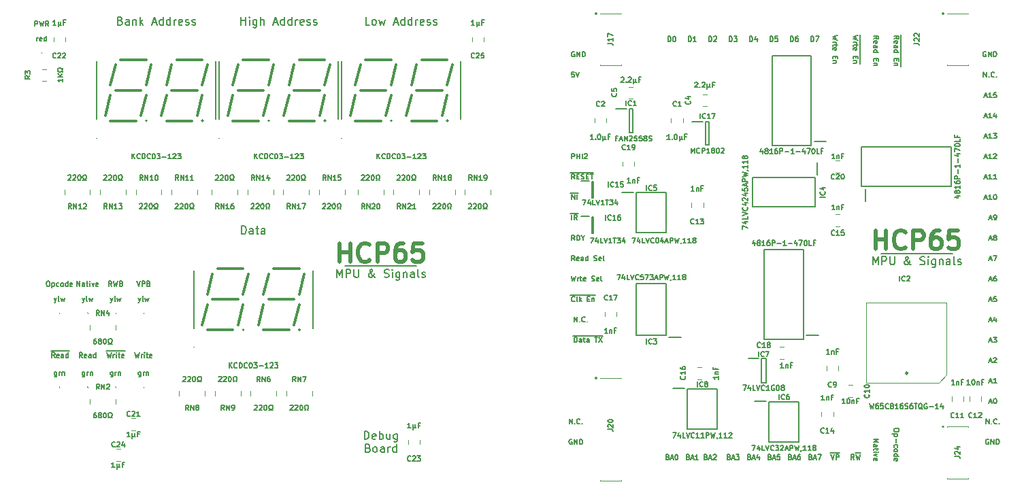
<source format=gbr>
%TF.GenerationSoftware,KiCad,Pcbnew,(6.0.5)*%
%TF.CreationDate,2022-08-07T10:52:40+02:00*%
%TF.ProjectId,MPU Signals,4d505520-5369-4676-9e61-6c732e6b6963,rev?*%
%TF.SameCoordinates,Original*%
%TF.FileFunction,Legend,Top*%
%TF.FilePolarity,Positive*%
%FSLAX46Y46*%
G04 Gerber Fmt 4.6, Leading zero omitted, Abs format (unit mm)*
G04 Created by KiCad (PCBNEW (6.0.5)) date 2022-08-07 10:52:40*
%MOMM*%
%LPD*%
G01*
G04 APERTURE LIST*
%ADD10C,0.200000*%
%ADD11C,0.150000*%
%ADD12C,0.500000*%
%ADD13C,0.100000*%
%ADD14C,0.120000*%
%ADD15C,0.300000*%
%ADD16C,0.210000*%
%ADD17C,0.260000*%
G04 APERTURE END LIST*
D10*
X169545000Y-106045000D02*
X178435000Y-106045000D01*
X102870000Y-107632500D02*
X111760000Y-107632500D01*
D11*
X76714047Y-118397261D02*
X76865238Y-119032261D01*
X76986190Y-118578690D01*
X77107142Y-119032261D01*
X77258333Y-118397261D01*
X77500238Y-119032261D02*
X77500238Y-118608928D01*
X77500238Y-118729880D02*
X77530476Y-118669404D01*
X77560714Y-118639166D01*
X77621190Y-118608928D01*
X77681666Y-118608928D01*
X77893333Y-119032261D02*
X77893333Y-118608928D01*
X77893333Y-118397261D02*
X77863095Y-118427500D01*
X77893333Y-118457738D01*
X77923571Y-118427500D01*
X77893333Y-118397261D01*
X77893333Y-118457738D01*
X78105000Y-118608928D02*
X78346904Y-118608928D01*
X78195714Y-118397261D02*
X78195714Y-118941547D01*
X78225952Y-119002023D01*
X78286428Y-119032261D01*
X78346904Y-119032261D01*
X78800476Y-119002023D02*
X78740000Y-119032261D01*
X78619047Y-119032261D01*
X78558571Y-119002023D01*
X78528333Y-118941547D01*
X78528333Y-118699642D01*
X78558571Y-118639166D01*
X78619047Y-118608928D01*
X78740000Y-118608928D01*
X78800476Y-118639166D01*
X78830714Y-118699642D01*
X78830714Y-118760119D01*
X78528333Y-118820595D01*
X131073809Y-129222500D02*
X131013333Y-129192261D01*
X130922619Y-129192261D01*
X130831904Y-129222500D01*
X130771428Y-129282976D01*
X130741190Y-129343452D01*
X130710952Y-129464404D01*
X130710952Y-129555119D01*
X130741190Y-129676071D01*
X130771428Y-129736547D01*
X130831904Y-129797023D01*
X130922619Y-129827261D01*
X130983095Y-129827261D01*
X131073809Y-129797023D01*
X131104047Y-129766785D01*
X131104047Y-129555119D01*
X130983095Y-129555119D01*
X131376190Y-129827261D02*
X131376190Y-129192261D01*
X131739047Y-129827261D01*
X131739047Y-129192261D01*
X132041428Y-129827261D02*
X132041428Y-129192261D01*
X132192619Y-129192261D01*
X132283333Y-129222500D01*
X132343809Y-129282976D01*
X132374047Y-129343452D01*
X132404285Y-129464404D01*
X132404285Y-129555119D01*
X132374047Y-129676071D01*
X132343809Y-129736547D01*
X132283333Y-129797023D01*
X132192619Y-129827261D01*
X132041428Y-129827261D01*
X166897050Y-78837500D02*
X166897050Y-79563214D01*
X166717738Y-78928214D02*
X166082738Y-79079404D01*
X166536309Y-79200357D01*
X166082738Y-79321309D01*
X166717738Y-79472500D01*
X166897050Y-79563214D02*
X166897050Y-79956309D01*
X166082738Y-79714404D02*
X166506071Y-79714404D01*
X166385119Y-79714404D02*
X166445595Y-79744642D01*
X166475833Y-79774880D01*
X166506071Y-79835357D01*
X166506071Y-79895833D01*
X166897050Y-79956309D02*
X166897050Y-80319166D01*
X166506071Y-80016785D02*
X166506071Y-80258690D01*
X166717738Y-80107500D02*
X166173452Y-80107500D01*
X166112976Y-80137738D01*
X166082738Y-80198214D01*
X166082738Y-80258690D01*
X166897050Y-80319166D02*
X166897050Y-80863452D01*
X166112976Y-80712261D02*
X166082738Y-80651785D01*
X166082738Y-80530833D01*
X166112976Y-80470357D01*
X166173452Y-80440119D01*
X166415357Y-80440119D01*
X166475833Y-80470357D01*
X166506071Y-80530833D01*
X166506071Y-80651785D01*
X166475833Y-80712261D01*
X166415357Y-80742500D01*
X166354880Y-80742500D01*
X166294404Y-80440119D01*
X166897050Y-80863452D02*
X166897050Y-81347261D01*
X166897050Y-81347261D02*
X166897050Y-81921785D01*
X166415357Y-81498452D02*
X166415357Y-81710119D01*
X166082738Y-81800833D02*
X166082738Y-81498452D01*
X166717738Y-81498452D01*
X166717738Y-81800833D01*
X166897050Y-81921785D02*
X166897050Y-82496309D01*
X166506071Y-82072976D02*
X166082738Y-82072976D01*
X166445595Y-82072976D02*
X166475833Y-82103214D01*
X166506071Y-82163690D01*
X166506071Y-82254404D01*
X166475833Y-82314880D01*
X166415357Y-82345119D01*
X166082738Y-82345119D01*
X168622738Y-129177142D02*
X169257738Y-129177142D01*
X168622738Y-129540000D01*
X169257738Y-129540000D01*
X168622738Y-130114523D02*
X168955357Y-130114523D01*
X169015833Y-130084285D01*
X169046071Y-130023809D01*
X169046071Y-129902857D01*
X169015833Y-129842380D01*
X168652976Y-130114523D02*
X168622738Y-130054047D01*
X168622738Y-129902857D01*
X168652976Y-129842380D01*
X168713452Y-129812142D01*
X168773928Y-129812142D01*
X168834404Y-129842380D01*
X168864642Y-129902857D01*
X168864642Y-130054047D01*
X168894880Y-130114523D01*
X169046071Y-130326190D02*
X169046071Y-130568095D01*
X169257738Y-130416904D02*
X168713452Y-130416904D01*
X168652976Y-130447142D01*
X168622738Y-130507619D01*
X168622738Y-130568095D01*
X168622738Y-130779761D02*
X169046071Y-130779761D01*
X169257738Y-130779761D02*
X169227500Y-130749523D01*
X169197261Y-130779761D01*
X169227500Y-130810000D01*
X169257738Y-130779761D01*
X169197261Y-130779761D01*
X169046071Y-131021666D02*
X168622738Y-131172857D01*
X169046071Y-131324047D01*
X168652976Y-131807857D02*
X168622738Y-131747380D01*
X168622738Y-131626428D01*
X168652976Y-131565952D01*
X168713452Y-131535714D01*
X168955357Y-131535714D01*
X169015833Y-131565952D01*
X169046071Y-131626428D01*
X169046071Y-131747380D01*
X169015833Y-131807857D01*
X168955357Y-131838095D01*
X168894880Y-131838095D01*
X168834404Y-131535714D01*
X183024404Y-104245833D02*
X183326785Y-104245833D01*
X182963928Y-104427261D02*
X183175595Y-103792261D01*
X183387261Y-104427261D01*
X183689642Y-104064404D02*
X183629166Y-104034166D01*
X183598928Y-104003928D01*
X183568690Y-103943452D01*
X183568690Y-103913214D01*
X183598928Y-103852738D01*
X183629166Y-103822500D01*
X183689642Y-103792261D01*
X183810595Y-103792261D01*
X183871071Y-103822500D01*
X183901309Y-103852738D01*
X183931547Y-103913214D01*
X183931547Y-103943452D01*
X183901309Y-104003928D01*
X183871071Y-104034166D01*
X183810595Y-104064404D01*
X183689642Y-104064404D01*
X183629166Y-104094642D01*
X183598928Y-104124880D01*
X183568690Y-104185357D01*
X183568690Y-104306309D01*
X183598928Y-104366785D01*
X183629166Y-104397023D01*
X183689642Y-104427261D01*
X183810595Y-104427261D01*
X183871071Y-104397023D01*
X183901309Y-104366785D01*
X183931547Y-104306309D01*
X183931547Y-104185357D01*
X183901309Y-104124880D01*
X183871071Y-104094642D01*
X183810595Y-104064404D01*
X130907500Y-95992950D02*
X131542500Y-95992950D01*
X131421547Y-96807261D02*
X131209880Y-96504880D01*
X131058690Y-96807261D02*
X131058690Y-96172261D01*
X131300595Y-96172261D01*
X131361071Y-96202500D01*
X131391309Y-96232738D01*
X131421547Y-96293214D01*
X131421547Y-96383928D01*
X131391309Y-96444404D01*
X131361071Y-96474642D01*
X131300595Y-96504880D01*
X131058690Y-96504880D01*
X131542500Y-95992950D02*
X132117023Y-95992950D01*
X131693690Y-96474642D02*
X131905357Y-96474642D01*
X131996071Y-96807261D02*
X131693690Y-96807261D01*
X131693690Y-96172261D01*
X131996071Y-96172261D01*
X132117023Y-95992950D02*
X132721785Y-95992950D01*
X132237976Y-96777023D02*
X132328690Y-96807261D01*
X132479880Y-96807261D01*
X132540357Y-96777023D01*
X132570595Y-96746785D01*
X132600833Y-96686309D01*
X132600833Y-96625833D01*
X132570595Y-96565357D01*
X132540357Y-96535119D01*
X132479880Y-96504880D01*
X132358928Y-96474642D01*
X132298452Y-96444404D01*
X132268214Y-96414166D01*
X132237976Y-96353690D01*
X132237976Y-96293214D01*
X132268214Y-96232738D01*
X132298452Y-96202500D01*
X132358928Y-96172261D01*
X132510119Y-96172261D01*
X132600833Y-96202500D01*
X132721785Y-95992950D02*
X133296309Y-95992950D01*
X132872976Y-96474642D02*
X133084642Y-96474642D01*
X133175357Y-96807261D02*
X132872976Y-96807261D01*
X132872976Y-96172261D01*
X133175357Y-96172261D01*
X133296309Y-95992950D02*
X133780119Y-95992950D01*
X133356785Y-96172261D02*
X133719642Y-96172261D01*
X133538214Y-96807261D02*
X133538214Y-96172261D01*
X182419642Y-91545833D02*
X182722023Y-91545833D01*
X182359166Y-91727261D02*
X182570833Y-91092261D01*
X182782500Y-91727261D01*
X183326785Y-91727261D02*
X182963928Y-91727261D01*
X183145357Y-91727261D02*
X183145357Y-91092261D01*
X183084880Y-91182976D01*
X183024404Y-91243452D01*
X182963928Y-91273690D01*
X183538452Y-91092261D02*
X183931547Y-91092261D01*
X183719880Y-91334166D01*
X183810595Y-91334166D01*
X183871071Y-91364404D01*
X183901309Y-91394642D01*
X183931547Y-91455119D01*
X183931547Y-91606309D01*
X183901309Y-91666785D01*
X183871071Y-91697023D01*
X183810595Y-91727261D01*
X183629166Y-91727261D01*
X183568690Y-91697023D01*
X183538452Y-91666785D01*
X64240833Y-77757261D02*
X64240833Y-77122261D01*
X64482738Y-77122261D01*
X64543214Y-77152500D01*
X64573452Y-77182738D01*
X64603690Y-77243214D01*
X64603690Y-77333928D01*
X64573452Y-77394404D01*
X64543214Y-77424642D01*
X64482738Y-77454880D01*
X64240833Y-77454880D01*
X64815357Y-77122261D02*
X64966547Y-77757261D01*
X65087500Y-77303690D01*
X65208452Y-77757261D01*
X65359642Y-77122261D01*
X65964404Y-77757261D02*
X65752738Y-77454880D01*
X65601547Y-77757261D02*
X65601547Y-77122261D01*
X65843452Y-77122261D01*
X65903928Y-77152500D01*
X65934166Y-77182738D01*
X65964404Y-77243214D01*
X65964404Y-77333928D01*
X65934166Y-77394404D01*
X65903928Y-77424642D01*
X65843452Y-77454880D01*
X65601547Y-77454880D01*
X183024404Y-111865833D02*
X183326785Y-111865833D01*
X182963928Y-112047261D02*
X183175595Y-111412261D01*
X183387261Y-112047261D01*
X183901309Y-111412261D02*
X183598928Y-111412261D01*
X183568690Y-111714642D01*
X183598928Y-111684404D01*
X183659404Y-111654166D01*
X183810595Y-111654166D01*
X183871071Y-111684404D01*
X183901309Y-111714642D01*
X183931547Y-111775119D01*
X183931547Y-111926309D01*
X183901309Y-111986785D01*
X183871071Y-112017023D01*
X183810595Y-112047261D01*
X183659404Y-112047261D01*
X183598928Y-112017023D01*
X183568690Y-111986785D01*
X145581309Y-79662261D02*
X145581309Y-79027261D01*
X145732500Y-79027261D01*
X145823214Y-79057500D01*
X145883690Y-79117976D01*
X145913928Y-79178452D01*
X145944166Y-79299404D01*
X145944166Y-79390119D01*
X145913928Y-79511071D01*
X145883690Y-79571547D01*
X145823214Y-79632023D01*
X145732500Y-79662261D01*
X145581309Y-79662261D01*
X146548928Y-79662261D02*
X146186071Y-79662261D01*
X146367500Y-79662261D02*
X146367500Y-79027261D01*
X146307023Y-79117976D01*
X146246547Y-79178452D01*
X146186071Y-79208690D01*
X158281309Y-79662261D02*
X158281309Y-79027261D01*
X158432500Y-79027261D01*
X158523214Y-79057500D01*
X158583690Y-79117976D01*
X158613928Y-79178452D01*
X158644166Y-79299404D01*
X158644166Y-79390119D01*
X158613928Y-79511071D01*
X158583690Y-79571547D01*
X158523214Y-79632023D01*
X158432500Y-79662261D01*
X158281309Y-79662261D01*
X159188452Y-79027261D02*
X159067500Y-79027261D01*
X159007023Y-79057500D01*
X158976785Y-79087738D01*
X158916309Y-79178452D01*
X158886071Y-79299404D01*
X158886071Y-79541309D01*
X158916309Y-79601785D01*
X158946547Y-79632023D01*
X159007023Y-79662261D01*
X159127976Y-79662261D01*
X159188452Y-79632023D01*
X159218690Y-79601785D01*
X159248928Y-79541309D01*
X159248928Y-79390119D01*
X159218690Y-79329642D01*
X159188452Y-79299404D01*
X159127976Y-79269166D01*
X159007023Y-79269166D01*
X158946547Y-79299404D01*
X158916309Y-79329642D01*
X158886071Y-79390119D01*
X131421547Y-106967261D02*
X131209880Y-106664880D01*
X131058690Y-106967261D02*
X131058690Y-106332261D01*
X131300595Y-106332261D01*
X131361071Y-106362500D01*
X131391309Y-106392738D01*
X131421547Y-106453214D01*
X131421547Y-106543928D01*
X131391309Y-106604404D01*
X131361071Y-106634642D01*
X131300595Y-106664880D01*
X131058690Y-106664880D01*
X131935595Y-106937023D02*
X131875119Y-106967261D01*
X131754166Y-106967261D01*
X131693690Y-106937023D01*
X131663452Y-106876547D01*
X131663452Y-106634642D01*
X131693690Y-106574166D01*
X131754166Y-106543928D01*
X131875119Y-106543928D01*
X131935595Y-106574166D01*
X131965833Y-106634642D01*
X131965833Y-106695119D01*
X131663452Y-106755595D01*
X132510119Y-106967261D02*
X132510119Y-106634642D01*
X132479880Y-106574166D01*
X132419404Y-106543928D01*
X132298452Y-106543928D01*
X132237976Y-106574166D01*
X132510119Y-106937023D02*
X132449642Y-106967261D01*
X132298452Y-106967261D01*
X132237976Y-106937023D01*
X132207738Y-106876547D01*
X132207738Y-106816071D01*
X132237976Y-106755595D01*
X132298452Y-106725357D01*
X132449642Y-106725357D01*
X132510119Y-106695119D01*
X133084642Y-106967261D02*
X133084642Y-106332261D01*
X133084642Y-106937023D02*
X133024166Y-106967261D01*
X132903214Y-106967261D01*
X132842738Y-106937023D01*
X132812500Y-106906785D01*
X132782261Y-106846309D01*
X132782261Y-106664880D01*
X132812500Y-106604404D01*
X132842738Y-106574166D01*
X132903214Y-106543928D01*
X133024166Y-106543928D01*
X133084642Y-106574166D01*
X133840595Y-106937023D02*
X133931309Y-106967261D01*
X134082500Y-106967261D01*
X134142976Y-106937023D01*
X134173214Y-106906785D01*
X134203452Y-106846309D01*
X134203452Y-106785833D01*
X134173214Y-106725357D01*
X134142976Y-106695119D01*
X134082500Y-106664880D01*
X133961547Y-106634642D01*
X133901071Y-106604404D01*
X133870833Y-106574166D01*
X133840595Y-106513690D01*
X133840595Y-106453214D01*
X133870833Y-106392738D01*
X133901071Y-106362500D01*
X133961547Y-106332261D01*
X134112738Y-106332261D01*
X134203452Y-106362500D01*
X134717500Y-106937023D02*
X134657023Y-106967261D01*
X134536071Y-106967261D01*
X134475595Y-106937023D01*
X134445357Y-106876547D01*
X134445357Y-106634642D01*
X134475595Y-106574166D01*
X134536071Y-106543928D01*
X134657023Y-106543928D01*
X134717500Y-106574166D01*
X134747738Y-106634642D01*
X134747738Y-106695119D01*
X134445357Y-106755595D01*
X135110595Y-106967261D02*
X135050119Y-106937023D01*
X135019880Y-106876547D01*
X135019880Y-106332261D01*
X65843452Y-109507261D02*
X65964404Y-109507261D01*
X66024880Y-109537500D01*
X66085357Y-109597976D01*
X66115595Y-109718928D01*
X66115595Y-109930595D01*
X66085357Y-110051547D01*
X66024880Y-110112023D01*
X65964404Y-110142261D01*
X65843452Y-110142261D01*
X65782976Y-110112023D01*
X65722500Y-110051547D01*
X65692261Y-109930595D01*
X65692261Y-109718928D01*
X65722500Y-109597976D01*
X65782976Y-109537500D01*
X65843452Y-109507261D01*
X66387738Y-109718928D02*
X66387738Y-110353928D01*
X66387738Y-109749166D02*
X66448214Y-109718928D01*
X66569166Y-109718928D01*
X66629642Y-109749166D01*
X66659880Y-109779404D01*
X66690119Y-109839880D01*
X66690119Y-110021309D01*
X66659880Y-110081785D01*
X66629642Y-110112023D01*
X66569166Y-110142261D01*
X66448214Y-110142261D01*
X66387738Y-110112023D01*
X67234404Y-110112023D02*
X67173928Y-110142261D01*
X67052976Y-110142261D01*
X66992500Y-110112023D01*
X66962261Y-110081785D01*
X66932023Y-110021309D01*
X66932023Y-109839880D01*
X66962261Y-109779404D01*
X66992500Y-109749166D01*
X67052976Y-109718928D01*
X67173928Y-109718928D01*
X67234404Y-109749166D01*
X67597261Y-110142261D02*
X67536785Y-110112023D01*
X67506547Y-110081785D01*
X67476309Y-110021309D01*
X67476309Y-109839880D01*
X67506547Y-109779404D01*
X67536785Y-109749166D01*
X67597261Y-109718928D01*
X67687976Y-109718928D01*
X67748452Y-109749166D01*
X67778690Y-109779404D01*
X67808928Y-109839880D01*
X67808928Y-110021309D01*
X67778690Y-110081785D01*
X67748452Y-110112023D01*
X67687976Y-110142261D01*
X67597261Y-110142261D01*
X68353214Y-110142261D02*
X68353214Y-109507261D01*
X68353214Y-110112023D02*
X68292738Y-110142261D01*
X68171785Y-110142261D01*
X68111309Y-110112023D01*
X68081071Y-110081785D01*
X68050833Y-110021309D01*
X68050833Y-109839880D01*
X68081071Y-109779404D01*
X68111309Y-109749166D01*
X68171785Y-109718928D01*
X68292738Y-109718928D01*
X68353214Y-109749166D01*
X68897500Y-110112023D02*
X68837023Y-110142261D01*
X68716071Y-110142261D01*
X68655595Y-110112023D01*
X68625357Y-110051547D01*
X68625357Y-109809642D01*
X68655595Y-109749166D01*
X68716071Y-109718928D01*
X68837023Y-109718928D01*
X68897500Y-109749166D01*
X68927738Y-109809642D01*
X68927738Y-109870119D01*
X68625357Y-109930595D01*
X130907500Y-98532950D02*
X131572738Y-98532950D01*
X131058690Y-99347261D02*
X131058690Y-98712261D01*
X131421547Y-99347261D01*
X131421547Y-98712261D01*
X131572738Y-98532950D02*
X131875119Y-98532950D01*
X131723928Y-99347261D02*
X131723928Y-98712261D01*
X155680833Y-131399642D02*
X155771547Y-131429880D01*
X155801785Y-131460119D01*
X155832023Y-131520595D01*
X155832023Y-131611309D01*
X155801785Y-131671785D01*
X155771547Y-131702023D01*
X155711071Y-131732261D01*
X155469166Y-131732261D01*
X155469166Y-131097261D01*
X155680833Y-131097261D01*
X155741309Y-131127500D01*
X155771547Y-131157738D01*
X155801785Y-131218214D01*
X155801785Y-131278690D01*
X155771547Y-131339166D01*
X155741309Y-131369404D01*
X155680833Y-131399642D01*
X155469166Y-131399642D01*
X156073928Y-131550833D02*
X156376309Y-131550833D01*
X156013452Y-131732261D02*
X156225119Y-131097261D01*
X156436785Y-131732261D01*
X156950833Y-131097261D02*
X156648452Y-131097261D01*
X156618214Y-131399642D01*
X156648452Y-131369404D01*
X156708928Y-131339166D01*
X156860119Y-131339166D01*
X156920595Y-131369404D01*
X156950833Y-131399642D01*
X156981071Y-131460119D01*
X156981071Y-131611309D01*
X156950833Y-131671785D01*
X156920595Y-131702023D01*
X156860119Y-131732261D01*
X156708928Y-131732261D01*
X156648452Y-131702023D01*
X156618214Y-131671785D01*
X105926428Y-77604880D02*
X105450238Y-77604880D01*
X105450238Y-76604880D01*
X106402619Y-77604880D02*
X106307380Y-77557261D01*
X106259761Y-77509642D01*
X106212142Y-77414404D01*
X106212142Y-77128690D01*
X106259761Y-77033452D01*
X106307380Y-76985833D01*
X106402619Y-76938214D01*
X106545476Y-76938214D01*
X106640714Y-76985833D01*
X106688333Y-77033452D01*
X106735952Y-77128690D01*
X106735952Y-77414404D01*
X106688333Y-77509642D01*
X106640714Y-77557261D01*
X106545476Y-77604880D01*
X106402619Y-77604880D01*
X107069285Y-76938214D02*
X107259761Y-77604880D01*
X107450238Y-77128690D01*
X107640714Y-77604880D01*
X107831190Y-76938214D01*
X108926428Y-77319166D02*
X109402619Y-77319166D01*
X108831190Y-77604880D02*
X109164523Y-76604880D01*
X109497857Y-77604880D01*
X110259761Y-77604880D02*
X110259761Y-76604880D01*
X110259761Y-77557261D02*
X110164523Y-77604880D01*
X109974047Y-77604880D01*
X109878809Y-77557261D01*
X109831190Y-77509642D01*
X109783571Y-77414404D01*
X109783571Y-77128690D01*
X109831190Y-77033452D01*
X109878809Y-76985833D01*
X109974047Y-76938214D01*
X110164523Y-76938214D01*
X110259761Y-76985833D01*
X111164523Y-77604880D02*
X111164523Y-76604880D01*
X111164523Y-77557261D02*
X111069285Y-77604880D01*
X110878809Y-77604880D01*
X110783571Y-77557261D01*
X110735952Y-77509642D01*
X110688333Y-77414404D01*
X110688333Y-77128690D01*
X110735952Y-77033452D01*
X110783571Y-76985833D01*
X110878809Y-76938214D01*
X111069285Y-76938214D01*
X111164523Y-76985833D01*
X111640714Y-77604880D02*
X111640714Y-76938214D01*
X111640714Y-77128690D02*
X111688333Y-77033452D01*
X111735952Y-76985833D01*
X111831190Y-76938214D01*
X111926428Y-76938214D01*
X112640714Y-77557261D02*
X112545476Y-77604880D01*
X112355000Y-77604880D01*
X112259761Y-77557261D01*
X112212142Y-77462023D01*
X112212142Y-77081071D01*
X112259761Y-76985833D01*
X112355000Y-76938214D01*
X112545476Y-76938214D01*
X112640714Y-76985833D01*
X112688333Y-77081071D01*
X112688333Y-77176309D01*
X112212142Y-77271547D01*
X113069285Y-77557261D02*
X113164523Y-77604880D01*
X113355000Y-77604880D01*
X113450238Y-77557261D01*
X113497857Y-77462023D01*
X113497857Y-77414404D01*
X113450238Y-77319166D01*
X113355000Y-77271547D01*
X113212142Y-77271547D01*
X113116904Y-77223928D01*
X113069285Y-77128690D01*
X113069285Y-77081071D01*
X113116904Y-76985833D01*
X113212142Y-76938214D01*
X113355000Y-76938214D01*
X113450238Y-76985833D01*
X113878809Y-77557261D02*
X113974047Y-77604880D01*
X114164523Y-77604880D01*
X114259761Y-77557261D01*
X114307380Y-77462023D01*
X114307380Y-77414404D01*
X114259761Y-77319166D01*
X114164523Y-77271547D01*
X114021666Y-77271547D01*
X113926428Y-77223928D01*
X113878809Y-77128690D01*
X113878809Y-77081071D01*
X113926428Y-76985833D01*
X114021666Y-76938214D01*
X114164523Y-76938214D01*
X114259761Y-76985833D01*
X148121309Y-79662261D02*
X148121309Y-79027261D01*
X148272500Y-79027261D01*
X148363214Y-79057500D01*
X148423690Y-79117976D01*
X148453928Y-79178452D01*
X148484166Y-79299404D01*
X148484166Y-79390119D01*
X148453928Y-79511071D01*
X148423690Y-79571547D01*
X148363214Y-79632023D01*
X148272500Y-79662261D01*
X148121309Y-79662261D01*
X148726071Y-79087738D02*
X148756309Y-79057500D01*
X148816785Y-79027261D01*
X148967976Y-79027261D01*
X149028452Y-79057500D01*
X149058690Y-79087738D01*
X149088928Y-79148214D01*
X149088928Y-79208690D01*
X149058690Y-79299404D01*
X148695833Y-79662261D01*
X149088928Y-79662261D01*
X183024404Y-122025833D02*
X183326785Y-122025833D01*
X182963928Y-122207261D02*
X183175595Y-121572261D01*
X183387261Y-122207261D01*
X183931547Y-122207261D02*
X183568690Y-122207261D01*
X183750119Y-122207261D02*
X183750119Y-121572261D01*
X183689642Y-121662976D01*
X183629166Y-121723452D01*
X183568690Y-121753690D01*
X89987619Y-103639880D02*
X89987619Y-102639880D01*
X90225714Y-102639880D01*
X90368571Y-102687500D01*
X90463809Y-102782738D01*
X90511428Y-102877976D01*
X90559047Y-103068452D01*
X90559047Y-103211309D01*
X90511428Y-103401785D01*
X90463809Y-103497023D01*
X90368571Y-103592261D01*
X90225714Y-103639880D01*
X89987619Y-103639880D01*
X91416190Y-103639880D02*
X91416190Y-103116071D01*
X91368571Y-103020833D01*
X91273333Y-102973214D01*
X91082857Y-102973214D01*
X90987619Y-103020833D01*
X91416190Y-103592261D02*
X91320952Y-103639880D01*
X91082857Y-103639880D01*
X90987619Y-103592261D01*
X90940000Y-103497023D01*
X90940000Y-103401785D01*
X90987619Y-103306547D01*
X91082857Y-103258928D01*
X91320952Y-103258928D01*
X91416190Y-103211309D01*
X91749523Y-102973214D02*
X92130476Y-102973214D01*
X91892380Y-102639880D02*
X91892380Y-103497023D01*
X91940000Y-103592261D01*
X92035238Y-103639880D01*
X92130476Y-103639880D01*
X92892380Y-103639880D02*
X92892380Y-103116071D01*
X92844761Y-103020833D01*
X92749523Y-102973214D01*
X92559047Y-102973214D01*
X92463809Y-103020833D01*
X92892380Y-103592261D02*
X92797142Y-103639880D01*
X92559047Y-103639880D01*
X92463809Y-103592261D01*
X92416190Y-103497023D01*
X92416190Y-103401785D01*
X92463809Y-103306547D01*
X92559047Y-103258928D01*
X92797142Y-103258928D01*
X92892380Y-103211309D01*
X142980833Y-131399642D02*
X143071547Y-131429880D01*
X143101785Y-131460119D01*
X143132023Y-131520595D01*
X143132023Y-131611309D01*
X143101785Y-131671785D01*
X143071547Y-131702023D01*
X143011071Y-131732261D01*
X142769166Y-131732261D01*
X142769166Y-131097261D01*
X142980833Y-131097261D01*
X143041309Y-131127500D01*
X143071547Y-131157738D01*
X143101785Y-131218214D01*
X143101785Y-131278690D01*
X143071547Y-131339166D01*
X143041309Y-131369404D01*
X142980833Y-131399642D01*
X142769166Y-131399642D01*
X143373928Y-131550833D02*
X143676309Y-131550833D01*
X143313452Y-131732261D02*
X143525119Y-131097261D01*
X143736785Y-131732261D01*
X144069404Y-131097261D02*
X144129880Y-131097261D01*
X144190357Y-131127500D01*
X144220595Y-131157738D01*
X144250833Y-131218214D01*
X144281071Y-131339166D01*
X144281071Y-131490357D01*
X144250833Y-131611309D01*
X144220595Y-131671785D01*
X144190357Y-131702023D01*
X144129880Y-131732261D01*
X144069404Y-131732261D01*
X144008928Y-131702023D01*
X143978690Y-131671785D01*
X143948452Y-131611309D01*
X143918214Y-131490357D01*
X143918214Y-131339166D01*
X143948452Y-131218214D01*
X143978690Y-131157738D01*
X144008928Y-131127500D01*
X144069404Y-131097261D01*
X130907500Y-101072950D02*
X131209880Y-101072950D01*
X131058690Y-101887261D02*
X131058690Y-101252261D01*
X131209880Y-101072950D02*
X131844880Y-101072950D01*
X131723928Y-101887261D02*
X131512261Y-101584880D01*
X131361071Y-101887261D02*
X131361071Y-101252261D01*
X131602976Y-101252261D01*
X131663452Y-101282500D01*
X131693690Y-101312738D01*
X131723928Y-101373214D01*
X131723928Y-101463928D01*
X131693690Y-101524404D01*
X131663452Y-101554642D01*
X131602976Y-101584880D01*
X131361071Y-101584880D01*
X183024404Y-106785833D02*
X183326785Y-106785833D01*
X182963928Y-106967261D02*
X183175595Y-106332261D01*
X183387261Y-106967261D01*
X183538452Y-106332261D02*
X183961785Y-106332261D01*
X183689642Y-106967261D01*
X183024404Y-116945833D02*
X183326785Y-116945833D01*
X182963928Y-117127261D02*
X183175595Y-116492261D01*
X183387261Y-117127261D01*
X183538452Y-116492261D02*
X183931547Y-116492261D01*
X183719880Y-116734166D01*
X183810595Y-116734166D01*
X183871071Y-116764404D01*
X183901309Y-116794642D01*
X183931547Y-116855119D01*
X183931547Y-117006309D01*
X183901309Y-117066785D01*
X183871071Y-117097023D01*
X183810595Y-117127261D01*
X183629166Y-117127261D01*
X183568690Y-117097023D01*
X183538452Y-117066785D01*
X183024404Y-109325833D02*
X183326785Y-109325833D01*
X182963928Y-109507261D02*
X183175595Y-108872261D01*
X183387261Y-109507261D01*
X183871071Y-108872261D02*
X183750119Y-108872261D01*
X183689642Y-108902500D01*
X183659404Y-108932738D01*
X183598928Y-109023452D01*
X183568690Y-109144404D01*
X183568690Y-109386309D01*
X183598928Y-109446785D01*
X183629166Y-109477023D01*
X183689642Y-109507261D01*
X183810595Y-109507261D01*
X183871071Y-109477023D01*
X183901309Y-109446785D01*
X183931547Y-109386309D01*
X183931547Y-109235119D01*
X183901309Y-109174642D01*
X183871071Y-109144404D01*
X183810595Y-109114166D01*
X183689642Y-109114166D01*
X183629166Y-109144404D01*
X183598928Y-109174642D01*
X183568690Y-109235119D01*
X147743333Y-131399642D02*
X147834047Y-131429880D01*
X147864285Y-131460119D01*
X147894523Y-131520595D01*
X147894523Y-131611309D01*
X147864285Y-131671785D01*
X147834047Y-131702023D01*
X147773571Y-131732261D01*
X147531666Y-131732261D01*
X147531666Y-131097261D01*
X147743333Y-131097261D01*
X147803809Y-131127500D01*
X147834047Y-131157738D01*
X147864285Y-131218214D01*
X147864285Y-131278690D01*
X147834047Y-131339166D01*
X147803809Y-131369404D01*
X147743333Y-131399642D01*
X147531666Y-131399642D01*
X148136428Y-131550833D02*
X148438809Y-131550833D01*
X148075952Y-131732261D02*
X148287619Y-131097261D01*
X148499285Y-131732261D01*
X148680714Y-131157738D02*
X148710952Y-131127500D01*
X148771428Y-131097261D01*
X148922619Y-131097261D01*
X148983095Y-131127500D01*
X149013333Y-131157738D01*
X149043571Y-131218214D01*
X149043571Y-131278690D01*
X149013333Y-131369404D01*
X148650476Y-131732261D01*
X149043571Y-131732261D01*
X158220833Y-131399642D02*
X158311547Y-131429880D01*
X158341785Y-131460119D01*
X158372023Y-131520595D01*
X158372023Y-131611309D01*
X158341785Y-131671785D01*
X158311547Y-131702023D01*
X158251071Y-131732261D01*
X158009166Y-131732261D01*
X158009166Y-131097261D01*
X158220833Y-131097261D01*
X158281309Y-131127500D01*
X158311547Y-131157738D01*
X158341785Y-131218214D01*
X158341785Y-131278690D01*
X158311547Y-131339166D01*
X158281309Y-131369404D01*
X158220833Y-131399642D01*
X158009166Y-131399642D01*
X158613928Y-131550833D02*
X158916309Y-131550833D01*
X158553452Y-131732261D02*
X158765119Y-131097261D01*
X158976785Y-131732261D01*
X159460595Y-131097261D02*
X159339642Y-131097261D01*
X159279166Y-131127500D01*
X159248928Y-131157738D01*
X159188452Y-131248452D01*
X159158214Y-131369404D01*
X159158214Y-131611309D01*
X159188452Y-131671785D01*
X159218690Y-131702023D01*
X159279166Y-131732261D01*
X159400119Y-131732261D01*
X159460595Y-131702023D01*
X159490833Y-131671785D01*
X159521071Y-131611309D01*
X159521071Y-131460119D01*
X159490833Y-131399642D01*
X159460595Y-131369404D01*
X159400119Y-131339166D01*
X159279166Y-131339166D01*
X159218690Y-131369404D01*
X159188452Y-131399642D01*
X159158214Y-131460119D01*
X171797738Y-127997857D02*
X171797738Y-128118809D01*
X171767500Y-128179285D01*
X171707023Y-128239761D01*
X171586071Y-128270000D01*
X171374404Y-128270000D01*
X171253452Y-128239761D01*
X171192976Y-128179285D01*
X171162738Y-128118809D01*
X171162738Y-127997857D01*
X171192976Y-127937380D01*
X171253452Y-127876904D01*
X171374404Y-127846666D01*
X171586071Y-127846666D01*
X171707023Y-127876904D01*
X171767500Y-127937380D01*
X171797738Y-127997857D01*
X171586071Y-128542142D02*
X170951071Y-128542142D01*
X171555833Y-128542142D02*
X171586071Y-128602619D01*
X171586071Y-128723571D01*
X171555833Y-128784047D01*
X171525595Y-128814285D01*
X171465119Y-128844523D01*
X171283690Y-128844523D01*
X171223214Y-128814285D01*
X171192976Y-128784047D01*
X171162738Y-128723571D01*
X171162738Y-128602619D01*
X171192976Y-128542142D01*
X171404642Y-129116666D02*
X171404642Y-129600476D01*
X171192976Y-130175000D02*
X171162738Y-130114523D01*
X171162738Y-129993571D01*
X171192976Y-129933095D01*
X171223214Y-129902857D01*
X171283690Y-129872619D01*
X171465119Y-129872619D01*
X171525595Y-129902857D01*
X171555833Y-129933095D01*
X171586071Y-129993571D01*
X171586071Y-130114523D01*
X171555833Y-130175000D01*
X171162738Y-130537857D02*
X171192976Y-130477380D01*
X171223214Y-130447142D01*
X171283690Y-130416904D01*
X171465119Y-130416904D01*
X171525595Y-130447142D01*
X171555833Y-130477380D01*
X171586071Y-130537857D01*
X171586071Y-130628571D01*
X171555833Y-130689047D01*
X171525595Y-130719285D01*
X171465119Y-130749523D01*
X171283690Y-130749523D01*
X171223214Y-130719285D01*
X171192976Y-130689047D01*
X171162738Y-130628571D01*
X171162738Y-130537857D01*
X171162738Y-131293809D02*
X171797738Y-131293809D01*
X171192976Y-131293809D02*
X171162738Y-131233333D01*
X171162738Y-131112380D01*
X171192976Y-131051904D01*
X171223214Y-131021666D01*
X171283690Y-130991428D01*
X171465119Y-130991428D01*
X171525595Y-131021666D01*
X171555833Y-131051904D01*
X171586071Y-131112380D01*
X171586071Y-131233333D01*
X171555833Y-131293809D01*
X171192976Y-131838095D02*
X171162738Y-131777619D01*
X171162738Y-131656666D01*
X171192976Y-131596190D01*
X171253452Y-131565952D01*
X171495357Y-131565952D01*
X171555833Y-131596190D01*
X171586071Y-131656666D01*
X171586071Y-131777619D01*
X171555833Y-131838095D01*
X171495357Y-131868333D01*
X171434880Y-131868333D01*
X171374404Y-131565952D01*
D12*
X168842380Y-105497976D02*
X168842380Y-103197976D01*
X168842380Y-104293214D02*
X170156666Y-104293214D01*
X170156666Y-105497976D02*
X170156666Y-103197976D01*
X172566190Y-105278928D02*
X172456666Y-105388452D01*
X172128095Y-105497976D01*
X171909047Y-105497976D01*
X171580476Y-105388452D01*
X171361428Y-105169404D01*
X171251904Y-104950357D01*
X171142380Y-104512261D01*
X171142380Y-104183690D01*
X171251904Y-103745595D01*
X171361428Y-103526547D01*
X171580476Y-103307500D01*
X171909047Y-103197976D01*
X172128095Y-103197976D01*
X172456666Y-103307500D01*
X172566190Y-103417023D01*
X173551904Y-105497976D02*
X173551904Y-103197976D01*
X174428095Y-103197976D01*
X174647142Y-103307500D01*
X174756666Y-103417023D01*
X174866190Y-103636071D01*
X174866190Y-103964642D01*
X174756666Y-104183690D01*
X174647142Y-104293214D01*
X174428095Y-104402738D01*
X173551904Y-104402738D01*
X176837619Y-103197976D02*
X176399523Y-103197976D01*
X176180476Y-103307500D01*
X176070952Y-103417023D01*
X175851904Y-103745595D01*
X175742380Y-104183690D01*
X175742380Y-105059880D01*
X175851904Y-105278928D01*
X175961428Y-105388452D01*
X176180476Y-105497976D01*
X176618571Y-105497976D01*
X176837619Y-105388452D01*
X176947142Y-105278928D01*
X177056666Y-105059880D01*
X177056666Y-104512261D01*
X176947142Y-104293214D01*
X176837619Y-104183690D01*
X176618571Y-104074166D01*
X176180476Y-104074166D01*
X175961428Y-104183690D01*
X175851904Y-104293214D01*
X175742380Y-104512261D01*
X179137619Y-103197976D02*
X178042380Y-103197976D01*
X177932857Y-104293214D01*
X178042380Y-104183690D01*
X178261428Y-104074166D01*
X178809047Y-104074166D01*
X179028095Y-104183690D01*
X179137619Y-104293214D01*
X179247142Y-104512261D01*
X179247142Y-105059880D01*
X179137619Y-105278928D01*
X179028095Y-105388452D01*
X178809047Y-105497976D01*
X178261428Y-105497976D01*
X178042380Y-105388452D01*
X177932857Y-105278928D01*
D11*
X66225833Y-118217950D02*
X66860833Y-118217950D01*
X66739880Y-119032261D02*
X66528214Y-118729880D01*
X66377023Y-119032261D02*
X66377023Y-118397261D01*
X66618928Y-118397261D01*
X66679404Y-118427500D01*
X66709642Y-118457738D01*
X66739880Y-118518214D01*
X66739880Y-118608928D01*
X66709642Y-118669404D01*
X66679404Y-118699642D01*
X66618928Y-118729880D01*
X66377023Y-118729880D01*
X66860833Y-118217950D02*
X67405119Y-118217950D01*
X67253928Y-119002023D02*
X67193452Y-119032261D01*
X67072500Y-119032261D01*
X67012023Y-119002023D01*
X66981785Y-118941547D01*
X66981785Y-118699642D01*
X67012023Y-118639166D01*
X67072500Y-118608928D01*
X67193452Y-118608928D01*
X67253928Y-118639166D01*
X67284166Y-118699642D01*
X67284166Y-118760119D01*
X66981785Y-118820595D01*
X67405119Y-118217950D02*
X67979642Y-118217950D01*
X67828452Y-119032261D02*
X67828452Y-118699642D01*
X67798214Y-118639166D01*
X67737738Y-118608928D01*
X67616785Y-118608928D01*
X67556309Y-118639166D01*
X67828452Y-119002023D02*
X67767976Y-119032261D01*
X67616785Y-119032261D01*
X67556309Y-119002023D01*
X67526071Y-118941547D01*
X67526071Y-118881071D01*
X67556309Y-118820595D01*
X67616785Y-118790357D01*
X67767976Y-118790357D01*
X67828452Y-118760119D01*
X67979642Y-118217950D02*
X68554166Y-118217950D01*
X68402976Y-119032261D02*
X68402976Y-118397261D01*
X68402976Y-119002023D02*
X68342500Y-119032261D01*
X68221547Y-119032261D01*
X68161071Y-119002023D01*
X68130833Y-118971785D01*
X68100595Y-118911309D01*
X68100595Y-118729880D01*
X68130833Y-118669404D01*
X68161071Y-118639166D01*
X68221547Y-118608928D01*
X68342500Y-118608928D01*
X68402976Y-118639166D01*
X182601071Y-80962500D02*
X182540595Y-80932261D01*
X182449880Y-80932261D01*
X182359166Y-80962500D01*
X182298690Y-81022976D01*
X182268452Y-81083452D01*
X182238214Y-81204404D01*
X182238214Y-81295119D01*
X182268452Y-81416071D01*
X182298690Y-81476547D01*
X182359166Y-81537023D01*
X182449880Y-81567261D01*
X182510357Y-81567261D01*
X182601071Y-81537023D01*
X182631309Y-81506785D01*
X182631309Y-81295119D01*
X182510357Y-81295119D01*
X182903452Y-81567261D02*
X182903452Y-80932261D01*
X183266309Y-81567261D01*
X183266309Y-80932261D01*
X183568690Y-81567261D02*
X183568690Y-80932261D01*
X183719880Y-80932261D01*
X183810595Y-80962500D01*
X183871071Y-81022976D01*
X183901309Y-81083452D01*
X183931547Y-81204404D01*
X183931547Y-81295119D01*
X183901309Y-81416071D01*
X183871071Y-81476547D01*
X183810595Y-81537023D01*
X183719880Y-81567261D01*
X183568690Y-81567261D01*
X150661309Y-79662261D02*
X150661309Y-79027261D01*
X150812500Y-79027261D01*
X150903214Y-79057500D01*
X150963690Y-79117976D01*
X150993928Y-79178452D01*
X151024166Y-79299404D01*
X151024166Y-79390119D01*
X150993928Y-79511071D01*
X150963690Y-79571547D01*
X150903214Y-79632023D01*
X150812500Y-79662261D01*
X150661309Y-79662261D01*
X151235833Y-79027261D02*
X151628928Y-79027261D01*
X151417261Y-79269166D01*
X151507976Y-79269166D01*
X151568452Y-79299404D01*
X151598690Y-79329642D01*
X151628928Y-79390119D01*
X151628928Y-79541309D01*
X151598690Y-79601785D01*
X151568452Y-79632023D01*
X151507976Y-79662261D01*
X151326547Y-79662261D01*
X151266071Y-79632023D01*
X151235833Y-79601785D01*
D10*
X168513809Y-107449880D02*
X168513809Y-106449880D01*
X168847142Y-107164166D01*
X169180476Y-106449880D01*
X169180476Y-107449880D01*
X169656666Y-107449880D02*
X169656666Y-106449880D01*
X170037619Y-106449880D01*
X170132857Y-106497500D01*
X170180476Y-106545119D01*
X170228095Y-106640357D01*
X170228095Y-106783214D01*
X170180476Y-106878452D01*
X170132857Y-106926071D01*
X170037619Y-106973690D01*
X169656666Y-106973690D01*
X170656666Y-106449880D02*
X170656666Y-107259404D01*
X170704285Y-107354642D01*
X170751904Y-107402261D01*
X170847142Y-107449880D01*
X171037619Y-107449880D01*
X171132857Y-107402261D01*
X171180476Y-107354642D01*
X171228095Y-107259404D01*
X171228095Y-106449880D01*
X173275714Y-107449880D02*
X173228095Y-107449880D01*
X173132857Y-107402261D01*
X172990000Y-107259404D01*
X172751904Y-106973690D01*
X172656666Y-106830833D01*
X172609047Y-106687976D01*
X172609047Y-106592738D01*
X172656666Y-106497500D01*
X172751904Y-106449880D01*
X172799523Y-106449880D01*
X172894761Y-106497500D01*
X172942380Y-106592738D01*
X172942380Y-106640357D01*
X172894761Y-106735595D01*
X172847142Y-106783214D01*
X172561428Y-106973690D01*
X172513809Y-107021309D01*
X172466190Y-107116547D01*
X172466190Y-107259404D01*
X172513809Y-107354642D01*
X172561428Y-107402261D01*
X172656666Y-107449880D01*
X172799523Y-107449880D01*
X172894761Y-107402261D01*
X172942380Y-107354642D01*
X173085238Y-107164166D01*
X173132857Y-107021309D01*
X173132857Y-106926071D01*
X174418571Y-107402261D02*
X174561428Y-107449880D01*
X174799523Y-107449880D01*
X174894761Y-107402261D01*
X174942380Y-107354642D01*
X174990000Y-107259404D01*
X174990000Y-107164166D01*
X174942380Y-107068928D01*
X174894761Y-107021309D01*
X174799523Y-106973690D01*
X174609047Y-106926071D01*
X174513809Y-106878452D01*
X174466190Y-106830833D01*
X174418571Y-106735595D01*
X174418571Y-106640357D01*
X174466190Y-106545119D01*
X174513809Y-106497500D01*
X174609047Y-106449880D01*
X174847142Y-106449880D01*
X174990000Y-106497500D01*
X175418571Y-107449880D02*
X175418571Y-106783214D01*
X175418571Y-106449880D02*
X175370952Y-106497500D01*
X175418571Y-106545119D01*
X175466190Y-106497500D01*
X175418571Y-106449880D01*
X175418571Y-106545119D01*
X176323333Y-106783214D02*
X176323333Y-107592738D01*
X176275714Y-107687976D01*
X176228095Y-107735595D01*
X176132857Y-107783214D01*
X175990000Y-107783214D01*
X175894761Y-107735595D01*
X176323333Y-107402261D02*
X176228095Y-107449880D01*
X176037619Y-107449880D01*
X175942380Y-107402261D01*
X175894761Y-107354642D01*
X175847142Y-107259404D01*
X175847142Y-106973690D01*
X175894761Y-106878452D01*
X175942380Y-106830833D01*
X176037619Y-106783214D01*
X176228095Y-106783214D01*
X176323333Y-106830833D01*
X176799523Y-106783214D02*
X176799523Y-107449880D01*
X176799523Y-106878452D02*
X176847142Y-106830833D01*
X176942380Y-106783214D01*
X177085238Y-106783214D01*
X177180476Y-106830833D01*
X177228095Y-106926071D01*
X177228095Y-107449880D01*
X178132857Y-107449880D02*
X178132857Y-106926071D01*
X178085238Y-106830833D01*
X177990000Y-106783214D01*
X177799523Y-106783214D01*
X177704285Y-106830833D01*
X178132857Y-107402261D02*
X178037619Y-107449880D01*
X177799523Y-107449880D01*
X177704285Y-107402261D01*
X177656666Y-107307023D01*
X177656666Y-107211785D01*
X177704285Y-107116547D01*
X177799523Y-107068928D01*
X178037619Y-107068928D01*
X178132857Y-107021309D01*
X178751904Y-107449880D02*
X178656666Y-107402261D01*
X178609047Y-107307023D01*
X178609047Y-106449880D01*
X179085238Y-107402261D02*
X179180476Y-107449880D01*
X179370952Y-107449880D01*
X179466190Y-107402261D01*
X179513809Y-107307023D01*
X179513809Y-107259404D01*
X179466190Y-107164166D01*
X179370952Y-107116547D01*
X179228095Y-107116547D01*
X179132857Y-107068928D01*
X179085238Y-106973690D01*
X179085238Y-106926071D01*
X179132857Y-106830833D01*
X179228095Y-106783214D01*
X179370952Y-106783214D01*
X179466190Y-106830833D01*
X105267380Y-129187380D02*
X105267380Y-128187380D01*
X105505476Y-128187380D01*
X105648333Y-128235000D01*
X105743571Y-128330238D01*
X105791190Y-128425476D01*
X105838809Y-128615952D01*
X105838809Y-128758809D01*
X105791190Y-128949285D01*
X105743571Y-129044523D01*
X105648333Y-129139761D01*
X105505476Y-129187380D01*
X105267380Y-129187380D01*
X106648333Y-129139761D02*
X106553095Y-129187380D01*
X106362619Y-129187380D01*
X106267380Y-129139761D01*
X106219761Y-129044523D01*
X106219761Y-128663571D01*
X106267380Y-128568333D01*
X106362619Y-128520714D01*
X106553095Y-128520714D01*
X106648333Y-128568333D01*
X106695952Y-128663571D01*
X106695952Y-128758809D01*
X106219761Y-128854047D01*
X107124523Y-129187380D02*
X107124523Y-128187380D01*
X107124523Y-128568333D02*
X107219761Y-128520714D01*
X107410238Y-128520714D01*
X107505476Y-128568333D01*
X107553095Y-128615952D01*
X107600714Y-128711190D01*
X107600714Y-128996904D01*
X107553095Y-129092142D01*
X107505476Y-129139761D01*
X107410238Y-129187380D01*
X107219761Y-129187380D01*
X107124523Y-129139761D01*
X108457857Y-128520714D02*
X108457857Y-129187380D01*
X108029285Y-128520714D02*
X108029285Y-129044523D01*
X108076904Y-129139761D01*
X108172142Y-129187380D01*
X108315000Y-129187380D01*
X108410238Y-129139761D01*
X108457857Y-129092142D01*
X109362619Y-128520714D02*
X109362619Y-129330238D01*
X109315000Y-129425476D01*
X109267380Y-129473095D01*
X109172142Y-129520714D01*
X109029285Y-129520714D01*
X108934047Y-129473095D01*
X109362619Y-129139761D02*
X109267380Y-129187380D01*
X109076904Y-129187380D01*
X108981666Y-129139761D01*
X108934047Y-129092142D01*
X108886428Y-128996904D01*
X108886428Y-128711190D01*
X108934047Y-128615952D01*
X108981666Y-128568333D01*
X109076904Y-128520714D01*
X109267380Y-128520714D01*
X109362619Y-128568333D01*
X105719761Y-130273571D02*
X105862619Y-130321190D01*
X105910238Y-130368809D01*
X105957857Y-130464047D01*
X105957857Y-130606904D01*
X105910238Y-130702142D01*
X105862619Y-130749761D01*
X105767380Y-130797380D01*
X105386428Y-130797380D01*
X105386428Y-129797380D01*
X105719761Y-129797380D01*
X105815000Y-129845000D01*
X105862619Y-129892619D01*
X105910238Y-129987857D01*
X105910238Y-130083095D01*
X105862619Y-130178333D01*
X105815000Y-130225952D01*
X105719761Y-130273571D01*
X105386428Y-130273571D01*
X106529285Y-130797380D02*
X106434047Y-130749761D01*
X106386428Y-130702142D01*
X106338809Y-130606904D01*
X106338809Y-130321190D01*
X106386428Y-130225952D01*
X106434047Y-130178333D01*
X106529285Y-130130714D01*
X106672142Y-130130714D01*
X106767380Y-130178333D01*
X106815000Y-130225952D01*
X106862619Y-130321190D01*
X106862619Y-130606904D01*
X106815000Y-130702142D01*
X106767380Y-130749761D01*
X106672142Y-130797380D01*
X106529285Y-130797380D01*
X107719761Y-130797380D02*
X107719761Y-130273571D01*
X107672142Y-130178333D01*
X107576904Y-130130714D01*
X107386428Y-130130714D01*
X107291190Y-130178333D01*
X107719761Y-130749761D02*
X107624523Y-130797380D01*
X107386428Y-130797380D01*
X107291190Y-130749761D01*
X107243571Y-130654523D01*
X107243571Y-130559285D01*
X107291190Y-130464047D01*
X107386428Y-130416428D01*
X107624523Y-130416428D01*
X107719761Y-130368809D01*
X108195952Y-130797380D02*
X108195952Y-130130714D01*
X108195952Y-130321190D02*
X108243571Y-130225952D01*
X108291190Y-130178333D01*
X108386428Y-130130714D01*
X108481666Y-130130714D01*
X109243571Y-130797380D02*
X109243571Y-129797380D01*
X109243571Y-130749761D02*
X109148333Y-130797380D01*
X108957857Y-130797380D01*
X108862619Y-130749761D01*
X108815000Y-130702142D01*
X108767380Y-130606904D01*
X108767380Y-130321190D01*
X108815000Y-130225952D01*
X108862619Y-130178333D01*
X108957857Y-130130714D01*
X109148333Y-130130714D01*
X109243571Y-130178333D01*
D11*
X164177738Y-78928214D02*
X163542738Y-79079404D01*
X163996309Y-79200357D01*
X163542738Y-79321309D01*
X164177738Y-79472500D01*
X163542738Y-79714404D02*
X163966071Y-79714404D01*
X163845119Y-79714404D02*
X163905595Y-79744642D01*
X163935833Y-79774880D01*
X163966071Y-79835357D01*
X163966071Y-79895833D01*
X163966071Y-80016785D02*
X163966071Y-80258690D01*
X164177738Y-80107500D02*
X163633452Y-80107500D01*
X163572976Y-80137738D01*
X163542738Y-80198214D01*
X163542738Y-80258690D01*
X163572976Y-80712261D02*
X163542738Y-80651785D01*
X163542738Y-80530833D01*
X163572976Y-80470357D01*
X163633452Y-80440119D01*
X163875357Y-80440119D01*
X163935833Y-80470357D01*
X163966071Y-80530833D01*
X163966071Y-80651785D01*
X163935833Y-80712261D01*
X163875357Y-80742500D01*
X163814880Y-80742500D01*
X163754404Y-80440119D01*
X163875357Y-81498452D02*
X163875357Y-81710119D01*
X163542738Y-81800833D02*
X163542738Y-81498452D01*
X164177738Y-81498452D01*
X164177738Y-81800833D01*
X163966071Y-82072976D02*
X163542738Y-82072976D01*
X163905595Y-82072976D02*
X163935833Y-82103214D01*
X163966071Y-82163690D01*
X163966071Y-82254404D01*
X163935833Y-82314880D01*
X163875357Y-82345119D01*
X163542738Y-82345119D01*
X74875000Y-77081071D02*
X75017857Y-77128690D01*
X75065476Y-77176309D01*
X75113095Y-77271547D01*
X75113095Y-77414404D01*
X75065476Y-77509642D01*
X75017857Y-77557261D01*
X74922619Y-77604880D01*
X74541666Y-77604880D01*
X74541666Y-76604880D01*
X74875000Y-76604880D01*
X74970238Y-76652500D01*
X75017857Y-76700119D01*
X75065476Y-76795357D01*
X75065476Y-76890595D01*
X75017857Y-76985833D01*
X74970238Y-77033452D01*
X74875000Y-77081071D01*
X74541666Y-77081071D01*
X75970238Y-77604880D02*
X75970238Y-77081071D01*
X75922619Y-76985833D01*
X75827380Y-76938214D01*
X75636904Y-76938214D01*
X75541666Y-76985833D01*
X75970238Y-77557261D02*
X75875000Y-77604880D01*
X75636904Y-77604880D01*
X75541666Y-77557261D01*
X75494047Y-77462023D01*
X75494047Y-77366785D01*
X75541666Y-77271547D01*
X75636904Y-77223928D01*
X75875000Y-77223928D01*
X75970238Y-77176309D01*
X76446428Y-76938214D02*
X76446428Y-77604880D01*
X76446428Y-77033452D02*
X76494047Y-76985833D01*
X76589285Y-76938214D01*
X76732142Y-76938214D01*
X76827380Y-76985833D01*
X76875000Y-77081071D01*
X76875000Y-77604880D01*
X77351190Y-77604880D02*
X77351190Y-76604880D01*
X77446428Y-77223928D02*
X77732142Y-77604880D01*
X77732142Y-76938214D02*
X77351190Y-77319166D01*
X78875000Y-77319166D02*
X79351190Y-77319166D01*
X78779761Y-77604880D02*
X79113095Y-76604880D01*
X79446428Y-77604880D01*
X80208333Y-77604880D02*
X80208333Y-76604880D01*
X80208333Y-77557261D02*
X80113095Y-77604880D01*
X79922619Y-77604880D01*
X79827380Y-77557261D01*
X79779761Y-77509642D01*
X79732142Y-77414404D01*
X79732142Y-77128690D01*
X79779761Y-77033452D01*
X79827380Y-76985833D01*
X79922619Y-76938214D01*
X80113095Y-76938214D01*
X80208333Y-76985833D01*
X81113095Y-77604880D02*
X81113095Y-76604880D01*
X81113095Y-77557261D02*
X81017857Y-77604880D01*
X80827380Y-77604880D01*
X80732142Y-77557261D01*
X80684523Y-77509642D01*
X80636904Y-77414404D01*
X80636904Y-77128690D01*
X80684523Y-77033452D01*
X80732142Y-76985833D01*
X80827380Y-76938214D01*
X81017857Y-76938214D01*
X81113095Y-76985833D01*
X81589285Y-77604880D02*
X81589285Y-76938214D01*
X81589285Y-77128690D02*
X81636904Y-77033452D01*
X81684523Y-76985833D01*
X81779761Y-76938214D01*
X81875000Y-76938214D01*
X82589285Y-77557261D02*
X82494047Y-77604880D01*
X82303571Y-77604880D01*
X82208333Y-77557261D01*
X82160714Y-77462023D01*
X82160714Y-77081071D01*
X82208333Y-76985833D01*
X82303571Y-76938214D01*
X82494047Y-76938214D01*
X82589285Y-76985833D01*
X82636904Y-77081071D01*
X82636904Y-77176309D01*
X82160714Y-77271547D01*
X83017857Y-77557261D02*
X83113095Y-77604880D01*
X83303571Y-77604880D01*
X83398809Y-77557261D01*
X83446428Y-77462023D01*
X83446428Y-77414404D01*
X83398809Y-77319166D01*
X83303571Y-77271547D01*
X83160714Y-77271547D01*
X83065476Y-77223928D01*
X83017857Y-77128690D01*
X83017857Y-77081071D01*
X83065476Y-76985833D01*
X83160714Y-76938214D01*
X83303571Y-76938214D01*
X83398809Y-76985833D01*
X83827380Y-77557261D02*
X83922619Y-77604880D01*
X84113095Y-77604880D01*
X84208333Y-77557261D01*
X84255952Y-77462023D01*
X84255952Y-77414404D01*
X84208333Y-77319166D01*
X84113095Y-77271547D01*
X83970238Y-77271547D01*
X83875000Y-77223928D01*
X83827380Y-77128690D01*
X83827380Y-77081071D01*
X83875000Y-76985833D01*
X83970238Y-76938214D01*
X84113095Y-76938214D01*
X84208333Y-76985833D01*
X153201309Y-79662261D02*
X153201309Y-79027261D01*
X153352500Y-79027261D01*
X153443214Y-79057500D01*
X153503690Y-79117976D01*
X153533928Y-79178452D01*
X153564166Y-79299404D01*
X153564166Y-79390119D01*
X153533928Y-79511071D01*
X153503690Y-79571547D01*
X153443214Y-79632023D01*
X153352500Y-79662261D01*
X153201309Y-79662261D01*
X154108452Y-79238928D02*
X154108452Y-79662261D01*
X153957261Y-78997023D02*
X153806071Y-79450595D01*
X154199166Y-79450595D01*
X182419642Y-89005833D02*
X182722023Y-89005833D01*
X182359166Y-89187261D02*
X182570833Y-88552261D01*
X182782500Y-89187261D01*
X183326785Y-89187261D02*
X182963928Y-89187261D01*
X183145357Y-89187261D02*
X183145357Y-88552261D01*
X183084880Y-88642976D01*
X183024404Y-88703452D01*
X182963928Y-88733690D01*
X183871071Y-88763928D02*
X183871071Y-89187261D01*
X183719880Y-88522023D02*
X183568690Y-88975595D01*
X183961785Y-88975595D01*
X153140833Y-131399642D02*
X153231547Y-131429880D01*
X153261785Y-131460119D01*
X153292023Y-131520595D01*
X153292023Y-131611309D01*
X153261785Y-131671785D01*
X153231547Y-131702023D01*
X153171071Y-131732261D01*
X152929166Y-131732261D01*
X152929166Y-131097261D01*
X153140833Y-131097261D01*
X153201309Y-131127500D01*
X153231547Y-131157738D01*
X153261785Y-131218214D01*
X153261785Y-131278690D01*
X153231547Y-131339166D01*
X153201309Y-131369404D01*
X153140833Y-131399642D01*
X152929166Y-131399642D01*
X153533928Y-131550833D02*
X153836309Y-131550833D01*
X153473452Y-131732261D02*
X153685119Y-131097261D01*
X153896785Y-131732261D01*
X154380595Y-131308928D02*
X154380595Y-131732261D01*
X154229404Y-131067023D02*
X154078214Y-131520595D01*
X154471309Y-131520595D01*
D12*
X102167380Y-107085476D02*
X102167380Y-104785476D01*
X102167380Y-105880714D02*
X103481666Y-105880714D01*
X103481666Y-107085476D02*
X103481666Y-104785476D01*
X105891190Y-106866428D02*
X105781666Y-106975952D01*
X105453095Y-107085476D01*
X105234047Y-107085476D01*
X104905476Y-106975952D01*
X104686428Y-106756904D01*
X104576904Y-106537857D01*
X104467380Y-106099761D01*
X104467380Y-105771190D01*
X104576904Y-105333095D01*
X104686428Y-105114047D01*
X104905476Y-104895000D01*
X105234047Y-104785476D01*
X105453095Y-104785476D01*
X105781666Y-104895000D01*
X105891190Y-105004523D01*
X106876904Y-107085476D02*
X106876904Y-104785476D01*
X107753095Y-104785476D01*
X107972142Y-104895000D01*
X108081666Y-105004523D01*
X108191190Y-105223571D01*
X108191190Y-105552142D01*
X108081666Y-105771190D01*
X107972142Y-105880714D01*
X107753095Y-105990238D01*
X106876904Y-105990238D01*
X110162619Y-104785476D02*
X109724523Y-104785476D01*
X109505476Y-104895000D01*
X109395952Y-105004523D01*
X109176904Y-105333095D01*
X109067380Y-105771190D01*
X109067380Y-106647380D01*
X109176904Y-106866428D01*
X109286428Y-106975952D01*
X109505476Y-107085476D01*
X109943571Y-107085476D01*
X110162619Y-106975952D01*
X110272142Y-106866428D01*
X110381666Y-106647380D01*
X110381666Y-106099761D01*
X110272142Y-105880714D01*
X110162619Y-105771190D01*
X109943571Y-105661666D01*
X109505476Y-105661666D01*
X109286428Y-105771190D01*
X109176904Y-105880714D01*
X109067380Y-106099761D01*
X112462619Y-104785476D02*
X111367380Y-104785476D01*
X111257857Y-105880714D01*
X111367380Y-105771190D01*
X111586428Y-105661666D01*
X112134047Y-105661666D01*
X112353095Y-105771190D01*
X112462619Y-105880714D01*
X112572142Y-106099761D01*
X112572142Y-106647380D01*
X112462619Y-106866428D01*
X112353095Y-106975952D01*
X112134047Y-107085476D01*
X111586428Y-107085476D01*
X111367380Y-106975952D01*
X111257857Y-106866428D01*
D11*
X168622738Y-79351547D02*
X168925119Y-79139880D01*
X168622738Y-78988690D02*
X169257738Y-78988690D01*
X169257738Y-79230595D01*
X169227500Y-79291071D01*
X169197261Y-79321309D01*
X169136785Y-79351547D01*
X169046071Y-79351547D01*
X168985595Y-79321309D01*
X168955357Y-79291071D01*
X168925119Y-79230595D01*
X168925119Y-78988690D01*
X168652976Y-79865595D02*
X168622738Y-79805119D01*
X168622738Y-79684166D01*
X168652976Y-79623690D01*
X168713452Y-79593452D01*
X168955357Y-79593452D01*
X169015833Y-79623690D01*
X169046071Y-79684166D01*
X169046071Y-79805119D01*
X169015833Y-79865595D01*
X168955357Y-79895833D01*
X168894880Y-79895833D01*
X168834404Y-79593452D01*
X168622738Y-80440119D02*
X168955357Y-80440119D01*
X169015833Y-80409880D01*
X169046071Y-80349404D01*
X169046071Y-80228452D01*
X169015833Y-80167976D01*
X168652976Y-80440119D02*
X168622738Y-80379642D01*
X168622738Y-80228452D01*
X168652976Y-80167976D01*
X168713452Y-80137738D01*
X168773928Y-80137738D01*
X168834404Y-80167976D01*
X168864642Y-80228452D01*
X168864642Y-80379642D01*
X168894880Y-80440119D01*
X168622738Y-81014642D02*
X169257738Y-81014642D01*
X168652976Y-81014642D02*
X168622738Y-80954166D01*
X168622738Y-80833214D01*
X168652976Y-80772738D01*
X168683214Y-80742500D01*
X168743690Y-80712261D01*
X168925119Y-80712261D01*
X168985595Y-80742500D01*
X169015833Y-80772738D01*
X169046071Y-80833214D01*
X169046071Y-80954166D01*
X169015833Y-81014642D01*
X168955357Y-81800833D02*
X168955357Y-82012500D01*
X168622738Y-82103214D02*
X168622738Y-81800833D01*
X169257738Y-81800833D01*
X169257738Y-82103214D01*
X169046071Y-82375357D02*
X168622738Y-82375357D01*
X168985595Y-82375357D02*
X169015833Y-82405595D01*
X169046071Y-82466071D01*
X169046071Y-82556785D01*
X169015833Y-82617261D01*
X168955357Y-82647500D01*
X168622738Y-82647500D01*
X182918571Y-129222500D02*
X182858095Y-129192261D01*
X182767380Y-129192261D01*
X182676666Y-129222500D01*
X182616190Y-129282976D01*
X182585952Y-129343452D01*
X182555714Y-129464404D01*
X182555714Y-129555119D01*
X182585952Y-129676071D01*
X182616190Y-129736547D01*
X182676666Y-129797023D01*
X182767380Y-129827261D01*
X182827857Y-129827261D01*
X182918571Y-129797023D01*
X182948809Y-129766785D01*
X182948809Y-129555119D01*
X182827857Y-129555119D01*
X183220952Y-129827261D02*
X183220952Y-129192261D01*
X183583809Y-129827261D01*
X183583809Y-129192261D01*
X183886190Y-129827261D02*
X183886190Y-129192261D01*
X184037380Y-129192261D01*
X184128095Y-129222500D01*
X184188571Y-129282976D01*
X184218809Y-129343452D01*
X184249047Y-129464404D01*
X184249047Y-129555119D01*
X184218809Y-129676071D01*
X184188571Y-129736547D01*
X184128095Y-129797023D01*
X184037380Y-129827261D01*
X183886190Y-129827261D01*
X131225000Y-116312950D02*
X131860000Y-116312950D01*
X131376190Y-117127261D02*
X131376190Y-116492261D01*
X131527380Y-116492261D01*
X131618095Y-116522500D01*
X131678571Y-116582976D01*
X131708809Y-116643452D01*
X131739047Y-116764404D01*
X131739047Y-116855119D01*
X131708809Y-116976071D01*
X131678571Y-117036547D01*
X131618095Y-117097023D01*
X131527380Y-117127261D01*
X131376190Y-117127261D01*
X131860000Y-116312950D02*
X132434523Y-116312950D01*
X132283333Y-117127261D02*
X132283333Y-116794642D01*
X132253095Y-116734166D01*
X132192619Y-116703928D01*
X132071666Y-116703928D01*
X132011190Y-116734166D01*
X132283333Y-117097023D02*
X132222857Y-117127261D01*
X132071666Y-117127261D01*
X132011190Y-117097023D01*
X131980952Y-117036547D01*
X131980952Y-116976071D01*
X132011190Y-116915595D01*
X132071666Y-116885357D01*
X132222857Y-116885357D01*
X132283333Y-116855119D01*
X132434523Y-116312950D02*
X132797380Y-116312950D01*
X132495000Y-116703928D02*
X132736904Y-116703928D01*
X132585714Y-116492261D02*
X132585714Y-117036547D01*
X132615952Y-117097023D01*
X132676428Y-117127261D01*
X132736904Y-117127261D01*
X132797380Y-116312950D02*
X133371904Y-116312950D01*
X133220714Y-117127261D02*
X133220714Y-116794642D01*
X133190476Y-116734166D01*
X133130000Y-116703928D01*
X133009047Y-116703928D01*
X132948571Y-116734166D01*
X133220714Y-117097023D02*
X133160238Y-117127261D01*
X133009047Y-117127261D01*
X132948571Y-117097023D01*
X132918333Y-117036547D01*
X132918333Y-116976071D01*
X132948571Y-116915595D01*
X133009047Y-116885357D01*
X133160238Y-116885357D01*
X133220714Y-116855119D01*
X133371904Y-116312950D02*
X133855714Y-116312950D01*
X133855714Y-116312950D02*
X134339523Y-116312950D01*
X133916190Y-116492261D02*
X134279047Y-116492261D01*
X134097619Y-117127261D02*
X134097619Y-116492261D01*
X134339523Y-116312950D02*
X134944285Y-116312950D01*
X134430238Y-116492261D02*
X134853571Y-117127261D01*
X134853571Y-116492261D02*
X134430238Y-117127261D01*
X76940833Y-109507261D02*
X77152500Y-110142261D01*
X77364166Y-109507261D01*
X77575833Y-110142261D02*
X77575833Y-109507261D01*
X77817738Y-109507261D01*
X77878214Y-109537500D01*
X77908452Y-109567738D01*
X77938690Y-109628214D01*
X77938690Y-109718928D01*
X77908452Y-109779404D01*
X77878214Y-109809642D01*
X77817738Y-109839880D01*
X77575833Y-109839880D01*
X78422500Y-109809642D02*
X78513214Y-109839880D01*
X78543452Y-109870119D01*
X78573690Y-109930595D01*
X78573690Y-110021309D01*
X78543452Y-110081785D01*
X78513214Y-110112023D01*
X78452738Y-110142261D01*
X78210833Y-110142261D01*
X78210833Y-109507261D01*
X78422500Y-109507261D01*
X78482976Y-109537500D01*
X78513214Y-109567738D01*
X78543452Y-109628214D01*
X78543452Y-109688690D01*
X78513214Y-109749166D01*
X78482976Y-109779404D01*
X78422500Y-109809642D01*
X78210833Y-109809642D01*
X130907500Y-111232950D02*
X131542500Y-111232950D01*
X131421547Y-111986785D02*
X131391309Y-112017023D01*
X131300595Y-112047261D01*
X131240119Y-112047261D01*
X131149404Y-112017023D01*
X131088928Y-111956547D01*
X131058690Y-111896071D01*
X131028452Y-111775119D01*
X131028452Y-111684404D01*
X131058690Y-111563452D01*
X131088928Y-111502976D01*
X131149404Y-111442500D01*
X131240119Y-111412261D01*
X131300595Y-111412261D01*
X131391309Y-111442500D01*
X131421547Y-111472738D01*
X131542500Y-111232950D02*
X131875119Y-111232950D01*
X131784404Y-112047261D02*
X131723928Y-112017023D01*
X131693690Y-111956547D01*
X131693690Y-111412261D01*
X131875119Y-111232950D02*
X132389166Y-111232950D01*
X132026309Y-112047261D02*
X132026309Y-111412261D01*
X132086785Y-111805357D02*
X132268214Y-112047261D01*
X132268214Y-111623928D02*
X132026309Y-111865833D01*
X132389166Y-111232950D02*
X132872976Y-111232950D01*
X132872976Y-111232950D02*
X133447500Y-111232950D01*
X133024166Y-111714642D02*
X133235833Y-111714642D01*
X133326547Y-112047261D02*
X133024166Y-112047261D01*
X133024166Y-111412261D01*
X133326547Y-111412261D01*
X133447500Y-111232950D02*
X134022023Y-111232950D01*
X133598690Y-111623928D02*
X133598690Y-112047261D01*
X133598690Y-111684404D02*
X133628928Y-111654166D01*
X133689404Y-111623928D01*
X133780119Y-111623928D01*
X133840595Y-111654166D01*
X133870833Y-111714642D01*
X133870833Y-112047261D01*
X182419642Y-99165833D02*
X182722023Y-99165833D01*
X182359166Y-99347261D02*
X182570833Y-98712261D01*
X182782500Y-99347261D01*
X183326785Y-99347261D02*
X182963928Y-99347261D01*
X183145357Y-99347261D02*
X183145357Y-98712261D01*
X183084880Y-98802976D01*
X183024404Y-98863452D01*
X182963928Y-98893690D01*
X183719880Y-98712261D02*
X183780357Y-98712261D01*
X183840833Y-98742500D01*
X183871071Y-98772738D01*
X183901309Y-98833214D01*
X183931547Y-98954166D01*
X183931547Y-99105357D01*
X183901309Y-99226309D01*
X183871071Y-99286785D01*
X183840833Y-99317023D01*
X183780357Y-99347261D01*
X183719880Y-99347261D01*
X183659404Y-99317023D01*
X183629166Y-99286785D01*
X183598928Y-99226309D01*
X183568690Y-99105357D01*
X183568690Y-98954166D01*
X183598928Y-98833214D01*
X183629166Y-98772738D01*
X183659404Y-98742500D01*
X183719880Y-98712261D01*
X183024404Y-114405833D02*
X183326785Y-114405833D01*
X182963928Y-114587261D02*
X183175595Y-113952261D01*
X183387261Y-114587261D01*
X183871071Y-114163928D02*
X183871071Y-114587261D01*
X183719880Y-113922023D02*
X183568690Y-114375595D01*
X183961785Y-114375595D01*
D10*
X101838809Y-109037380D02*
X101838809Y-108037380D01*
X102172142Y-108751666D01*
X102505476Y-108037380D01*
X102505476Y-109037380D01*
X102981666Y-109037380D02*
X102981666Y-108037380D01*
X103362619Y-108037380D01*
X103457857Y-108085000D01*
X103505476Y-108132619D01*
X103553095Y-108227857D01*
X103553095Y-108370714D01*
X103505476Y-108465952D01*
X103457857Y-108513571D01*
X103362619Y-108561190D01*
X102981666Y-108561190D01*
X103981666Y-108037380D02*
X103981666Y-108846904D01*
X104029285Y-108942142D01*
X104076904Y-108989761D01*
X104172142Y-109037380D01*
X104362619Y-109037380D01*
X104457857Y-108989761D01*
X104505476Y-108942142D01*
X104553095Y-108846904D01*
X104553095Y-108037380D01*
X106600714Y-109037380D02*
X106553095Y-109037380D01*
X106457857Y-108989761D01*
X106315000Y-108846904D01*
X106076904Y-108561190D01*
X105981666Y-108418333D01*
X105934047Y-108275476D01*
X105934047Y-108180238D01*
X105981666Y-108085000D01*
X106076904Y-108037380D01*
X106124523Y-108037380D01*
X106219761Y-108085000D01*
X106267380Y-108180238D01*
X106267380Y-108227857D01*
X106219761Y-108323095D01*
X106172142Y-108370714D01*
X105886428Y-108561190D01*
X105838809Y-108608809D01*
X105791190Y-108704047D01*
X105791190Y-108846904D01*
X105838809Y-108942142D01*
X105886428Y-108989761D01*
X105981666Y-109037380D01*
X106124523Y-109037380D01*
X106219761Y-108989761D01*
X106267380Y-108942142D01*
X106410238Y-108751666D01*
X106457857Y-108608809D01*
X106457857Y-108513571D01*
X107743571Y-108989761D02*
X107886428Y-109037380D01*
X108124523Y-109037380D01*
X108219761Y-108989761D01*
X108267380Y-108942142D01*
X108315000Y-108846904D01*
X108315000Y-108751666D01*
X108267380Y-108656428D01*
X108219761Y-108608809D01*
X108124523Y-108561190D01*
X107934047Y-108513571D01*
X107838809Y-108465952D01*
X107791190Y-108418333D01*
X107743571Y-108323095D01*
X107743571Y-108227857D01*
X107791190Y-108132619D01*
X107838809Y-108085000D01*
X107934047Y-108037380D01*
X108172142Y-108037380D01*
X108315000Y-108085000D01*
X108743571Y-109037380D02*
X108743571Y-108370714D01*
X108743571Y-108037380D02*
X108695952Y-108085000D01*
X108743571Y-108132619D01*
X108791190Y-108085000D01*
X108743571Y-108037380D01*
X108743571Y-108132619D01*
X109648333Y-108370714D02*
X109648333Y-109180238D01*
X109600714Y-109275476D01*
X109553095Y-109323095D01*
X109457857Y-109370714D01*
X109315000Y-109370714D01*
X109219761Y-109323095D01*
X109648333Y-108989761D02*
X109553095Y-109037380D01*
X109362619Y-109037380D01*
X109267380Y-108989761D01*
X109219761Y-108942142D01*
X109172142Y-108846904D01*
X109172142Y-108561190D01*
X109219761Y-108465952D01*
X109267380Y-108418333D01*
X109362619Y-108370714D01*
X109553095Y-108370714D01*
X109648333Y-108418333D01*
X110124523Y-108370714D02*
X110124523Y-109037380D01*
X110124523Y-108465952D02*
X110172142Y-108418333D01*
X110267380Y-108370714D01*
X110410238Y-108370714D01*
X110505476Y-108418333D01*
X110553095Y-108513571D01*
X110553095Y-109037380D01*
X111457857Y-109037380D02*
X111457857Y-108513571D01*
X111410238Y-108418333D01*
X111315000Y-108370714D01*
X111124523Y-108370714D01*
X111029285Y-108418333D01*
X111457857Y-108989761D02*
X111362619Y-109037380D01*
X111124523Y-109037380D01*
X111029285Y-108989761D01*
X110981666Y-108894523D01*
X110981666Y-108799285D01*
X111029285Y-108704047D01*
X111124523Y-108656428D01*
X111362619Y-108656428D01*
X111457857Y-108608809D01*
X112076904Y-109037380D02*
X111981666Y-108989761D01*
X111934047Y-108894523D01*
X111934047Y-108037380D01*
X112410238Y-108989761D02*
X112505476Y-109037380D01*
X112695952Y-109037380D01*
X112791190Y-108989761D01*
X112838809Y-108894523D01*
X112838809Y-108846904D01*
X112791190Y-108751666D01*
X112695952Y-108704047D01*
X112553095Y-108704047D01*
X112457857Y-108656428D01*
X112410238Y-108561190D01*
X112410238Y-108513571D01*
X112457857Y-108418333D01*
X112553095Y-108370714D01*
X112695952Y-108370714D01*
X112791190Y-108418333D01*
D11*
X183024404Y-119485833D02*
X183326785Y-119485833D01*
X182963928Y-119667261D02*
X183175595Y-119032261D01*
X183387261Y-119667261D01*
X183568690Y-119092738D02*
X183598928Y-119062500D01*
X183659404Y-119032261D01*
X183810595Y-119032261D01*
X183871071Y-119062500D01*
X183901309Y-119092738D01*
X183931547Y-119153214D01*
X183931547Y-119213690D01*
X183901309Y-119304404D01*
X183538452Y-119667261D01*
X183931547Y-119667261D01*
X183024404Y-124565833D02*
X183326785Y-124565833D01*
X182963928Y-124747261D02*
X183175595Y-124112261D01*
X183387261Y-124747261D01*
X183719880Y-124112261D02*
X183780357Y-124112261D01*
X183840833Y-124142500D01*
X183871071Y-124172738D01*
X183901309Y-124233214D01*
X183931547Y-124354166D01*
X183931547Y-124505357D01*
X183901309Y-124626309D01*
X183871071Y-124686785D01*
X183840833Y-124717023D01*
X183780357Y-124747261D01*
X183719880Y-124747261D01*
X183659404Y-124717023D01*
X183629166Y-124686785D01*
X183598928Y-124626309D01*
X183568690Y-124505357D01*
X183568690Y-124354166D01*
X183598928Y-124233214D01*
X183629166Y-124172738D01*
X183659404Y-124142500D01*
X183719880Y-124112261D01*
X182419642Y-94085833D02*
X182722023Y-94085833D01*
X182359166Y-94267261D02*
X182570833Y-93632261D01*
X182782500Y-94267261D01*
X183326785Y-94267261D02*
X182963928Y-94267261D01*
X183145357Y-94267261D02*
X183145357Y-93632261D01*
X183084880Y-93722976D01*
X183024404Y-93783452D01*
X182963928Y-93813690D01*
X183568690Y-93692738D02*
X183598928Y-93662500D01*
X183659404Y-93632261D01*
X183810595Y-93632261D01*
X183871071Y-93662500D01*
X183901309Y-93692738D01*
X183931547Y-93753214D01*
X183931547Y-93813690D01*
X183901309Y-93904404D01*
X183538452Y-94267261D01*
X183931547Y-94267261D01*
X130741190Y-127287261D02*
X130741190Y-126652261D01*
X131104047Y-127287261D01*
X131104047Y-126652261D01*
X131406428Y-127226785D02*
X131436666Y-127257023D01*
X131406428Y-127287261D01*
X131376190Y-127257023D01*
X131406428Y-127226785D01*
X131406428Y-127287261D01*
X132071666Y-127226785D02*
X132041428Y-127257023D01*
X131950714Y-127287261D01*
X131890238Y-127287261D01*
X131799523Y-127257023D01*
X131739047Y-127196547D01*
X131708809Y-127136071D01*
X131678571Y-127015119D01*
X131678571Y-126924404D01*
X131708809Y-126803452D01*
X131739047Y-126742976D01*
X131799523Y-126682500D01*
X131890238Y-126652261D01*
X131950714Y-126652261D01*
X132041428Y-126682500D01*
X132071666Y-126712738D01*
X132343809Y-127226785D02*
X132374047Y-127257023D01*
X132343809Y-127287261D01*
X132313571Y-127257023D01*
X132343809Y-127226785D01*
X132343809Y-127287261D01*
X183024404Y-101705833D02*
X183326785Y-101705833D01*
X182963928Y-101887261D02*
X183175595Y-101252261D01*
X183387261Y-101887261D01*
X183629166Y-101887261D02*
X183750119Y-101887261D01*
X183810595Y-101857023D01*
X183840833Y-101826785D01*
X183901309Y-101736071D01*
X183931547Y-101615119D01*
X183931547Y-101373214D01*
X183901309Y-101312738D01*
X183871071Y-101282500D01*
X183810595Y-101252261D01*
X183689642Y-101252261D01*
X183629166Y-101282500D01*
X183598928Y-101312738D01*
X183568690Y-101373214D01*
X183568690Y-101524404D01*
X183598928Y-101584880D01*
X183629166Y-101615119D01*
X183689642Y-101645357D01*
X183810595Y-101645357D01*
X183871071Y-101615119D01*
X183901309Y-101584880D01*
X183931547Y-101524404D01*
X70152380Y-119032261D02*
X69940714Y-118729880D01*
X69789523Y-119032261D02*
X69789523Y-118397261D01*
X70031428Y-118397261D01*
X70091904Y-118427500D01*
X70122142Y-118457738D01*
X70152380Y-118518214D01*
X70152380Y-118608928D01*
X70122142Y-118669404D01*
X70091904Y-118699642D01*
X70031428Y-118729880D01*
X69789523Y-118729880D01*
X70666428Y-119002023D02*
X70605952Y-119032261D01*
X70485000Y-119032261D01*
X70424523Y-119002023D01*
X70394285Y-118941547D01*
X70394285Y-118699642D01*
X70424523Y-118639166D01*
X70485000Y-118608928D01*
X70605952Y-118608928D01*
X70666428Y-118639166D01*
X70696666Y-118699642D01*
X70696666Y-118760119D01*
X70394285Y-118820595D01*
X71240952Y-119032261D02*
X71240952Y-118699642D01*
X71210714Y-118639166D01*
X71150238Y-118608928D01*
X71029285Y-118608928D01*
X70968809Y-118639166D01*
X71240952Y-119002023D02*
X71180476Y-119032261D01*
X71029285Y-119032261D01*
X70968809Y-119002023D01*
X70938571Y-118941547D01*
X70938571Y-118881071D01*
X70968809Y-118820595D01*
X71029285Y-118790357D01*
X71180476Y-118790357D01*
X71240952Y-118760119D01*
X71815476Y-119032261D02*
X71815476Y-118397261D01*
X71815476Y-119002023D02*
X71755000Y-119032261D01*
X71634047Y-119032261D01*
X71573571Y-119002023D01*
X71543333Y-118971785D01*
X71513095Y-118911309D01*
X71513095Y-118729880D01*
X71543333Y-118669404D01*
X71573571Y-118639166D01*
X71634047Y-118608928D01*
X71755000Y-118608928D01*
X71815476Y-118639166D01*
X155741309Y-79662261D02*
X155741309Y-79027261D01*
X155892500Y-79027261D01*
X155983214Y-79057500D01*
X156043690Y-79117976D01*
X156073928Y-79178452D01*
X156104166Y-79299404D01*
X156104166Y-79390119D01*
X156073928Y-79511071D01*
X156043690Y-79571547D01*
X155983214Y-79632023D01*
X155892500Y-79662261D01*
X155741309Y-79662261D01*
X156678690Y-79027261D02*
X156376309Y-79027261D01*
X156346071Y-79329642D01*
X156376309Y-79299404D01*
X156436785Y-79269166D01*
X156587976Y-79269166D01*
X156648452Y-79299404D01*
X156678690Y-79329642D01*
X156708928Y-79390119D01*
X156708928Y-79541309D01*
X156678690Y-79601785D01*
X156648452Y-79632023D01*
X156587976Y-79662261D01*
X156436785Y-79662261D01*
X156376309Y-79632023D01*
X156346071Y-79601785D01*
X182419642Y-86465833D02*
X182722023Y-86465833D01*
X182359166Y-86647261D02*
X182570833Y-86012261D01*
X182782500Y-86647261D01*
X183326785Y-86647261D02*
X182963928Y-86647261D01*
X183145357Y-86647261D02*
X183145357Y-86012261D01*
X183084880Y-86102976D01*
X183024404Y-86163452D01*
X182963928Y-86193690D01*
X183901309Y-86012261D02*
X183598928Y-86012261D01*
X183568690Y-86314642D01*
X183598928Y-86284404D01*
X183659404Y-86254166D01*
X183810595Y-86254166D01*
X183871071Y-86284404D01*
X183901309Y-86314642D01*
X183931547Y-86375119D01*
X183931547Y-86526309D01*
X183901309Y-86586785D01*
X183871071Y-86617023D01*
X183810595Y-86647261D01*
X183659404Y-86647261D01*
X183598928Y-86617023D01*
X183568690Y-86586785D01*
X131421547Y-104427261D02*
X131209880Y-104124880D01*
X131058690Y-104427261D02*
X131058690Y-103792261D01*
X131300595Y-103792261D01*
X131361071Y-103822500D01*
X131391309Y-103852738D01*
X131421547Y-103913214D01*
X131421547Y-104003928D01*
X131391309Y-104064404D01*
X131361071Y-104094642D01*
X131300595Y-104124880D01*
X131058690Y-104124880D01*
X131693690Y-104427261D02*
X131693690Y-103792261D01*
X131844880Y-103792261D01*
X131935595Y-103822500D01*
X131996071Y-103882976D01*
X132026309Y-103943452D01*
X132056547Y-104064404D01*
X132056547Y-104155119D01*
X132026309Y-104276071D01*
X131996071Y-104336547D01*
X131935595Y-104397023D01*
X131844880Y-104427261D01*
X131693690Y-104427261D01*
X132449642Y-104124880D02*
X132449642Y-104427261D01*
X132237976Y-103792261D02*
X132449642Y-104124880D01*
X132661309Y-103792261D01*
X145520833Y-131399642D02*
X145611547Y-131429880D01*
X145641785Y-131460119D01*
X145672023Y-131520595D01*
X145672023Y-131611309D01*
X145641785Y-131671785D01*
X145611547Y-131702023D01*
X145551071Y-131732261D01*
X145309166Y-131732261D01*
X145309166Y-131097261D01*
X145520833Y-131097261D01*
X145581309Y-131127500D01*
X145611547Y-131157738D01*
X145641785Y-131218214D01*
X145641785Y-131278690D01*
X145611547Y-131339166D01*
X145581309Y-131369404D01*
X145520833Y-131399642D01*
X145309166Y-131399642D01*
X145913928Y-131550833D02*
X146216309Y-131550833D01*
X145853452Y-131732261D02*
X146065119Y-131097261D01*
X146276785Y-131732261D01*
X146821071Y-131732261D02*
X146458214Y-131732261D01*
X146639642Y-131732261D02*
X146639642Y-131097261D01*
X146579166Y-131187976D01*
X146518690Y-131248452D01*
X146458214Y-131278690D01*
X182298690Y-84107261D02*
X182298690Y-83472261D01*
X182661547Y-84107261D01*
X182661547Y-83472261D01*
X182963928Y-84046785D02*
X182994166Y-84077023D01*
X182963928Y-84107261D01*
X182933690Y-84077023D01*
X182963928Y-84046785D01*
X182963928Y-84107261D01*
X183629166Y-84046785D02*
X183598928Y-84077023D01*
X183508214Y-84107261D01*
X183447738Y-84107261D01*
X183357023Y-84077023D01*
X183296547Y-84016547D01*
X183266309Y-83956071D01*
X183236071Y-83835119D01*
X183236071Y-83744404D01*
X183266309Y-83623452D01*
X183296547Y-83562976D01*
X183357023Y-83502500D01*
X183447738Y-83472261D01*
X183508214Y-83472261D01*
X183598928Y-83502500D01*
X183629166Y-83532738D01*
X183901309Y-84046785D02*
X183931547Y-84077023D01*
X183901309Y-84107261D01*
X183871071Y-84077023D01*
X183901309Y-84046785D01*
X183901309Y-84107261D01*
X182616190Y-127287261D02*
X182616190Y-126652261D01*
X182979047Y-127287261D01*
X182979047Y-126652261D01*
X183281428Y-127226785D02*
X183311666Y-127257023D01*
X183281428Y-127287261D01*
X183251190Y-127257023D01*
X183281428Y-127226785D01*
X183281428Y-127287261D01*
X183946666Y-127226785D02*
X183916428Y-127257023D01*
X183825714Y-127287261D01*
X183765238Y-127287261D01*
X183674523Y-127257023D01*
X183614047Y-127196547D01*
X183583809Y-127136071D01*
X183553571Y-127015119D01*
X183553571Y-126924404D01*
X183583809Y-126803452D01*
X183614047Y-126742976D01*
X183674523Y-126682500D01*
X183765238Y-126652261D01*
X183825714Y-126652261D01*
X183916428Y-126682500D01*
X183946666Y-126712738D01*
X184218809Y-127226785D02*
X184249047Y-127257023D01*
X184218809Y-127287261D01*
X184188571Y-127257023D01*
X184218809Y-127226785D01*
X184218809Y-127287261D01*
X163240357Y-130917950D02*
X163784642Y-130917950D01*
X163300833Y-131097261D02*
X163512500Y-131732261D01*
X163724166Y-131097261D01*
X163784642Y-130917950D02*
X164419642Y-130917950D01*
X163935833Y-131732261D02*
X163935833Y-131097261D01*
X164177738Y-131097261D01*
X164238214Y-131127500D01*
X164268452Y-131157738D01*
X164298690Y-131218214D01*
X164298690Y-131308928D01*
X164268452Y-131369404D01*
X164238214Y-131399642D01*
X164177738Y-131429880D01*
X163935833Y-131429880D01*
X171977050Y-78837500D02*
X171977050Y-79472500D01*
X171162738Y-79351547D02*
X171465119Y-79139880D01*
X171162738Y-78988690D02*
X171797738Y-78988690D01*
X171797738Y-79230595D01*
X171767500Y-79291071D01*
X171737261Y-79321309D01*
X171676785Y-79351547D01*
X171586071Y-79351547D01*
X171525595Y-79321309D01*
X171495357Y-79291071D01*
X171465119Y-79230595D01*
X171465119Y-78988690D01*
X171977050Y-79472500D02*
X171977050Y-80016785D01*
X171192976Y-79865595D02*
X171162738Y-79805119D01*
X171162738Y-79684166D01*
X171192976Y-79623690D01*
X171253452Y-79593452D01*
X171495357Y-79593452D01*
X171555833Y-79623690D01*
X171586071Y-79684166D01*
X171586071Y-79805119D01*
X171555833Y-79865595D01*
X171495357Y-79895833D01*
X171434880Y-79895833D01*
X171374404Y-79593452D01*
X171977050Y-80016785D02*
X171977050Y-80591309D01*
X171162738Y-80440119D02*
X171495357Y-80440119D01*
X171555833Y-80409880D01*
X171586071Y-80349404D01*
X171586071Y-80228452D01*
X171555833Y-80167976D01*
X171192976Y-80440119D02*
X171162738Y-80379642D01*
X171162738Y-80228452D01*
X171192976Y-80167976D01*
X171253452Y-80137738D01*
X171313928Y-80137738D01*
X171374404Y-80167976D01*
X171404642Y-80228452D01*
X171404642Y-80379642D01*
X171434880Y-80440119D01*
X171977050Y-80591309D02*
X171977050Y-81165833D01*
X171162738Y-81014642D02*
X171797738Y-81014642D01*
X171192976Y-81014642D02*
X171162738Y-80954166D01*
X171162738Y-80833214D01*
X171192976Y-80772738D01*
X171223214Y-80742500D01*
X171283690Y-80712261D01*
X171465119Y-80712261D01*
X171525595Y-80742500D01*
X171555833Y-80772738D01*
X171586071Y-80833214D01*
X171586071Y-80954166D01*
X171555833Y-81014642D01*
X171977050Y-81165833D02*
X171977050Y-81649642D01*
X171977050Y-81649642D02*
X171977050Y-82224166D01*
X171495357Y-81800833D02*
X171495357Y-82012500D01*
X171162738Y-82103214D02*
X171162738Y-81800833D01*
X171797738Y-81800833D01*
X171797738Y-82103214D01*
X171977050Y-82224166D02*
X171977050Y-82798690D01*
X171586071Y-82375357D02*
X171162738Y-82375357D01*
X171525595Y-82375357D02*
X171555833Y-82405595D01*
X171586071Y-82466071D01*
X171586071Y-82556785D01*
X171555833Y-82617261D01*
X171495357Y-82647500D01*
X171162738Y-82647500D01*
X89924523Y-77604880D02*
X89924523Y-76604880D01*
X89924523Y-77081071D02*
X90495952Y-77081071D01*
X90495952Y-77604880D02*
X90495952Y-76604880D01*
X90972142Y-77604880D02*
X90972142Y-76938214D01*
X90972142Y-76604880D02*
X90924523Y-76652500D01*
X90972142Y-76700119D01*
X91019761Y-76652500D01*
X90972142Y-76604880D01*
X90972142Y-76700119D01*
X91876904Y-76938214D02*
X91876904Y-77747738D01*
X91829285Y-77842976D01*
X91781666Y-77890595D01*
X91686428Y-77938214D01*
X91543571Y-77938214D01*
X91448333Y-77890595D01*
X91876904Y-77557261D02*
X91781666Y-77604880D01*
X91591190Y-77604880D01*
X91495952Y-77557261D01*
X91448333Y-77509642D01*
X91400714Y-77414404D01*
X91400714Y-77128690D01*
X91448333Y-77033452D01*
X91495952Y-76985833D01*
X91591190Y-76938214D01*
X91781666Y-76938214D01*
X91876904Y-76985833D01*
X92353095Y-77604880D02*
X92353095Y-76604880D01*
X92781666Y-77604880D02*
X92781666Y-77081071D01*
X92734047Y-76985833D01*
X92638809Y-76938214D01*
X92495952Y-76938214D01*
X92400714Y-76985833D01*
X92353095Y-77033452D01*
X93972142Y-77319166D02*
X94448333Y-77319166D01*
X93876904Y-77604880D02*
X94210238Y-76604880D01*
X94543571Y-77604880D01*
X95305476Y-77604880D02*
X95305476Y-76604880D01*
X95305476Y-77557261D02*
X95210238Y-77604880D01*
X95019761Y-77604880D01*
X94924523Y-77557261D01*
X94876904Y-77509642D01*
X94829285Y-77414404D01*
X94829285Y-77128690D01*
X94876904Y-77033452D01*
X94924523Y-76985833D01*
X95019761Y-76938214D01*
X95210238Y-76938214D01*
X95305476Y-76985833D01*
X96210238Y-77604880D02*
X96210238Y-76604880D01*
X96210238Y-77557261D02*
X96115000Y-77604880D01*
X95924523Y-77604880D01*
X95829285Y-77557261D01*
X95781666Y-77509642D01*
X95734047Y-77414404D01*
X95734047Y-77128690D01*
X95781666Y-77033452D01*
X95829285Y-76985833D01*
X95924523Y-76938214D01*
X96115000Y-76938214D01*
X96210238Y-76985833D01*
X96686428Y-77604880D02*
X96686428Y-76938214D01*
X96686428Y-77128690D02*
X96734047Y-77033452D01*
X96781666Y-76985833D01*
X96876904Y-76938214D01*
X96972142Y-76938214D01*
X97686428Y-77557261D02*
X97591190Y-77604880D01*
X97400714Y-77604880D01*
X97305476Y-77557261D01*
X97257857Y-77462023D01*
X97257857Y-77081071D01*
X97305476Y-76985833D01*
X97400714Y-76938214D01*
X97591190Y-76938214D01*
X97686428Y-76985833D01*
X97734047Y-77081071D01*
X97734047Y-77176309D01*
X97257857Y-77271547D01*
X98115000Y-77557261D02*
X98210238Y-77604880D01*
X98400714Y-77604880D01*
X98495952Y-77557261D01*
X98543571Y-77462023D01*
X98543571Y-77414404D01*
X98495952Y-77319166D01*
X98400714Y-77271547D01*
X98257857Y-77271547D01*
X98162619Y-77223928D01*
X98115000Y-77128690D01*
X98115000Y-77081071D01*
X98162619Y-76985833D01*
X98257857Y-76938214D01*
X98400714Y-76938214D01*
X98495952Y-76985833D01*
X98924523Y-77557261D02*
X99019761Y-77604880D01*
X99210238Y-77604880D01*
X99305476Y-77557261D01*
X99353095Y-77462023D01*
X99353095Y-77414404D01*
X99305476Y-77319166D01*
X99210238Y-77271547D01*
X99067380Y-77271547D01*
X98972142Y-77223928D01*
X98924523Y-77128690D01*
X98924523Y-77081071D01*
X98972142Y-76985833D01*
X99067380Y-76938214D01*
X99210238Y-76938214D01*
X99305476Y-76985833D01*
X160760833Y-131399642D02*
X160851547Y-131429880D01*
X160881785Y-131460119D01*
X160912023Y-131520595D01*
X160912023Y-131611309D01*
X160881785Y-131671785D01*
X160851547Y-131702023D01*
X160791071Y-131732261D01*
X160549166Y-131732261D01*
X160549166Y-131097261D01*
X160760833Y-131097261D01*
X160821309Y-131127500D01*
X160851547Y-131157738D01*
X160881785Y-131218214D01*
X160881785Y-131278690D01*
X160851547Y-131339166D01*
X160821309Y-131369404D01*
X160760833Y-131399642D01*
X160549166Y-131399642D01*
X161153928Y-131550833D02*
X161456309Y-131550833D01*
X161093452Y-131732261D02*
X161305119Y-131097261D01*
X161516785Y-131732261D01*
X161667976Y-131097261D02*
X162091309Y-131097261D01*
X161819166Y-131732261D01*
X166203690Y-131732261D02*
X165992023Y-131429880D01*
X165840833Y-131732261D02*
X165840833Y-131097261D01*
X166082738Y-131097261D01*
X166143214Y-131127500D01*
X166173452Y-131157738D01*
X166203690Y-131218214D01*
X166203690Y-131308928D01*
X166173452Y-131369404D01*
X166143214Y-131399642D01*
X166082738Y-131429880D01*
X165840833Y-131429880D01*
X166324642Y-130917950D02*
X167050357Y-130917950D01*
X166415357Y-131097261D02*
X166566547Y-131732261D01*
X166687500Y-131278690D01*
X166808452Y-131732261D01*
X166959642Y-131097261D01*
X160821309Y-79662261D02*
X160821309Y-79027261D01*
X160972500Y-79027261D01*
X161063214Y-79057500D01*
X161123690Y-79117976D01*
X161153928Y-79178452D01*
X161184166Y-79299404D01*
X161184166Y-79390119D01*
X161153928Y-79511071D01*
X161123690Y-79571547D01*
X161063214Y-79632023D01*
X160972500Y-79662261D01*
X160821309Y-79662261D01*
X161395833Y-79027261D02*
X161819166Y-79027261D01*
X161547023Y-79662261D01*
X131391309Y-80962500D02*
X131330833Y-80932261D01*
X131240119Y-80932261D01*
X131149404Y-80962500D01*
X131088928Y-81022976D01*
X131058690Y-81083452D01*
X131028452Y-81204404D01*
X131028452Y-81295119D01*
X131058690Y-81416071D01*
X131088928Y-81476547D01*
X131149404Y-81537023D01*
X131240119Y-81567261D01*
X131300595Y-81567261D01*
X131391309Y-81537023D01*
X131421547Y-81506785D01*
X131421547Y-81295119D01*
X131300595Y-81295119D01*
X131693690Y-81567261D02*
X131693690Y-80932261D01*
X132056547Y-81567261D01*
X132056547Y-80932261D01*
X132358928Y-81567261D02*
X132358928Y-80932261D01*
X132510119Y-80932261D01*
X132600833Y-80962500D01*
X132661309Y-81022976D01*
X132691547Y-81083452D01*
X132721785Y-81204404D01*
X132721785Y-81295119D01*
X132691547Y-81416071D01*
X132661309Y-81476547D01*
X132600833Y-81537023D01*
X132510119Y-81567261D01*
X132358928Y-81567261D01*
X182419642Y-96625833D02*
X182722023Y-96625833D01*
X182359166Y-96807261D02*
X182570833Y-96172261D01*
X182782500Y-96807261D01*
X183326785Y-96807261D02*
X182963928Y-96807261D01*
X183145357Y-96807261D02*
X183145357Y-96172261D01*
X183084880Y-96262976D01*
X183024404Y-96323452D01*
X182963928Y-96353690D01*
X183931547Y-96807261D02*
X183568690Y-96807261D01*
X183750119Y-96807261D02*
X183750119Y-96172261D01*
X183689642Y-96262976D01*
X183629166Y-96323452D01*
X183568690Y-96353690D01*
X150600833Y-131399642D02*
X150691547Y-131429880D01*
X150721785Y-131460119D01*
X150752023Y-131520595D01*
X150752023Y-131611309D01*
X150721785Y-131671785D01*
X150691547Y-131702023D01*
X150631071Y-131732261D01*
X150389166Y-131732261D01*
X150389166Y-131097261D01*
X150600833Y-131097261D01*
X150661309Y-131127500D01*
X150691547Y-131157738D01*
X150721785Y-131218214D01*
X150721785Y-131278690D01*
X150691547Y-131339166D01*
X150661309Y-131369404D01*
X150600833Y-131399642D01*
X150389166Y-131399642D01*
X150993928Y-131550833D02*
X151296309Y-131550833D01*
X150933452Y-131732261D02*
X151145119Y-131097261D01*
X151356785Y-131732261D01*
X151507976Y-131097261D02*
X151901071Y-131097261D01*
X151689404Y-131339166D01*
X151780119Y-131339166D01*
X151840595Y-131369404D01*
X151870833Y-131399642D01*
X151901071Y-131460119D01*
X151901071Y-131611309D01*
X151870833Y-131671785D01*
X151840595Y-131702023D01*
X151780119Y-131732261D01*
X151598690Y-131732261D01*
X151538214Y-131702023D01*
X151507976Y-131671785D01*
X73811190Y-110142261D02*
X73599523Y-109839880D01*
X73448333Y-110142261D02*
X73448333Y-109507261D01*
X73690238Y-109507261D01*
X73750714Y-109537500D01*
X73780952Y-109567738D01*
X73811190Y-109628214D01*
X73811190Y-109718928D01*
X73780952Y-109779404D01*
X73750714Y-109809642D01*
X73690238Y-109839880D01*
X73448333Y-109839880D01*
X74022857Y-109507261D02*
X74174047Y-110142261D01*
X74295000Y-109688690D01*
X74415952Y-110142261D01*
X74567142Y-109507261D01*
X75020714Y-109809642D02*
X75111428Y-109839880D01*
X75141666Y-109870119D01*
X75171904Y-109930595D01*
X75171904Y-110021309D01*
X75141666Y-110081785D01*
X75111428Y-110112023D01*
X75050952Y-110142261D01*
X74809047Y-110142261D01*
X74809047Y-109507261D01*
X75020714Y-109507261D01*
X75081190Y-109537500D01*
X75111428Y-109567738D01*
X75141666Y-109628214D01*
X75141666Y-109688690D01*
X75111428Y-109749166D01*
X75081190Y-109779404D01*
X75020714Y-109809642D01*
X74809047Y-109809642D01*
X131376190Y-114587261D02*
X131376190Y-113952261D01*
X131739047Y-114587261D01*
X131739047Y-113952261D01*
X132041428Y-114526785D02*
X132071666Y-114557023D01*
X132041428Y-114587261D01*
X132011190Y-114557023D01*
X132041428Y-114526785D01*
X132041428Y-114587261D01*
X132706666Y-114526785D02*
X132676428Y-114557023D01*
X132585714Y-114587261D01*
X132525238Y-114587261D01*
X132434523Y-114557023D01*
X132374047Y-114496547D01*
X132343809Y-114436071D01*
X132313571Y-114315119D01*
X132313571Y-114224404D01*
X132343809Y-114103452D01*
X132374047Y-114042976D01*
X132434523Y-113982500D01*
X132525238Y-113952261D01*
X132585714Y-113952261D01*
X132676428Y-113982500D01*
X132706666Y-114012738D01*
X132978809Y-114526785D02*
X133009047Y-114557023D01*
X132978809Y-114587261D01*
X132948571Y-114557023D01*
X132978809Y-114526785D01*
X132978809Y-114587261D01*
X69487142Y-110142261D02*
X69487142Y-109507261D01*
X69850000Y-110142261D01*
X69850000Y-109507261D01*
X70424523Y-110142261D02*
X70424523Y-109809642D01*
X70394285Y-109749166D01*
X70333809Y-109718928D01*
X70212857Y-109718928D01*
X70152380Y-109749166D01*
X70424523Y-110112023D02*
X70364047Y-110142261D01*
X70212857Y-110142261D01*
X70152380Y-110112023D01*
X70122142Y-110051547D01*
X70122142Y-109991071D01*
X70152380Y-109930595D01*
X70212857Y-109900357D01*
X70364047Y-109900357D01*
X70424523Y-109870119D01*
X70636190Y-109718928D02*
X70878095Y-109718928D01*
X70726904Y-109507261D02*
X70726904Y-110051547D01*
X70757142Y-110112023D01*
X70817619Y-110142261D01*
X70878095Y-110142261D01*
X71089761Y-110142261D02*
X71089761Y-109718928D01*
X71089761Y-109507261D02*
X71059523Y-109537500D01*
X71089761Y-109567738D01*
X71120000Y-109537500D01*
X71089761Y-109507261D01*
X71089761Y-109567738D01*
X71331666Y-109718928D02*
X71482857Y-110142261D01*
X71634047Y-109718928D01*
X72117857Y-110112023D02*
X72057380Y-110142261D01*
X71936428Y-110142261D01*
X71875952Y-110112023D01*
X71845714Y-110051547D01*
X71845714Y-109809642D01*
X71875952Y-109749166D01*
X71936428Y-109718928D01*
X72057380Y-109718928D01*
X72117857Y-109749166D01*
X72148095Y-109809642D01*
X72148095Y-109870119D01*
X71845714Y-109930595D01*
X131361071Y-83472261D02*
X131058690Y-83472261D01*
X131028452Y-83774642D01*
X131058690Y-83744404D01*
X131119166Y-83714166D01*
X131270357Y-83714166D01*
X131330833Y-83744404D01*
X131361071Y-83774642D01*
X131391309Y-83835119D01*
X131391309Y-83986309D01*
X131361071Y-84046785D01*
X131330833Y-84077023D01*
X131270357Y-84107261D01*
X131119166Y-84107261D01*
X131058690Y-84077023D01*
X131028452Y-84046785D01*
X131572738Y-83472261D02*
X131784404Y-84107261D01*
X131996071Y-83472261D01*
X143041309Y-79662261D02*
X143041309Y-79027261D01*
X143192500Y-79027261D01*
X143283214Y-79057500D01*
X143343690Y-79117976D01*
X143373928Y-79178452D01*
X143404166Y-79299404D01*
X143404166Y-79390119D01*
X143373928Y-79511071D01*
X143343690Y-79571547D01*
X143283214Y-79632023D01*
X143192500Y-79662261D01*
X143041309Y-79662261D01*
X143797261Y-79027261D02*
X143857738Y-79027261D01*
X143918214Y-79057500D01*
X143948452Y-79087738D01*
X143978690Y-79148214D01*
X144008928Y-79269166D01*
X144008928Y-79420357D01*
X143978690Y-79541309D01*
X143948452Y-79601785D01*
X143918214Y-79632023D01*
X143857738Y-79662261D01*
X143797261Y-79662261D01*
X143736785Y-79632023D01*
X143706547Y-79601785D01*
X143676309Y-79541309D01*
X143646071Y-79420357D01*
X143646071Y-79269166D01*
X143676309Y-79148214D01*
X143706547Y-79087738D01*
X143736785Y-79057500D01*
X143797261Y-79027261D01*
X130998214Y-108872261D02*
X131149404Y-109507261D01*
X131270357Y-109053690D01*
X131391309Y-109507261D01*
X131542500Y-108872261D01*
X131784404Y-109507261D02*
X131784404Y-109083928D01*
X131784404Y-109204880D02*
X131814642Y-109144404D01*
X131844880Y-109114166D01*
X131905357Y-109083928D01*
X131965833Y-109083928D01*
X132086785Y-109083928D02*
X132328690Y-109083928D01*
X132177500Y-108872261D02*
X132177500Y-109416547D01*
X132207738Y-109477023D01*
X132268214Y-109507261D01*
X132328690Y-109507261D01*
X132782261Y-109477023D02*
X132721785Y-109507261D01*
X132600833Y-109507261D01*
X132540357Y-109477023D01*
X132510119Y-109416547D01*
X132510119Y-109174642D01*
X132540357Y-109114166D01*
X132600833Y-109083928D01*
X132721785Y-109083928D01*
X132782261Y-109114166D01*
X132812500Y-109174642D01*
X132812500Y-109235119D01*
X132510119Y-109295595D01*
X133538214Y-109477023D02*
X133628928Y-109507261D01*
X133780119Y-109507261D01*
X133840595Y-109477023D01*
X133870833Y-109446785D01*
X133901071Y-109386309D01*
X133901071Y-109325833D01*
X133870833Y-109265357D01*
X133840595Y-109235119D01*
X133780119Y-109204880D01*
X133659166Y-109174642D01*
X133598690Y-109144404D01*
X133568452Y-109114166D01*
X133538214Y-109053690D01*
X133538214Y-108993214D01*
X133568452Y-108932738D01*
X133598690Y-108902500D01*
X133659166Y-108872261D01*
X133810357Y-108872261D01*
X133901071Y-108902500D01*
X134415119Y-109477023D02*
X134354642Y-109507261D01*
X134233690Y-109507261D01*
X134173214Y-109477023D01*
X134142976Y-109416547D01*
X134142976Y-109174642D01*
X134173214Y-109114166D01*
X134233690Y-109083928D01*
X134354642Y-109083928D01*
X134415119Y-109114166D01*
X134445357Y-109174642D01*
X134445357Y-109235119D01*
X134142976Y-109295595D01*
X134808214Y-109507261D02*
X134747738Y-109477023D01*
X134717500Y-109416547D01*
X134717500Y-108872261D01*
X131058690Y-94267261D02*
X131058690Y-93632261D01*
X131300595Y-93632261D01*
X131361071Y-93662500D01*
X131391309Y-93692738D01*
X131421547Y-93753214D01*
X131421547Y-93843928D01*
X131391309Y-93904404D01*
X131361071Y-93934642D01*
X131300595Y-93964880D01*
X131058690Y-93964880D01*
X131693690Y-94267261D02*
X131693690Y-93632261D01*
X131693690Y-93934642D02*
X132056547Y-93934642D01*
X132056547Y-94267261D02*
X132056547Y-93632261D01*
X132358928Y-94267261D02*
X132358928Y-93632261D01*
X132631071Y-93692738D02*
X132661309Y-93662500D01*
X132721785Y-93632261D01*
X132872976Y-93632261D01*
X132933452Y-93662500D01*
X132963690Y-93692738D01*
X132993928Y-93753214D01*
X132993928Y-93813690D01*
X132963690Y-93904404D01*
X132600833Y-94267261D01*
X132993928Y-94267261D01*
X73130833Y-118217950D02*
X73856547Y-118217950D01*
X73221547Y-118397261D02*
X73372738Y-119032261D01*
X73493690Y-118578690D01*
X73614642Y-119032261D01*
X73765833Y-118397261D01*
X73856547Y-118217950D02*
X74249642Y-118217950D01*
X74007738Y-119032261D02*
X74007738Y-118608928D01*
X74007738Y-118729880D02*
X74037976Y-118669404D01*
X74068214Y-118639166D01*
X74128690Y-118608928D01*
X74189166Y-118608928D01*
X74249642Y-118217950D02*
X74552023Y-118217950D01*
X74400833Y-119032261D02*
X74400833Y-118608928D01*
X74400833Y-118397261D02*
X74370595Y-118427500D01*
X74400833Y-118457738D01*
X74431071Y-118427500D01*
X74400833Y-118397261D01*
X74400833Y-118457738D01*
X74552023Y-118217950D02*
X74914880Y-118217950D01*
X74612500Y-118608928D02*
X74854404Y-118608928D01*
X74703214Y-118397261D02*
X74703214Y-118941547D01*
X74733452Y-119002023D01*
X74793928Y-119032261D01*
X74854404Y-119032261D01*
X74914880Y-118217950D02*
X75459166Y-118217950D01*
X75307976Y-119002023D02*
X75247500Y-119032261D01*
X75126547Y-119032261D01*
X75066071Y-119002023D01*
X75035833Y-118941547D01*
X75035833Y-118699642D01*
X75066071Y-118639166D01*
X75126547Y-118608928D01*
X75247500Y-118608928D01*
X75307976Y-118639166D01*
X75338214Y-118699642D01*
X75338214Y-118760119D01*
X75035833Y-118820595D01*
%TO.C,RN13*%
X73236666Y-100490261D02*
X73025000Y-100187880D01*
X72873809Y-100490261D02*
X72873809Y-99855261D01*
X73115714Y-99855261D01*
X73176190Y-99885500D01*
X73206428Y-99915738D01*
X73236666Y-99976214D01*
X73236666Y-100066928D01*
X73206428Y-100127404D01*
X73176190Y-100157642D01*
X73115714Y-100187880D01*
X72873809Y-100187880D01*
X73508809Y-100490261D02*
X73508809Y-99855261D01*
X73871666Y-100490261D01*
X73871666Y-99855261D01*
X74506666Y-100490261D02*
X74143809Y-100490261D01*
X74325238Y-100490261D02*
X74325238Y-99855261D01*
X74264761Y-99945976D01*
X74204285Y-100006452D01*
X74143809Y-100036690D01*
X74718333Y-99855261D02*
X75111428Y-99855261D01*
X74899761Y-100097166D01*
X74990476Y-100097166D01*
X75050952Y-100127404D01*
X75081190Y-100157642D01*
X75111428Y-100218119D01*
X75111428Y-100369309D01*
X75081190Y-100429785D01*
X75050952Y-100460023D01*
X74990476Y-100490261D01*
X74809047Y-100490261D01*
X74748571Y-100460023D01*
X74718333Y-100429785D01*
X72828452Y-96359738D02*
X72858690Y-96329500D01*
X72919166Y-96299261D01*
X73070357Y-96299261D01*
X73130833Y-96329500D01*
X73161071Y-96359738D01*
X73191309Y-96420214D01*
X73191309Y-96480690D01*
X73161071Y-96571404D01*
X72798214Y-96934261D01*
X73191309Y-96934261D01*
X73433214Y-96359738D02*
X73463452Y-96329500D01*
X73523928Y-96299261D01*
X73675119Y-96299261D01*
X73735595Y-96329500D01*
X73765833Y-96359738D01*
X73796071Y-96420214D01*
X73796071Y-96480690D01*
X73765833Y-96571404D01*
X73402976Y-96934261D01*
X73796071Y-96934261D01*
X74189166Y-96299261D02*
X74249642Y-96299261D01*
X74310119Y-96329500D01*
X74340357Y-96359738D01*
X74370595Y-96420214D01*
X74400833Y-96541166D01*
X74400833Y-96692357D01*
X74370595Y-96813309D01*
X74340357Y-96873785D01*
X74310119Y-96904023D01*
X74249642Y-96934261D01*
X74189166Y-96934261D01*
X74128690Y-96904023D01*
X74098452Y-96873785D01*
X74068214Y-96813309D01*
X74037976Y-96692357D01*
X74037976Y-96541166D01*
X74068214Y-96420214D01*
X74098452Y-96359738D01*
X74128690Y-96329500D01*
X74189166Y-96299261D01*
X74642738Y-96934261D02*
X74793928Y-96934261D01*
X74793928Y-96813309D01*
X74733452Y-96783071D01*
X74672976Y-96722595D01*
X74642738Y-96631880D01*
X74642738Y-96480690D01*
X74672976Y-96389976D01*
X74733452Y-96329500D01*
X74824166Y-96299261D01*
X74945119Y-96299261D01*
X75035833Y-96329500D01*
X75096309Y-96389976D01*
X75126547Y-96480690D01*
X75126547Y-96631880D01*
X75096309Y-96722595D01*
X75035833Y-96783071D01*
X74975357Y-96813309D01*
X74975357Y-96934261D01*
X75126547Y-96934261D01*
%TO.C,C2*%
X134541166Y-87686785D02*
X134510928Y-87717023D01*
X134420214Y-87747261D01*
X134359738Y-87747261D01*
X134269023Y-87717023D01*
X134208547Y-87656547D01*
X134178309Y-87596071D01*
X134148071Y-87475119D01*
X134148071Y-87384404D01*
X134178309Y-87263452D01*
X134208547Y-87202976D01*
X134269023Y-87142500D01*
X134359738Y-87112261D01*
X134420214Y-87112261D01*
X134510928Y-87142500D01*
X134541166Y-87172738D01*
X134783071Y-87172738D02*
X134813309Y-87142500D01*
X134873785Y-87112261D01*
X135024976Y-87112261D01*
X135085452Y-87142500D01*
X135115690Y-87172738D01*
X135145928Y-87233214D01*
X135145928Y-87293690D01*
X135115690Y-87384404D01*
X134752833Y-87747261D01*
X135145928Y-87747261D01*
X133743095Y-91854261D02*
X133380238Y-91854261D01*
X133561666Y-91854261D02*
X133561666Y-91219261D01*
X133501190Y-91309976D01*
X133440714Y-91370452D01*
X133380238Y-91400690D01*
X134015238Y-91793785D02*
X134045476Y-91824023D01*
X134015238Y-91854261D01*
X133985000Y-91824023D01*
X134015238Y-91793785D01*
X134015238Y-91854261D01*
X134438571Y-91219261D02*
X134499047Y-91219261D01*
X134559523Y-91249500D01*
X134589761Y-91279738D01*
X134620000Y-91340214D01*
X134650238Y-91461166D01*
X134650238Y-91612357D01*
X134620000Y-91733309D01*
X134589761Y-91793785D01*
X134559523Y-91824023D01*
X134499047Y-91854261D01*
X134438571Y-91854261D01*
X134378095Y-91824023D01*
X134347857Y-91793785D01*
X134317619Y-91733309D01*
X134287380Y-91612357D01*
X134287380Y-91461166D01*
X134317619Y-91340214D01*
X134347857Y-91279738D01*
X134378095Y-91249500D01*
X134438571Y-91219261D01*
X134922380Y-91430928D02*
X134922380Y-92065928D01*
X135224761Y-91763547D02*
X135255000Y-91824023D01*
X135315476Y-91854261D01*
X134922380Y-91763547D02*
X134952619Y-91824023D01*
X135013095Y-91854261D01*
X135134047Y-91854261D01*
X135194523Y-91824023D01*
X135224761Y-91763547D01*
X135224761Y-91430928D01*
X135799285Y-91521642D02*
X135587619Y-91521642D01*
X135587619Y-91854261D02*
X135587619Y-91219261D01*
X135890000Y-91219261D01*
%TO.C,RN19*%
X118639166Y-96934261D02*
X118427500Y-96631880D01*
X118276309Y-96934261D02*
X118276309Y-96299261D01*
X118518214Y-96299261D01*
X118578690Y-96329500D01*
X118608928Y-96359738D01*
X118639166Y-96420214D01*
X118639166Y-96510928D01*
X118608928Y-96571404D01*
X118578690Y-96601642D01*
X118518214Y-96631880D01*
X118276309Y-96631880D01*
X118911309Y-96934261D02*
X118911309Y-96299261D01*
X119274166Y-96934261D01*
X119274166Y-96299261D01*
X119909166Y-96934261D02*
X119546309Y-96934261D01*
X119727738Y-96934261D02*
X119727738Y-96299261D01*
X119667261Y-96389976D01*
X119606785Y-96450452D01*
X119546309Y-96480690D01*
X120211547Y-96934261D02*
X120332500Y-96934261D01*
X120392976Y-96904023D01*
X120423214Y-96873785D01*
X120483690Y-96783071D01*
X120513928Y-96662119D01*
X120513928Y-96420214D01*
X120483690Y-96359738D01*
X120453452Y-96329500D01*
X120392976Y-96299261D01*
X120272023Y-96299261D01*
X120211547Y-96329500D01*
X120181309Y-96359738D01*
X120151071Y-96420214D01*
X120151071Y-96571404D01*
X120181309Y-96631880D01*
X120211547Y-96662119D01*
X120272023Y-96692357D01*
X120392976Y-96692357D01*
X120453452Y-96662119D01*
X120483690Y-96631880D01*
X120513928Y-96571404D01*
X118230952Y-99915738D02*
X118261190Y-99885500D01*
X118321666Y-99855261D01*
X118472857Y-99855261D01*
X118533333Y-99885500D01*
X118563571Y-99915738D01*
X118593809Y-99976214D01*
X118593809Y-100036690D01*
X118563571Y-100127404D01*
X118200714Y-100490261D01*
X118593809Y-100490261D01*
X118835714Y-99915738D02*
X118865952Y-99885500D01*
X118926428Y-99855261D01*
X119077619Y-99855261D01*
X119138095Y-99885500D01*
X119168333Y-99915738D01*
X119198571Y-99976214D01*
X119198571Y-100036690D01*
X119168333Y-100127404D01*
X118805476Y-100490261D01*
X119198571Y-100490261D01*
X119591666Y-99855261D02*
X119652142Y-99855261D01*
X119712619Y-99885500D01*
X119742857Y-99915738D01*
X119773095Y-99976214D01*
X119803333Y-100097166D01*
X119803333Y-100248357D01*
X119773095Y-100369309D01*
X119742857Y-100429785D01*
X119712619Y-100460023D01*
X119652142Y-100490261D01*
X119591666Y-100490261D01*
X119531190Y-100460023D01*
X119500952Y-100429785D01*
X119470714Y-100369309D01*
X119440476Y-100248357D01*
X119440476Y-100097166D01*
X119470714Y-99976214D01*
X119500952Y-99915738D01*
X119531190Y-99885500D01*
X119591666Y-99855261D01*
X120045238Y-100490261D02*
X120196428Y-100490261D01*
X120196428Y-100369309D01*
X120135952Y-100339071D01*
X120075476Y-100278595D01*
X120045238Y-100187880D01*
X120045238Y-100036690D01*
X120075476Y-99945976D01*
X120135952Y-99885500D01*
X120226666Y-99855261D01*
X120347619Y-99855261D01*
X120438333Y-99885500D01*
X120498809Y-99945976D01*
X120529047Y-100036690D01*
X120529047Y-100187880D01*
X120498809Y-100278595D01*
X120438333Y-100339071D01*
X120377857Y-100369309D01*
X120377857Y-100490261D01*
X120529047Y-100490261D01*
%TO.C,DS1*%
X88416190Y-120302261D02*
X88416190Y-119667261D01*
X88779047Y-120302261D02*
X88506904Y-119939404D01*
X88779047Y-119667261D02*
X88416190Y-120030119D01*
X89414047Y-120241785D02*
X89383809Y-120272023D01*
X89293095Y-120302261D01*
X89232619Y-120302261D01*
X89141904Y-120272023D01*
X89081428Y-120211547D01*
X89051190Y-120151071D01*
X89020952Y-120030119D01*
X89020952Y-119939404D01*
X89051190Y-119818452D01*
X89081428Y-119757976D01*
X89141904Y-119697500D01*
X89232619Y-119667261D01*
X89293095Y-119667261D01*
X89383809Y-119697500D01*
X89414047Y-119727738D01*
X89686190Y-120302261D02*
X89686190Y-119667261D01*
X89837380Y-119667261D01*
X89928095Y-119697500D01*
X89988571Y-119757976D01*
X90018809Y-119818452D01*
X90049047Y-119939404D01*
X90049047Y-120030119D01*
X90018809Y-120151071D01*
X89988571Y-120211547D01*
X89928095Y-120272023D01*
X89837380Y-120302261D01*
X89686190Y-120302261D01*
X90684047Y-120241785D02*
X90653809Y-120272023D01*
X90563095Y-120302261D01*
X90502619Y-120302261D01*
X90411904Y-120272023D01*
X90351428Y-120211547D01*
X90321190Y-120151071D01*
X90290952Y-120030119D01*
X90290952Y-119939404D01*
X90321190Y-119818452D01*
X90351428Y-119757976D01*
X90411904Y-119697500D01*
X90502619Y-119667261D01*
X90563095Y-119667261D01*
X90653809Y-119697500D01*
X90684047Y-119727738D01*
X91077142Y-119667261D02*
X91137619Y-119667261D01*
X91198095Y-119697500D01*
X91228333Y-119727738D01*
X91258571Y-119788214D01*
X91288809Y-119909166D01*
X91288809Y-120060357D01*
X91258571Y-120181309D01*
X91228333Y-120241785D01*
X91198095Y-120272023D01*
X91137619Y-120302261D01*
X91077142Y-120302261D01*
X91016666Y-120272023D01*
X90986428Y-120241785D01*
X90956190Y-120181309D01*
X90925952Y-120060357D01*
X90925952Y-119909166D01*
X90956190Y-119788214D01*
X90986428Y-119727738D01*
X91016666Y-119697500D01*
X91077142Y-119667261D01*
X91500476Y-119667261D02*
X91893571Y-119667261D01*
X91681904Y-119909166D01*
X91772619Y-119909166D01*
X91833095Y-119939404D01*
X91863333Y-119969642D01*
X91893571Y-120030119D01*
X91893571Y-120181309D01*
X91863333Y-120241785D01*
X91833095Y-120272023D01*
X91772619Y-120302261D01*
X91591190Y-120302261D01*
X91530714Y-120272023D01*
X91500476Y-120241785D01*
X92165714Y-120060357D02*
X92649523Y-120060357D01*
X93284523Y-120302261D02*
X92921666Y-120302261D01*
X93103095Y-120302261D02*
X93103095Y-119667261D01*
X93042619Y-119757976D01*
X92982142Y-119818452D01*
X92921666Y-119848690D01*
X93526428Y-119727738D02*
X93556666Y-119697500D01*
X93617142Y-119667261D01*
X93768333Y-119667261D01*
X93828809Y-119697500D01*
X93859047Y-119727738D01*
X93889285Y-119788214D01*
X93889285Y-119848690D01*
X93859047Y-119939404D01*
X93496190Y-120302261D01*
X93889285Y-120302261D01*
X94100952Y-119667261D02*
X94494047Y-119667261D01*
X94282380Y-119909166D01*
X94373095Y-119909166D01*
X94433571Y-119939404D01*
X94463809Y-119969642D01*
X94494047Y-120030119D01*
X94494047Y-120181309D01*
X94463809Y-120241785D01*
X94433571Y-120272023D01*
X94373095Y-120302261D01*
X94191666Y-120302261D01*
X94131190Y-120272023D01*
X94100952Y-120241785D01*
%TO.C,C14*%
X162442285Y-128349285D02*
X162412047Y-128379523D01*
X162321333Y-128409761D01*
X162260857Y-128409761D01*
X162170142Y-128379523D01*
X162109666Y-128319047D01*
X162079428Y-128258571D01*
X162049190Y-128137619D01*
X162049190Y-128046904D01*
X162079428Y-127925952D01*
X162109666Y-127865476D01*
X162170142Y-127805000D01*
X162260857Y-127774761D01*
X162321333Y-127774761D01*
X162412047Y-127805000D01*
X162442285Y-127835238D01*
X163047047Y-128409761D02*
X162684190Y-128409761D01*
X162865619Y-128409761D02*
X162865619Y-127774761D01*
X162805142Y-127865476D01*
X162744666Y-127925952D01*
X162684190Y-127956190D01*
X163591333Y-127986428D02*
X163591333Y-128409761D01*
X163440142Y-127744523D02*
X163288952Y-128198095D01*
X163682047Y-128198095D01*
X162499523Y-124302761D02*
X162136666Y-124302761D01*
X162318095Y-124302761D02*
X162318095Y-123667761D01*
X162257619Y-123758476D01*
X162197142Y-123818952D01*
X162136666Y-123849190D01*
X162771666Y-123879428D02*
X162771666Y-124302761D01*
X162771666Y-123939904D02*
X162801904Y-123909666D01*
X162862380Y-123879428D01*
X162953095Y-123879428D01*
X163013571Y-123909666D01*
X163043809Y-123970142D01*
X163043809Y-124302761D01*
X163557857Y-123970142D02*
X163346190Y-123970142D01*
X163346190Y-124302761D02*
X163346190Y-123667761D01*
X163648571Y-123667761D01*
%TO.C,RN15*%
X100471666Y-96934261D02*
X100260000Y-96631880D01*
X100108809Y-96934261D02*
X100108809Y-96299261D01*
X100350714Y-96299261D01*
X100411190Y-96329500D01*
X100441428Y-96359738D01*
X100471666Y-96420214D01*
X100471666Y-96510928D01*
X100441428Y-96571404D01*
X100411190Y-96601642D01*
X100350714Y-96631880D01*
X100108809Y-96631880D01*
X100743809Y-96934261D02*
X100743809Y-96299261D01*
X101106666Y-96934261D01*
X101106666Y-96299261D01*
X101741666Y-96934261D02*
X101378809Y-96934261D01*
X101560238Y-96934261D02*
X101560238Y-96299261D01*
X101499761Y-96389976D01*
X101439285Y-96450452D01*
X101378809Y-96480690D01*
X102316190Y-96299261D02*
X102013809Y-96299261D01*
X101983571Y-96601642D01*
X102013809Y-96571404D01*
X102074285Y-96541166D01*
X102225476Y-96541166D01*
X102285952Y-96571404D01*
X102316190Y-96601642D01*
X102346428Y-96662119D01*
X102346428Y-96813309D01*
X102316190Y-96873785D01*
X102285952Y-96904023D01*
X102225476Y-96934261D01*
X102074285Y-96934261D01*
X102013809Y-96904023D01*
X101983571Y-96873785D01*
X100063452Y-99915738D02*
X100093690Y-99885500D01*
X100154166Y-99855261D01*
X100305357Y-99855261D01*
X100365833Y-99885500D01*
X100396071Y-99915738D01*
X100426309Y-99976214D01*
X100426309Y-100036690D01*
X100396071Y-100127404D01*
X100033214Y-100490261D01*
X100426309Y-100490261D01*
X100668214Y-99915738D02*
X100698452Y-99885500D01*
X100758928Y-99855261D01*
X100910119Y-99855261D01*
X100970595Y-99885500D01*
X101000833Y-99915738D01*
X101031071Y-99976214D01*
X101031071Y-100036690D01*
X101000833Y-100127404D01*
X100637976Y-100490261D01*
X101031071Y-100490261D01*
X101424166Y-99855261D02*
X101484642Y-99855261D01*
X101545119Y-99885500D01*
X101575357Y-99915738D01*
X101605595Y-99976214D01*
X101635833Y-100097166D01*
X101635833Y-100248357D01*
X101605595Y-100369309D01*
X101575357Y-100429785D01*
X101545119Y-100460023D01*
X101484642Y-100490261D01*
X101424166Y-100490261D01*
X101363690Y-100460023D01*
X101333452Y-100429785D01*
X101303214Y-100369309D01*
X101272976Y-100248357D01*
X101272976Y-100097166D01*
X101303214Y-99976214D01*
X101333452Y-99915738D01*
X101363690Y-99885500D01*
X101424166Y-99855261D01*
X101877738Y-100490261D02*
X102028928Y-100490261D01*
X102028928Y-100369309D01*
X101968452Y-100339071D01*
X101907976Y-100278595D01*
X101877738Y-100187880D01*
X101877738Y-100036690D01*
X101907976Y-99945976D01*
X101968452Y-99885500D01*
X102059166Y-99855261D01*
X102180119Y-99855261D01*
X102270833Y-99885500D01*
X102331309Y-99945976D01*
X102361547Y-100036690D01*
X102361547Y-100187880D01*
X102331309Y-100278595D01*
X102270833Y-100339071D01*
X102210357Y-100369309D01*
X102210357Y-100490261D01*
X102361547Y-100490261D01*
%TO.C,LED8*%
X70152380Y-111573128D02*
X70303571Y-111996461D01*
X70454761Y-111573128D02*
X70303571Y-111996461D01*
X70243095Y-112147652D01*
X70212857Y-112177890D01*
X70152380Y-112208128D01*
X70787380Y-111996461D02*
X70726904Y-111966223D01*
X70696666Y-111905747D01*
X70696666Y-111361461D01*
X70968809Y-111573128D02*
X71089761Y-111996461D01*
X71210714Y-111694080D01*
X71331666Y-111996461D01*
X71452619Y-111573128D01*
%TO.C,C16*%
X145154285Y-121348714D02*
X145184523Y-121378952D01*
X145214761Y-121469666D01*
X145214761Y-121530142D01*
X145184523Y-121620857D01*
X145124047Y-121681333D01*
X145063571Y-121711571D01*
X144942619Y-121741809D01*
X144851904Y-121741809D01*
X144730952Y-121711571D01*
X144670476Y-121681333D01*
X144610000Y-121620857D01*
X144579761Y-121530142D01*
X144579761Y-121469666D01*
X144610000Y-121378952D01*
X144640238Y-121348714D01*
X145214761Y-120743952D02*
X145214761Y-121106809D01*
X145214761Y-120925380D02*
X144579761Y-120925380D01*
X144670476Y-120985857D01*
X144730952Y-121046333D01*
X144761190Y-121106809D01*
X144579761Y-120199666D02*
X144579761Y-120320619D01*
X144610000Y-120381095D01*
X144640238Y-120411333D01*
X144730952Y-120471809D01*
X144851904Y-120502047D01*
X145093809Y-120502047D01*
X145154285Y-120471809D01*
X145184523Y-120441571D01*
X145214761Y-120381095D01*
X145214761Y-120260142D01*
X145184523Y-120199666D01*
X145154285Y-120169428D01*
X145093809Y-120139190D01*
X144942619Y-120139190D01*
X144882142Y-120169428D01*
X144851904Y-120199666D01*
X144821666Y-120260142D01*
X144821666Y-120381095D01*
X144851904Y-120441571D01*
X144882142Y-120471809D01*
X144942619Y-120502047D01*
X149321761Y-121345476D02*
X149321761Y-121708333D01*
X149321761Y-121526904D02*
X148686761Y-121526904D01*
X148777476Y-121587380D01*
X148837952Y-121647857D01*
X148868190Y-121708333D01*
X148898428Y-121073333D02*
X149321761Y-121073333D01*
X148958904Y-121073333D02*
X148928666Y-121043095D01*
X148898428Y-120982619D01*
X148898428Y-120891904D01*
X148928666Y-120831428D01*
X148989142Y-120801190D01*
X149321761Y-120801190D01*
X148989142Y-120287142D02*
X148989142Y-120498809D01*
X149321761Y-120498809D02*
X148686761Y-120498809D01*
X148686761Y-120196428D01*
%TO.C,IC15*%
X135603227Y-97771500D02*
X135603227Y-97136500D01*
X136268465Y-97711024D02*
X136238227Y-97741262D01*
X136147512Y-97771500D01*
X136087036Y-97771500D01*
X135996322Y-97741262D01*
X135935846Y-97680786D01*
X135905608Y-97620310D01*
X135875369Y-97499358D01*
X135875369Y-97408643D01*
X135905608Y-97287691D01*
X135935846Y-97227215D01*
X135996322Y-97166739D01*
X136087036Y-97136500D01*
X136147512Y-97136500D01*
X136238227Y-97166739D01*
X136268465Y-97196977D01*
X136873227Y-97771500D02*
X136510369Y-97771500D01*
X136691798Y-97771500D02*
X136691798Y-97136500D01*
X136631322Y-97227215D01*
X136570846Y-97287691D01*
X136510369Y-97317929D01*
X137447750Y-97136500D02*
X137145369Y-97136500D01*
X137115131Y-97438881D01*
X137145369Y-97408643D01*
X137205846Y-97378405D01*
X137357036Y-97378405D01*
X137417512Y-97408643D01*
X137447750Y-97438881D01*
X137477989Y-97499358D01*
X137477989Y-97650548D01*
X137447750Y-97711024D01*
X137417512Y-97741262D01*
X137357036Y-97771500D01*
X137205846Y-97771500D01*
X137145369Y-97741262D01*
X137115131Y-97711024D01*
X132427738Y-99359000D02*
X132851071Y-99359000D01*
X132578928Y-99994000D01*
X133365119Y-99570667D02*
X133365119Y-99994000D01*
X133213928Y-99328762D02*
X133062738Y-99782334D01*
X133455833Y-99782334D01*
X134000119Y-99994000D02*
X133697738Y-99994000D01*
X133697738Y-99359000D01*
X134121071Y-99359000D02*
X134332738Y-99994000D01*
X134544404Y-99359000D01*
X135088690Y-99994000D02*
X134725833Y-99994000D01*
X134907261Y-99994000D02*
X134907261Y-99359000D01*
X134846785Y-99449715D01*
X134786309Y-99510191D01*
X134725833Y-99540429D01*
X135270119Y-99359000D02*
X135632976Y-99359000D01*
X135451547Y-99994000D02*
X135451547Y-99359000D01*
X135784166Y-99359000D02*
X136177261Y-99359000D01*
X135965595Y-99600905D01*
X136056309Y-99600905D01*
X136116785Y-99631143D01*
X136147023Y-99661381D01*
X136177261Y-99721858D01*
X136177261Y-99873048D01*
X136147023Y-99933524D01*
X136116785Y-99963762D01*
X136056309Y-99994000D01*
X135874880Y-99994000D01*
X135814404Y-99963762D01*
X135784166Y-99933524D01*
X136721547Y-99570667D02*
X136721547Y-99994000D01*
X136570357Y-99328762D02*
X136419166Y-99782334D01*
X136812261Y-99782334D01*
%TO.C,RN4*%
X72269047Y-113761761D02*
X72057380Y-113459380D01*
X71906190Y-113761761D02*
X71906190Y-113126761D01*
X72148095Y-113126761D01*
X72208571Y-113157000D01*
X72238809Y-113187238D01*
X72269047Y-113247714D01*
X72269047Y-113338428D01*
X72238809Y-113398904D01*
X72208571Y-113429142D01*
X72148095Y-113459380D01*
X71906190Y-113459380D01*
X72541190Y-113761761D02*
X72541190Y-113126761D01*
X72904047Y-113761761D01*
X72904047Y-113126761D01*
X73478571Y-113338428D02*
X73478571Y-113761761D01*
X73327380Y-113096523D02*
X73176190Y-113550095D01*
X73569285Y-113550095D01*
X71860833Y-116682761D02*
X71739880Y-116682761D01*
X71679404Y-116713000D01*
X71649166Y-116743238D01*
X71588690Y-116833952D01*
X71558452Y-116954904D01*
X71558452Y-117196809D01*
X71588690Y-117257285D01*
X71618928Y-117287523D01*
X71679404Y-117317761D01*
X71800357Y-117317761D01*
X71860833Y-117287523D01*
X71891071Y-117257285D01*
X71921309Y-117196809D01*
X71921309Y-117045619D01*
X71891071Y-116985142D01*
X71860833Y-116954904D01*
X71800357Y-116924666D01*
X71679404Y-116924666D01*
X71618928Y-116954904D01*
X71588690Y-116985142D01*
X71558452Y-117045619D01*
X72284166Y-116954904D02*
X72223690Y-116924666D01*
X72193452Y-116894428D01*
X72163214Y-116833952D01*
X72163214Y-116803714D01*
X72193452Y-116743238D01*
X72223690Y-116713000D01*
X72284166Y-116682761D01*
X72405119Y-116682761D01*
X72465595Y-116713000D01*
X72495833Y-116743238D01*
X72526071Y-116803714D01*
X72526071Y-116833952D01*
X72495833Y-116894428D01*
X72465595Y-116924666D01*
X72405119Y-116954904D01*
X72284166Y-116954904D01*
X72223690Y-116985142D01*
X72193452Y-117015380D01*
X72163214Y-117075857D01*
X72163214Y-117196809D01*
X72193452Y-117257285D01*
X72223690Y-117287523D01*
X72284166Y-117317761D01*
X72405119Y-117317761D01*
X72465595Y-117287523D01*
X72495833Y-117257285D01*
X72526071Y-117196809D01*
X72526071Y-117075857D01*
X72495833Y-117015380D01*
X72465595Y-116985142D01*
X72405119Y-116954904D01*
X72919166Y-116682761D02*
X72979642Y-116682761D01*
X73040119Y-116713000D01*
X73070357Y-116743238D01*
X73100595Y-116803714D01*
X73130833Y-116924666D01*
X73130833Y-117075857D01*
X73100595Y-117196809D01*
X73070357Y-117257285D01*
X73040119Y-117287523D01*
X72979642Y-117317761D01*
X72919166Y-117317761D01*
X72858690Y-117287523D01*
X72828452Y-117257285D01*
X72798214Y-117196809D01*
X72767976Y-117075857D01*
X72767976Y-116924666D01*
X72798214Y-116803714D01*
X72828452Y-116743238D01*
X72858690Y-116713000D01*
X72919166Y-116682761D01*
X73372738Y-117317761D02*
X73523928Y-117317761D01*
X73523928Y-117196809D01*
X73463452Y-117166571D01*
X73402976Y-117106095D01*
X73372738Y-117015380D01*
X73372738Y-116864190D01*
X73402976Y-116773476D01*
X73463452Y-116713000D01*
X73554166Y-116682761D01*
X73675119Y-116682761D01*
X73765833Y-116713000D01*
X73826309Y-116773476D01*
X73856547Y-116864190D01*
X73856547Y-117015380D01*
X73826309Y-117106095D01*
X73765833Y-117166571D01*
X73705357Y-117196809D01*
X73705357Y-117317761D01*
X73856547Y-117317761D01*
%TO.C,IC8*%
X146700119Y-122651761D02*
X146700119Y-122016761D01*
X147365357Y-122591285D02*
X147335119Y-122621523D01*
X147244404Y-122651761D01*
X147183928Y-122651761D01*
X147093214Y-122621523D01*
X147032738Y-122561047D01*
X147002500Y-122500571D01*
X146972261Y-122379619D01*
X146972261Y-122288904D01*
X147002500Y-122167952D01*
X147032738Y-122107476D01*
X147093214Y-122047000D01*
X147183928Y-122016761D01*
X147244404Y-122016761D01*
X147335119Y-122047000D01*
X147365357Y-122077238D01*
X147728214Y-122288904D02*
X147667738Y-122258666D01*
X147637500Y-122228428D01*
X147607261Y-122167952D01*
X147607261Y-122137714D01*
X147637500Y-122077238D01*
X147667738Y-122047000D01*
X147728214Y-122016761D01*
X147849166Y-122016761D01*
X147909642Y-122047000D01*
X147939880Y-122077238D01*
X147970119Y-122137714D01*
X147970119Y-122167952D01*
X147939880Y-122228428D01*
X147909642Y-122258666D01*
X147849166Y-122288904D01*
X147728214Y-122288904D01*
X147667738Y-122319142D01*
X147637500Y-122349380D01*
X147607261Y-122409857D01*
X147607261Y-122530809D01*
X147637500Y-122591285D01*
X147667738Y-122621523D01*
X147728214Y-122651761D01*
X147849166Y-122651761D01*
X147909642Y-122621523D01*
X147939880Y-122591285D01*
X147970119Y-122530809D01*
X147970119Y-122409857D01*
X147939880Y-122349380D01*
X147909642Y-122319142D01*
X147849166Y-122288904D01*
X143615833Y-128366761D02*
X144039166Y-128366761D01*
X143767023Y-129001761D01*
X144553214Y-128578428D02*
X144553214Y-129001761D01*
X144402023Y-128336523D02*
X144250833Y-128790095D01*
X144643928Y-128790095D01*
X145188214Y-129001761D02*
X144885833Y-129001761D01*
X144885833Y-128366761D01*
X145309166Y-128366761D02*
X145520833Y-129001761D01*
X145732500Y-128366761D01*
X146307023Y-128941285D02*
X146276785Y-128971523D01*
X146186071Y-129001761D01*
X146125595Y-129001761D01*
X146034880Y-128971523D01*
X145974404Y-128911047D01*
X145944166Y-128850571D01*
X145913928Y-128729619D01*
X145913928Y-128638904D01*
X145944166Y-128517952D01*
X145974404Y-128457476D01*
X146034880Y-128397000D01*
X146125595Y-128366761D01*
X146186071Y-128366761D01*
X146276785Y-128397000D01*
X146307023Y-128427238D01*
X146911785Y-129001761D02*
X146548928Y-129001761D01*
X146730357Y-129001761D02*
X146730357Y-128366761D01*
X146669880Y-128457476D01*
X146609404Y-128517952D01*
X146548928Y-128548190D01*
X147516547Y-129001761D02*
X147153690Y-129001761D01*
X147335119Y-129001761D02*
X147335119Y-128366761D01*
X147274642Y-128457476D01*
X147214166Y-128517952D01*
X147153690Y-128548190D01*
X147788690Y-129001761D02*
X147788690Y-128366761D01*
X148030595Y-128366761D01*
X148091071Y-128397000D01*
X148121309Y-128427238D01*
X148151547Y-128487714D01*
X148151547Y-128578428D01*
X148121309Y-128638904D01*
X148091071Y-128669142D01*
X148030595Y-128699380D01*
X147788690Y-128699380D01*
X148363214Y-128366761D02*
X148514404Y-129001761D01*
X148635357Y-128548190D01*
X148756309Y-129001761D01*
X148907500Y-128366761D01*
X149179642Y-128971523D02*
X149179642Y-129001761D01*
X149149404Y-129062238D01*
X149119166Y-129092476D01*
X149784404Y-129001761D02*
X149421547Y-129001761D01*
X149602976Y-129001761D02*
X149602976Y-128366761D01*
X149542500Y-128457476D01*
X149482023Y-128517952D01*
X149421547Y-128548190D01*
X150389166Y-129001761D02*
X150026309Y-129001761D01*
X150207738Y-129001761D02*
X150207738Y-128366761D01*
X150147261Y-128457476D01*
X150086785Y-128517952D01*
X150026309Y-128548190D01*
X150631071Y-128427238D02*
X150661309Y-128397000D01*
X150721785Y-128366761D01*
X150872976Y-128366761D01*
X150933452Y-128397000D01*
X150963690Y-128427238D01*
X150993928Y-128487714D01*
X150993928Y-128548190D01*
X150963690Y-128638904D01*
X150600833Y-129001761D01*
X150993928Y-129001761D01*
%TO.C,RN10*%
X77681666Y-96934261D02*
X77470000Y-96631880D01*
X77318809Y-96934261D02*
X77318809Y-96299261D01*
X77560714Y-96299261D01*
X77621190Y-96329500D01*
X77651428Y-96359738D01*
X77681666Y-96420214D01*
X77681666Y-96510928D01*
X77651428Y-96571404D01*
X77621190Y-96601642D01*
X77560714Y-96631880D01*
X77318809Y-96631880D01*
X77953809Y-96934261D02*
X77953809Y-96299261D01*
X78316666Y-96934261D01*
X78316666Y-96299261D01*
X78951666Y-96934261D02*
X78588809Y-96934261D01*
X78770238Y-96934261D02*
X78770238Y-96299261D01*
X78709761Y-96389976D01*
X78649285Y-96450452D01*
X78588809Y-96480690D01*
X79344761Y-96299261D02*
X79405238Y-96299261D01*
X79465714Y-96329500D01*
X79495952Y-96359738D01*
X79526190Y-96420214D01*
X79556428Y-96541166D01*
X79556428Y-96692357D01*
X79526190Y-96813309D01*
X79495952Y-96873785D01*
X79465714Y-96904023D01*
X79405238Y-96934261D01*
X79344761Y-96934261D01*
X79284285Y-96904023D01*
X79254047Y-96873785D01*
X79223809Y-96813309D01*
X79193571Y-96692357D01*
X79193571Y-96541166D01*
X79223809Y-96420214D01*
X79254047Y-96359738D01*
X79284285Y-96329500D01*
X79344761Y-96299261D01*
X77273452Y-99915738D02*
X77303690Y-99885500D01*
X77364166Y-99855261D01*
X77515357Y-99855261D01*
X77575833Y-99885500D01*
X77606071Y-99915738D01*
X77636309Y-99976214D01*
X77636309Y-100036690D01*
X77606071Y-100127404D01*
X77243214Y-100490261D01*
X77636309Y-100490261D01*
X77878214Y-99915738D02*
X77908452Y-99885500D01*
X77968928Y-99855261D01*
X78120119Y-99855261D01*
X78180595Y-99885500D01*
X78210833Y-99915738D01*
X78241071Y-99976214D01*
X78241071Y-100036690D01*
X78210833Y-100127404D01*
X77847976Y-100490261D01*
X78241071Y-100490261D01*
X78634166Y-99855261D02*
X78694642Y-99855261D01*
X78755119Y-99885500D01*
X78785357Y-99915738D01*
X78815595Y-99976214D01*
X78845833Y-100097166D01*
X78845833Y-100248357D01*
X78815595Y-100369309D01*
X78785357Y-100429785D01*
X78755119Y-100460023D01*
X78694642Y-100490261D01*
X78634166Y-100490261D01*
X78573690Y-100460023D01*
X78543452Y-100429785D01*
X78513214Y-100369309D01*
X78482976Y-100248357D01*
X78482976Y-100097166D01*
X78513214Y-99976214D01*
X78543452Y-99915738D01*
X78573690Y-99885500D01*
X78634166Y-99855261D01*
X79087738Y-100490261D02*
X79238928Y-100490261D01*
X79238928Y-100369309D01*
X79178452Y-100339071D01*
X79117976Y-100278595D01*
X79087738Y-100187880D01*
X79087738Y-100036690D01*
X79117976Y-99945976D01*
X79178452Y-99885500D01*
X79269166Y-99855261D01*
X79390119Y-99855261D01*
X79480833Y-99885500D01*
X79541309Y-99945976D01*
X79571547Y-100036690D01*
X79571547Y-100187880D01*
X79541309Y-100278595D01*
X79480833Y-100339071D01*
X79420357Y-100369309D01*
X79420357Y-100490261D01*
X79571547Y-100490261D01*
%TO.C,IC17*%
X147032738Y-89250761D02*
X147032738Y-88615761D01*
X147697976Y-89190285D02*
X147667738Y-89220523D01*
X147577023Y-89250761D01*
X147516547Y-89250761D01*
X147425833Y-89220523D01*
X147365357Y-89160047D01*
X147335119Y-89099571D01*
X147304880Y-88978619D01*
X147304880Y-88887904D01*
X147335119Y-88766952D01*
X147365357Y-88706476D01*
X147425833Y-88646000D01*
X147516547Y-88615761D01*
X147577023Y-88615761D01*
X147667738Y-88646000D01*
X147697976Y-88676238D01*
X148302738Y-89250761D02*
X147939880Y-89250761D01*
X148121309Y-89250761D02*
X148121309Y-88615761D01*
X148060833Y-88706476D01*
X148000357Y-88766952D01*
X147939880Y-88797190D01*
X148514404Y-88615761D02*
X148937738Y-88615761D01*
X148665595Y-89250761D01*
X145898809Y-93568761D02*
X145898809Y-92933761D01*
X146110476Y-93387333D01*
X146322142Y-92933761D01*
X146322142Y-93568761D01*
X146987380Y-93508285D02*
X146957142Y-93538523D01*
X146866428Y-93568761D01*
X146805952Y-93568761D01*
X146715238Y-93538523D01*
X146654761Y-93478047D01*
X146624523Y-93417571D01*
X146594285Y-93296619D01*
X146594285Y-93205904D01*
X146624523Y-93084952D01*
X146654761Y-93024476D01*
X146715238Y-92964000D01*
X146805952Y-92933761D01*
X146866428Y-92933761D01*
X146957142Y-92964000D01*
X146987380Y-92994238D01*
X147259523Y-93568761D02*
X147259523Y-92933761D01*
X147501428Y-92933761D01*
X147561904Y-92964000D01*
X147592142Y-92994238D01*
X147622380Y-93054714D01*
X147622380Y-93145428D01*
X147592142Y-93205904D01*
X147561904Y-93236142D01*
X147501428Y-93266380D01*
X147259523Y-93266380D01*
X148227142Y-93568761D02*
X147864285Y-93568761D01*
X148045714Y-93568761D02*
X148045714Y-92933761D01*
X147985238Y-93024476D01*
X147924761Y-93084952D01*
X147864285Y-93115190D01*
X148590000Y-93205904D02*
X148529523Y-93175666D01*
X148499285Y-93145428D01*
X148469047Y-93084952D01*
X148469047Y-93054714D01*
X148499285Y-92994238D01*
X148529523Y-92964000D01*
X148590000Y-92933761D01*
X148710952Y-92933761D01*
X148771428Y-92964000D01*
X148801666Y-92994238D01*
X148831904Y-93054714D01*
X148831904Y-93084952D01*
X148801666Y-93145428D01*
X148771428Y-93175666D01*
X148710952Y-93205904D01*
X148590000Y-93205904D01*
X148529523Y-93236142D01*
X148499285Y-93266380D01*
X148469047Y-93326857D01*
X148469047Y-93447809D01*
X148499285Y-93508285D01*
X148529523Y-93538523D01*
X148590000Y-93568761D01*
X148710952Y-93568761D01*
X148771428Y-93538523D01*
X148801666Y-93508285D01*
X148831904Y-93447809D01*
X148831904Y-93326857D01*
X148801666Y-93266380D01*
X148771428Y-93236142D01*
X148710952Y-93205904D01*
X149225000Y-92933761D02*
X149285476Y-92933761D01*
X149345952Y-92964000D01*
X149376190Y-92994238D01*
X149406428Y-93054714D01*
X149436666Y-93175666D01*
X149436666Y-93326857D01*
X149406428Y-93447809D01*
X149376190Y-93508285D01*
X149345952Y-93538523D01*
X149285476Y-93568761D01*
X149225000Y-93568761D01*
X149164523Y-93538523D01*
X149134285Y-93508285D01*
X149104047Y-93447809D01*
X149073809Y-93326857D01*
X149073809Y-93175666D01*
X149104047Y-93054714D01*
X149134285Y-92994238D01*
X149164523Y-92964000D01*
X149225000Y-92933761D01*
X149678571Y-92994238D02*
X149708809Y-92964000D01*
X149769285Y-92933761D01*
X149920476Y-92933761D01*
X149980952Y-92964000D01*
X150011190Y-92994238D01*
X150041428Y-93054714D01*
X150041428Y-93115190D01*
X150011190Y-93205904D01*
X149648333Y-93568761D01*
X150041428Y-93568761D01*
%TO.C,R3*%
X63660261Y-83925833D02*
X63357880Y-84137500D01*
X63660261Y-84288690D02*
X63025261Y-84288690D01*
X63025261Y-84046785D01*
X63055500Y-83986309D01*
X63085738Y-83956071D01*
X63146214Y-83925833D01*
X63236928Y-83925833D01*
X63297404Y-83956071D01*
X63327642Y-83986309D01*
X63357880Y-84046785D01*
X63357880Y-84288690D01*
X63025261Y-83714166D02*
X63025261Y-83321071D01*
X63267166Y-83532738D01*
X63267166Y-83442023D01*
X63297404Y-83381547D01*
X63327642Y-83351309D01*
X63388119Y-83321071D01*
X63539309Y-83321071D01*
X63599785Y-83351309D01*
X63630023Y-83381547D01*
X63660261Y-83442023D01*
X63660261Y-83623452D01*
X63630023Y-83683928D01*
X63599785Y-83714166D01*
X67724261Y-84318928D02*
X67724261Y-84681785D01*
X67724261Y-84500357D02*
X67089261Y-84500357D01*
X67179976Y-84560833D01*
X67240452Y-84621309D01*
X67270690Y-84681785D01*
X67724261Y-84046785D02*
X67089261Y-84046785D01*
X67724261Y-83683928D02*
X67361404Y-83956071D01*
X67089261Y-83683928D02*
X67452119Y-84046785D01*
X67724261Y-83442023D02*
X67724261Y-83290833D01*
X67603309Y-83290833D01*
X67573071Y-83351309D01*
X67512595Y-83411785D01*
X67421880Y-83442023D01*
X67270690Y-83442023D01*
X67179976Y-83411785D01*
X67119500Y-83351309D01*
X67089261Y-83260595D01*
X67089261Y-83139642D01*
X67119500Y-83048928D01*
X67179976Y-82988452D01*
X67270690Y-82958214D01*
X67421880Y-82958214D01*
X67512595Y-82988452D01*
X67573071Y-83048928D01*
X67603309Y-83109404D01*
X67724261Y-83109404D01*
X67724261Y-82958214D01*
%TO.C,C19*%
X137731285Y-93084285D02*
X137701047Y-93114523D01*
X137610333Y-93144761D01*
X137549857Y-93144761D01*
X137459142Y-93114523D01*
X137398666Y-93054047D01*
X137368428Y-92993571D01*
X137338190Y-92872619D01*
X137338190Y-92781904D01*
X137368428Y-92660952D01*
X137398666Y-92600476D01*
X137459142Y-92540000D01*
X137549857Y-92509761D01*
X137610333Y-92509761D01*
X137701047Y-92540000D01*
X137731285Y-92570238D01*
X138336047Y-93144761D02*
X137973190Y-93144761D01*
X138154619Y-93144761D02*
X138154619Y-92509761D01*
X138094142Y-92600476D01*
X138033666Y-92660952D01*
X137973190Y-92691190D01*
X138638428Y-93144761D02*
X138759380Y-93144761D01*
X138819857Y-93114523D01*
X138850095Y-93084285D01*
X138910571Y-92993571D01*
X138940809Y-92872619D01*
X138940809Y-92630714D01*
X138910571Y-92570238D01*
X138880333Y-92540000D01*
X138819857Y-92509761D01*
X138698904Y-92509761D01*
X138638428Y-92540000D01*
X138608190Y-92570238D01*
X138577952Y-92630714D01*
X138577952Y-92781904D01*
X138608190Y-92842380D01*
X138638428Y-92872619D01*
X138698904Y-92902857D01*
X138819857Y-92902857D01*
X138880333Y-92872619D01*
X138910571Y-92842380D01*
X138940809Y-92781904D01*
X138369523Y-97251761D02*
X138006666Y-97251761D01*
X138188095Y-97251761D02*
X138188095Y-96616761D01*
X138127619Y-96707476D01*
X138067142Y-96767952D01*
X138006666Y-96798190D01*
X138641666Y-96828428D02*
X138641666Y-97251761D01*
X138641666Y-96888904D02*
X138671904Y-96858666D01*
X138732380Y-96828428D01*
X138823095Y-96828428D01*
X138883571Y-96858666D01*
X138913809Y-96919142D01*
X138913809Y-97251761D01*
X139427857Y-96919142D02*
X139216190Y-96919142D01*
X139216190Y-97251761D02*
X139216190Y-96616761D01*
X139518571Y-96616761D01*
%TO.C,J22*%
X173649761Y-79889047D02*
X174103333Y-79889047D01*
X174194047Y-79919285D01*
X174254523Y-79979761D01*
X174284761Y-80070476D01*
X174284761Y-80130952D01*
X173710238Y-79616904D02*
X173680000Y-79586666D01*
X173649761Y-79526190D01*
X173649761Y-79375000D01*
X173680000Y-79314523D01*
X173710238Y-79284285D01*
X173770714Y-79254047D01*
X173831190Y-79254047D01*
X173921904Y-79284285D01*
X174284761Y-79647142D01*
X174284761Y-79254047D01*
X173710238Y-79012142D02*
X173680000Y-78981904D01*
X173649761Y-78921428D01*
X173649761Y-78770238D01*
X173680000Y-78709761D01*
X173710238Y-78679523D01*
X173770714Y-78649285D01*
X173831190Y-78649285D01*
X173921904Y-78679523D01*
X174284761Y-79042380D01*
X174284761Y-78649285D01*
%TO.C,J20*%
X135542261Y-127966547D02*
X135995833Y-127966547D01*
X136086547Y-127996785D01*
X136147023Y-128057261D01*
X136177261Y-128147976D01*
X136177261Y-128208452D01*
X135602738Y-127694404D02*
X135572500Y-127664166D01*
X135542261Y-127603690D01*
X135542261Y-127452500D01*
X135572500Y-127392023D01*
X135602738Y-127361785D01*
X135663214Y-127331547D01*
X135723690Y-127331547D01*
X135814404Y-127361785D01*
X136177261Y-127724642D01*
X136177261Y-127331547D01*
X135542261Y-126938452D02*
X135542261Y-126877976D01*
X135572500Y-126817500D01*
X135602738Y-126787261D01*
X135663214Y-126757023D01*
X135784166Y-126726785D01*
X135935357Y-126726785D01*
X136056309Y-126757023D01*
X136116785Y-126787261D01*
X136147023Y-126817500D01*
X136177261Y-126877976D01*
X136177261Y-126938452D01*
X136147023Y-126998928D01*
X136116785Y-127029166D01*
X136056309Y-127059404D01*
X135935357Y-127089642D01*
X135784166Y-127089642D01*
X135663214Y-127059404D01*
X135602738Y-127029166D01*
X135572500Y-126998928D01*
X135542261Y-126938452D01*
%TO.C,IC4*%
X162593261Y-99044880D02*
X161958261Y-99044880D01*
X162532785Y-98379642D02*
X162563023Y-98409880D01*
X162593261Y-98500595D01*
X162593261Y-98561071D01*
X162563023Y-98651785D01*
X162502547Y-98712261D01*
X162442071Y-98742500D01*
X162321119Y-98772738D01*
X162230404Y-98772738D01*
X162109452Y-98742500D01*
X162048976Y-98712261D01*
X161988500Y-98651785D01*
X161958261Y-98561071D01*
X161958261Y-98500595D01*
X161988500Y-98409880D01*
X162018738Y-98379642D01*
X162169928Y-97835357D02*
X162593261Y-97835357D01*
X161928023Y-97986547D02*
X162381595Y-98137738D01*
X162381595Y-97744642D01*
X152306261Y-103006071D02*
X152306261Y-102582738D01*
X152941261Y-102854880D01*
X152517928Y-102068690D02*
X152941261Y-102068690D01*
X152276023Y-102219880D02*
X152729595Y-102371071D01*
X152729595Y-101977976D01*
X152941261Y-101433690D02*
X152941261Y-101736071D01*
X152306261Y-101736071D01*
X152306261Y-101312738D02*
X152941261Y-101101071D01*
X152306261Y-100889404D01*
X152880785Y-100314880D02*
X152911023Y-100345119D01*
X152941261Y-100435833D01*
X152941261Y-100496309D01*
X152911023Y-100587023D01*
X152850547Y-100647500D01*
X152790071Y-100677738D01*
X152669119Y-100707976D01*
X152578404Y-100707976D01*
X152457452Y-100677738D01*
X152396976Y-100647500D01*
X152336500Y-100587023D01*
X152306261Y-100496309D01*
X152306261Y-100435833D01*
X152336500Y-100345119D01*
X152366738Y-100314880D01*
X152517928Y-99770595D02*
X152941261Y-99770595D01*
X152276023Y-99921785D02*
X152729595Y-100072976D01*
X152729595Y-99679880D01*
X152366738Y-99468214D02*
X152336500Y-99437976D01*
X152306261Y-99377500D01*
X152306261Y-99226309D01*
X152336500Y-99165833D01*
X152366738Y-99135595D01*
X152427214Y-99105357D01*
X152487690Y-99105357D01*
X152578404Y-99135595D01*
X152941261Y-99498452D01*
X152941261Y-99105357D01*
X152517928Y-98561071D02*
X152941261Y-98561071D01*
X152276023Y-98712261D02*
X152729595Y-98863452D01*
X152729595Y-98470357D01*
X152306261Y-97926071D02*
X152306261Y-98228452D01*
X152608642Y-98258690D01*
X152578404Y-98228452D01*
X152548166Y-98167976D01*
X152548166Y-98016785D01*
X152578404Y-97956309D01*
X152608642Y-97926071D01*
X152669119Y-97895833D01*
X152820309Y-97895833D01*
X152880785Y-97926071D01*
X152911023Y-97956309D01*
X152941261Y-98016785D01*
X152941261Y-98167976D01*
X152911023Y-98228452D01*
X152880785Y-98258690D01*
X152759833Y-97653928D02*
X152759833Y-97351547D01*
X152941261Y-97714404D02*
X152306261Y-97502738D01*
X152941261Y-97291071D01*
X152941261Y-97079404D02*
X152306261Y-97079404D01*
X152306261Y-96837500D01*
X152336500Y-96777023D01*
X152366738Y-96746785D01*
X152427214Y-96716547D01*
X152517928Y-96716547D01*
X152578404Y-96746785D01*
X152608642Y-96777023D01*
X152638880Y-96837500D01*
X152638880Y-97079404D01*
X152306261Y-96504880D02*
X152941261Y-96353690D01*
X152487690Y-96232738D01*
X152941261Y-96111785D01*
X152306261Y-95960595D01*
X152911023Y-95688452D02*
X152941261Y-95688452D01*
X153001738Y-95718690D01*
X153031976Y-95748928D01*
X152941261Y-95083690D02*
X152941261Y-95446547D01*
X152941261Y-95265119D02*
X152306261Y-95265119D01*
X152396976Y-95325595D01*
X152457452Y-95386071D01*
X152487690Y-95446547D01*
X152941261Y-94478928D02*
X152941261Y-94841785D01*
X152941261Y-94660357D02*
X152306261Y-94660357D01*
X152396976Y-94720833D01*
X152457452Y-94781309D01*
X152487690Y-94841785D01*
X152578404Y-94116071D02*
X152548166Y-94176547D01*
X152517928Y-94206785D01*
X152457452Y-94237023D01*
X152427214Y-94237023D01*
X152366738Y-94206785D01*
X152336500Y-94176547D01*
X152306261Y-94116071D01*
X152306261Y-93995119D01*
X152336500Y-93934642D01*
X152366738Y-93904404D01*
X152427214Y-93874166D01*
X152457452Y-93874166D01*
X152517928Y-93904404D01*
X152548166Y-93934642D01*
X152578404Y-93995119D01*
X152578404Y-94116071D01*
X152608642Y-94176547D01*
X152638880Y-94206785D01*
X152699357Y-94237023D01*
X152820309Y-94237023D01*
X152880785Y-94206785D01*
X152911023Y-94176547D01*
X152941261Y-94116071D01*
X152941261Y-93995119D01*
X152911023Y-93934642D01*
X152880785Y-93904404D01*
X152820309Y-93874166D01*
X152699357Y-93874166D01*
X152638880Y-93904404D01*
X152608642Y-93934642D01*
X152578404Y-93995119D01*
%TO.C,C24*%
X74220285Y-130084285D02*
X74190047Y-130114523D01*
X74099333Y-130144761D01*
X74038857Y-130144761D01*
X73948142Y-130114523D01*
X73887666Y-130054047D01*
X73857428Y-129993571D01*
X73827190Y-129872619D01*
X73827190Y-129781904D01*
X73857428Y-129660952D01*
X73887666Y-129600476D01*
X73948142Y-129540000D01*
X74038857Y-129509761D01*
X74099333Y-129509761D01*
X74190047Y-129540000D01*
X74220285Y-129570238D01*
X74462190Y-129570238D02*
X74492428Y-129540000D01*
X74552904Y-129509761D01*
X74704095Y-129509761D01*
X74764571Y-129540000D01*
X74794809Y-129570238D01*
X74825047Y-129630714D01*
X74825047Y-129691190D01*
X74794809Y-129781904D01*
X74431952Y-130144761D01*
X74825047Y-130144761D01*
X75369333Y-129721428D02*
X75369333Y-130144761D01*
X75218142Y-129479523D02*
X75066952Y-129933095D01*
X75460047Y-129933095D01*
X74189166Y-132684761D02*
X73826309Y-132684761D01*
X74007738Y-132684761D02*
X74007738Y-132049761D01*
X73947261Y-132140476D01*
X73886785Y-132200952D01*
X73826309Y-132231190D01*
X74461309Y-132261428D02*
X74461309Y-132896428D01*
X74763690Y-132594047D02*
X74793928Y-132654523D01*
X74854404Y-132684761D01*
X74461309Y-132594047D02*
X74491547Y-132654523D01*
X74552023Y-132684761D01*
X74672976Y-132684761D01*
X74733452Y-132654523D01*
X74763690Y-132594047D01*
X74763690Y-132261428D01*
X75338214Y-132352142D02*
X75126547Y-132352142D01*
X75126547Y-132684761D02*
X75126547Y-132049761D01*
X75428928Y-132049761D01*
%TO.C,RN12*%
X68791666Y-100490261D02*
X68580000Y-100187880D01*
X68428809Y-100490261D02*
X68428809Y-99855261D01*
X68670714Y-99855261D01*
X68731190Y-99885500D01*
X68761428Y-99915738D01*
X68791666Y-99976214D01*
X68791666Y-100066928D01*
X68761428Y-100127404D01*
X68731190Y-100157642D01*
X68670714Y-100187880D01*
X68428809Y-100187880D01*
X69063809Y-100490261D02*
X69063809Y-99855261D01*
X69426666Y-100490261D01*
X69426666Y-99855261D01*
X70061666Y-100490261D02*
X69698809Y-100490261D01*
X69880238Y-100490261D02*
X69880238Y-99855261D01*
X69819761Y-99945976D01*
X69759285Y-100006452D01*
X69698809Y-100036690D01*
X70303571Y-99915738D02*
X70333809Y-99885500D01*
X70394285Y-99855261D01*
X70545476Y-99855261D01*
X70605952Y-99885500D01*
X70636190Y-99915738D01*
X70666428Y-99976214D01*
X70666428Y-100036690D01*
X70636190Y-100127404D01*
X70273333Y-100490261D01*
X70666428Y-100490261D01*
X68383452Y-96359738D02*
X68413690Y-96329500D01*
X68474166Y-96299261D01*
X68625357Y-96299261D01*
X68685833Y-96329500D01*
X68716071Y-96359738D01*
X68746309Y-96420214D01*
X68746309Y-96480690D01*
X68716071Y-96571404D01*
X68353214Y-96934261D01*
X68746309Y-96934261D01*
X68988214Y-96359738D02*
X69018452Y-96329500D01*
X69078928Y-96299261D01*
X69230119Y-96299261D01*
X69290595Y-96329500D01*
X69320833Y-96359738D01*
X69351071Y-96420214D01*
X69351071Y-96480690D01*
X69320833Y-96571404D01*
X68957976Y-96934261D01*
X69351071Y-96934261D01*
X69744166Y-96299261D02*
X69804642Y-96299261D01*
X69865119Y-96329500D01*
X69895357Y-96359738D01*
X69925595Y-96420214D01*
X69955833Y-96541166D01*
X69955833Y-96692357D01*
X69925595Y-96813309D01*
X69895357Y-96873785D01*
X69865119Y-96904023D01*
X69804642Y-96934261D01*
X69744166Y-96934261D01*
X69683690Y-96904023D01*
X69653452Y-96873785D01*
X69623214Y-96813309D01*
X69592976Y-96692357D01*
X69592976Y-96541166D01*
X69623214Y-96420214D01*
X69653452Y-96359738D01*
X69683690Y-96329500D01*
X69744166Y-96299261D01*
X70197738Y-96934261D02*
X70348928Y-96934261D01*
X70348928Y-96813309D01*
X70288452Y-96783071D01*
X70227976Y-96722595D01*
X70197738Y-96631880D01*
X70197738Y-96480690D01*
X70227976Y-96389976D01*
X70288452Y-96329500D01*
X70379166Y-96299261D01*
X70500119Y-96299261D01*
X70590833Y-96329500D01*
X70651309Y-96389976D01*
X70681547Y-96480690D01*
X70681547Y-96631880D01*
X70651309Y-96722595D01*
X70590833Y-96783071D01*
X70530357Y-96813309D01*
X70530357Y-96934261D01*
X70681547Y-96934261D01*
%TO.C,J24*%
X178729761Y-131324047D02*
X179183333Y-131324047D01*
X179274047Y-131354285D01*
X179334523Y-131414761D01*
X179364761Y-131505476D01*
X179364761Y-131565952D01*
X178790238Y-131051904D02*
X178760000Y-131021666D01*
X178729761Y-130961190D01*
X178729761Y-130810000D01*
X178760000Y-130749523D01*
X178790238Y-130719285D01*
X178850714Y-130689047D01*
X178911190Y-130689047D01*
X179001904Y-130719285D01*
X179364761Y-131082142D01*
X179364761Y-130689047D01*
X178941428Y-130144761D02*
X179364761Y-130144761D01*
X178699523Y-130295952D02*
X179153095Y-130447142D01*
X179153095Y-130054047D01*
%TO.C,RN3*%
X178933928Y-98878571D02*
X179357261Y-98878571D01*
X178692023Y-99029761D02*
X179145595Y-99180952D01*
X179145595Y-98787857D01*
X178994404Y-98455238D02*
X178964166Y-98515714D01*
X178933928Y-98545952D01*
X178873452Y-98576190D01*
X178843214Y-98576190D01*
X178782738Y-98545952D01*
X178752500Y-98515714D01*
X178722261Y-98455238D01*
X178722261Y-98334285D01*
X178752500Y-98273809D01*
X178782738Y-98243571D01*
X178843214Y-98213333D01*
X178873452Y-98213333D01*
X178933928Y-98243571D01*
X178964166Y-98273809D01*
X178994404Y-98334285D01*
X178994404Y-98455238D01*
X179024642Y-98515714D01*
X179054880Y-98545952D01*
X179115357Y-98576190D01*
X179236309Y-98576190D01*
X179296785Y-98545952D01*
X179327023Y-98515714D01*
X179357261Y-98455238D01*
X179357261Y-98334285D01*
X179327023Y-98273809D01*
X179296785Y-98243571D01*
X179236309Y-98213333D01*
X179115357Y-98213333D01*
X179054880Y-98243571D01*
X179024642Y-98273809D01*
X178994404Y-98334285D01*
X179357261Y-97608571D02*
X179357261Y-97971428D01*
X179357261Y-97790000D02*
X178722261Y-97790000D01*
X178812976Y-97850476D01*
X178873452Y-97910952D01*
X178903690Y-97971428D01*
X178722261Y-97064285D02*
X178722261Y-97185238D01*
X178752500Y-97245714D01*
X178782738Y-97275952D01*
X178873452Y-97336428D01*
X178994404Y-97366666D01*
X179236309Y-97366666D01*
X179296785Y-97336428D01*
X179327023Y-97306190D01*
X179357261Y-97245714D01*
X179357261Y-97124761D01*
X179327023Y-97064285D01*
X179296785Y-97034047D01*
X179236309Y-97003809D01*
X179085119Y-97003809D01*
X179024642Y-97034047D01*
X178994404Y-97064285D01*
X178964166Y-97124761D01*
X178964166Y-97245714D01*
X178994404Y-97306190D01*
X179024642Y-97336428D01*
X179085119Y-97366666D01*
X179357261Y-96731666D02*
X178722261Y-96731666D01*
X178722261Y-96489761D01*
X178752500Y-96429285D01*
X178782738Y-96399047D01*
X178843214Y-96368809D01*
X178933928Y-96368809D01*
X178994404Y-96399047D01*
X179024642Y-96429285D01*
X179054880Y-96489761D01*
X179054880Y-96731666D01*
X179115357Y-96096666D02*
X179115357Y-95612857D01*
X179357261Y-94977857D02*
X179357261Y-95340714D01*
X179357261Y-95159285D02*
X178722261Y-95159285D01*
X178812976Y-95219761D01*
X178873452Y-95280238D01*
X178903690Y-95340714D01*
X179115357Y-94705714D02*
X179115357Y-94221904D01*
X178933928Y-93647380D02*
X179357261Y-93647380D01*
X178692023Y-93798571D02*
X179145595Y-93949761D01*
X179145595Y-93556666D01*
X178722261Y-93375238D02*
X178722261Y-92951904D01*
X179357261Y-93224047D01*
X178722261Y-92589047D02*
X178722261Y-92528571D01*
X178752500Y-92468095D01*
X178782738Y-92437857D01*
X178843214Y-92407619D01*
X178964166Y-92377380D01*
X179115357Y-92377380D01*
X179236309Y-92407619D01*
X179296785Y-92437857D01*
X179327023Y-92468095D01*
X179357261Y-92528571D01*
X179357261Y-92589047D01*
X179327023Y-92649523D01*
X179296785Y-92679761D01*
X179236309Y-92710000D01*
X179115357Y-92740238D01*
X178964166Y-92740238D01*
X178843214Y-92710000D01*
X178782738Y-92679761D01*
X178752500Y-92649523D01*
X178722261Y-92589047D01*
X179357261Y-91802857D02*
X179357261Y-92105238D01*
X178722261Y-92105238D01*
X179024642Y-91379523D02*
X179024642Y-91591190D01*
X179357261Y-91591190D02*
X178722261Y-91591190D01*
X178722261Y-91288809D01*
%TO.C,C13*%
X146249785Y-102314285D02*
X146219547Y-102344523D01*
X146128833Y-102374761D01*
X146068357Y-102374761D01*
X145977642Y-102344523D01*
X145917166Y-102284047D01*
X145886928Y-102223571D01*
X145856690Y-102102619D01*
X145856690Y-102011904D01*
X145886928Y-101890952D01*
X145917166Y-101830476D01*
X145977642Y-101770000D01*
X146068357Y-101739761D01*
X146128833Y-101739761D01*
X146219547Y-101770000D01*
X146249785Y-101800238D01*
X146854547Y-102374761D02*
X146491690Y-102374761D01*
X146673119Y-102374761D02*
X146673119Y-101739761D01*
X146612642Y-101830476D01*
X146552166Y-101890952D01*
X146491690Y-101921190D01*
X147066214Y-101739761D02*
X147459309Y-101739761D01*
X147247642Y-101981666D01*
X147338357Y-101981666D01*
X147398833Y-102011904D01*
X147429071Y-102042142D01*
X147459309Y-102102619D01*
X147459309Y-102253809D01*
X147429071Y-102314285D01*
X147398833Y-102344523D01*
X147338357Y-102374761D01*
X147156928Y-102374761D01*
X147096452Y-102344523D01*
X147066214Y-102314285D01*
X146307023Y-98267761D02*
X145944166Y-98267761D01*
X146125595Y-98267761D02*
X146125595Y-97632761D01*
X146065119Y-97723476D01*
X146004642Y-97783952D01*
X145944166Y-97814190D01*
X146579166Y-97844428D02*
X146579166Y-98267761D01*
X146579166Y-97904904D02*
X146609404Y-97874666D01*
X146669880Y-97844428D01*
X146760595Y-97844428D01*
X146821071Y-97874666D01*
X146851309Y-97935142D01*
X146851309Y-98267761D01*
X147365357Y-97935142D02*
X147153690Y-97935142D01*
X147153690Y-98267761D02*
X147153690Y-97632761D01*
X147456071Y-97632761D01*
%TO.C,LED9*%
X66659880Y-111573128D02*
X66811071Y-111996461D01*
X66962261Y-111573128D02*
X66811071Y-111996461D01*
X66750595Y-112147652D01*
X66720357Y-112177890D01*
X66659880Y-112208128D01*
X67294880Y-111996461D02*
X67234404Y-111966223D01*
X67204166Y-111905747D01*
X67204166Y-111361461D01*
X67476309Y-111573128D02*
X67597261Y-111996461D01*
X67718214Y-111694080D01*
X67839166Y-111996461D01*
X67960119Y-111573128D01*
%TO.C,IC16*%
X135285238Y-101899000D02*
X135285238Y-101264000D01*
X135950476Y-101838524D02*
X135920238Y-101868762D01*
X135829523Y-101899000D01*
X135769047Y-101899000D01*
X135678333Y-101868762D01*
X135617857Y-101808286D01*
X135587619Y-101747810D01*
X135557380Y-101626858D01*
X135557380Y-101536143D01*
X135587619Y-101415191D01*
X135617857Y-101354715D01*
X135678333Y-101294239D01*
X135769047Y-101264000D01*
X135829523Y-101264000D01*
X135920238Y-101294239D01*
X135950476Y-101324477D01*
X136555238Y-101899000D02*
X136192380Y-101899000D01*
X136373809Y-101899000D02*
X136373809Y-101264000D01*
X136313333Y-101354715D01*
X136252857Y-101415191D01*
X136192380Y-101445429D01*
X137099523Y-101264000D02*
X136978571Y-101264000D01*
X136918095Y-101294239D01*
X136887857Y-101324477D01*
X136827380Y-101415191D01*
X136797142Y-101536143D01*
X136797142Y-101778048D01*
X136827380Y-101838524D01*
X136857619Y-101868762D01*
X136918095Y-101899000D01*
X137039047Y-101899000D01*
X137099523Y-101868762D01*
X137129761Y-101838524D01*
X137160000Y-101778048D01*
X137160000Y-101626858D01*
X137129761Y-101566381D01*
X137099523Y-101536143D01*
X137039047Y-101505905D01*
X136918095Y-101505905D01*
X136857619Y-101536143D01*
X136827380Y-101566381D01*
X136797142Y-101626858D01*
X133380238Y-104121500D02*
X133803571Y-104121500D01*
X133531428Y-104756500D01*
X134317619Y-104333167D02*
X134317619Y-104756500D01*
X134166428Y-104091262D02*
X134015238Y-104544834D01*
X134408333Y-104544834D01*
X134952619Y-104756500D02*
X134650238Y-104756500D01*
X134650238Y-104121500D01*
X135073571Y-104121500D02*
X135285238Y-104756500D01*
X135496904Y-104121500D01*
X136041190Y-104756500D02*
X135678333Y-104756500D01*
X135859761Y-104756500D02*
X135859761Y-104121500D01*
X135799285Y-104212215D01*
X135738809Y-104272691D01*
X135678333Y-104302929D01*
X136222619Y-104121500D02*
X136585476Y-104121500D01*
X136404047Y-104756500D02*
X136404047Y-104121500D01*
X136736666Y-104121500D02*
X137129761Y-104121500D01*
X136918095Y-104363405D01*
X137008809Y-104363405D01*
X137069285Y-104393643D01*
X137099523Y-104423881D01*
X137129761Y-104484358D01*
X137129761Y-104635548D01*
X137099523Y-104696024D01*
X137069285Y-104726262D01*
X137008809Y-104756500D01*
X136827380Y-104756500D01*
X136766904Y-104726262D01*
X136736666Y-104696024D01*
X137674047Y-104333167D02*
X137674047Y-104756500D01*
X137522857Y-104091262D02*
X137371666Y-104544834D01*
X137764761Y-104544834D01*
%TO.C,RN11*%
X82126666Y-96934261D02*
X81915000Y-96631880D01*
X81763809Y-96934261D02*
X81763809Y-96299261D01*
X82005714Y-96299261D01*
X82066190Y-96329500D01*
X82096428Y-96359738D01*
X82126666Y-96420214D01*
X82126666Y-96510928D01*
X82096428Y-96571404D01*
X82066190Y-96601642D01*
X82005714Y-96631880D01*
X81763809Y-96631880D01*
X82398809Y-96934261D02*
X82398809Y-96299261D01*
X82761666Y-96934261D01*
X82761666Y-96299261D01*
X83396666Y-96934261D02*
X83033809Y-96934261D01*
X83215238Y-96934261D02*
X83215238Y-96299261D01*
X83154761Y-96389976D01*
X83094285Y-96450452D01*
X83033809Y-96480690D01*
X84001428Y-96934261D02*
X83638571Y-96934261D01*
X83820000Y-96934261D02*
X83820000Y-96299261D01*
X83759523Y-96389976D01*
X83699047Y-96450452D01*
X83638571Y-96480690D01*
X81718452Y-99915738D02*
X81748690Y-99885500D01*
X81809166Y-99855261D01*
X81960357Y-99855261D01*
X82020833Y-99885500D01*
X82051071Y-99915738D01*
X82081309Y-99976214D01*
X82081309Y-100036690D01*
X82051071Y-100127404D01*
X81688214Y-100490261D01*
X82081309Y-100490261D01*
X82323214Y-99915738D02*
X82353452Y-99885500D01*
X82413928Y-99855261D01*
X82565119Y-99855261D01*
X82625595Y-99885500D01*
X82655833Y-99915738D01*
X82686071Y-99976214D01*
X82686071Y-100036690D01*
X82655833Y-100127404D01*
X82292976Y-100490261D01*
X82686071Y-100490261D01*
X83079166Y-99855261D02*
X83139642Y-99855261D01*
X83200119Y-99885500D01*
X83230357Y-99915738D01*
X83260595Y-99976214D01*
X83290833Y-100097166D01*
X83290833Y-100248357D01*
X83260595Y-100369309D01*
X83230357Y-100429785D01*
X83200119Y-100460023D01*
X83139642Y-100490261D01*
X83079166Y-100490261D01*
X83018690Y-100460023D01*
X82988452Y-100429785D01*
X82958214Y-100369309D01*
X82927976Y-100248357D01*
X82927976Y-100097166D01*
X82958214Y-99976214D01*
X82988452Y-99915738D01*
X83018690Y-99885500D01*
X83079166Y-99855261D01*
X83532738Y-100490261D02*
X83683928Y-100490261D01*
X83683928Y-100369309D01*
X83623452Y-100339071D01*
X83562976Y-100278595D01*
X83532738Y-100187880D01*
X83532738Y-100036690D01*
X83562976Y-99945976D01*
X83623452Y-99885500D01*
X83714166Y-99855261D01*
X83835119Y-99855261D01*
X83925833Y-99885500D01*
X83986309Y-99945976D01*
X84016547Y-100036690D01*
X84016547Y-100187880D01*
X83986309Y-100278595D01*
X83925833Y-100339071D01*
X83865357Y-100369309D01*
X83865357Y-100490261D01*
X84016547Y-100490261D01*
%TO.C,IC3*%
X140350119Y-117317261D02*
X140350119Y-116682261D01*
X141015357Y-117256785D02*
X140985119Y-117287023D01*
X140894404Y-117317261D01*
X140833928Y-117317261D01*
X140743214Y-117287023D01*
X140682738Y-117226547D01*
X140652500Y-117166071D01*
X140622261Y-117045119D01*
X140622261Y-116954404D01*
X140652500Y-116833452D01*
X140682738Y-116772976D01*
X140743214Y-116712500D01*
X140833928Y-116682261D01*
X140894404Y-116682261D01*
X140985119Y-116712500D01*
X141015357Y-116742738D01*
X141227023Y-116682261D02*
X141620119Y-116682261D01*
X141408452Y-116924166D01*
X141499166Y-116924166D01*
X141559642Y-116954404D01*
X141589880Y-116984642D01*
X141620119Y-117045119D01*
X141620119Y-117196309D01*
X141589880Y-117256785D01*
X141559642Y-117287023D01*
X141499166Y-117317261D01*
X141317738Y-117317261D01*
X141257261Y-117287023D01*
X141227023Y-117256785D01*
X136691309Y-108682261D02*
X137114642Y-108682261D01*
X136842500Y-109317261D01*
X137628690Y-108893928D02*
X137628690Y-109317261D01*
X137477500Y-108652023D02*
X137326309Y-109105595D01*
X137719404Y-109105595D01*
X138263690Y-109317261D02*
X137961309Y-109317261D01*
X137961309Y-108682261D01*
X138384642Y-108682261D02*
X138596309Y-109317261D01*
X138807976Y-108682261D01*
X139382500Y-109256785D02*
X139352261Y-109287023D01*
X139261547Y-109317261D01*
X139201071Y-109317261D01*
X139110357Y-109287023D01*
X139049880Y-109226547D01*
X139019642Y-109166071D01*
X138989404Y-109045119D01*
X138989404Y-108954404D01*
X139019642Y-108833452D01*
X139049880Y-108772976D01*
X139110357Y-108712500D01*
X139201071Y-108682261D01*
X139261547Y-108682261D01*
X139352261Y-108712500D01*
X139382500Y-108742738D01*
X139957023Y-108682261D02*
X139654642Y-108682261D01*
X139624404Y-108984642D01*
X139654642Y-108954404D01*
X139715119Y-108924166D01*
X139866309Y-108924166D01*
X139926785Y-108954404D01*
X139957023Y-108984642D01*
X139987261Y-109045119D01*
X139987261Y-109196309D01*
X139957023Y-109256785D01*
X139926785Y-109287023D01*
X139866309Y-109317261D01*
X139715119Y-109317261D01*
X139654642Y-109287023D01*
X139624404Y-109256785D01*
X140198928Y-108682261D02*
X140622261Y-108682261D01*
X140350119Y-109317261D01*
X140803690Y-108682261D02*
X141196785Y-108682261D01*
X140985119Y-108924166D01*
X141075833Y-108924166D01*
X141136309Y-108954404D01*
X141166547Y-108984642D01*
X141196785Y-109045119D01*
X141196785Y-109196309D01*
X141166547Y-109256785D01*
X141136309Y-109287023D01*
X141075833Y-109317261D01*
X140894404Y-109317261D01*
X140833928Y-109287023D01*
X140803690Y-109256785D01*
X141438690Y-109135833D02*
X141741071Y-109135833D01*
X141378214Y-109317261D02*
X141589880Y-108682261D01*
X141801547Y-109317261D01*
X142013214Y-109317261D02*
X142013214Y-108682261D01*
X142255119Y-108682261D01*
X142315595Y-108712500D01*
X142345833Y-108742738D01*
X142376071Y-108803214D01*
X142376071Y-108893928D01*
X142345833Y-108954404D01*
X142315595Y-108984642D01*
X142255119Y-109014880D01*
X142013214Y-109014880D01*
X142587738Y-108682261D02*
X142738928Y-109317261D01*
X142859880Y-108863690D01*
X142980833Y-109317261D01*
X143132023Y-108682261D01*
X143404166Y-109287023D02*
X143404166Y-109317261D01*
X143373928Y-109377738D01*
X143343690Y-109407976D01*
X144008928Y-109317261D02*
X143646071Y-109317261D01*
X143827500Y-109317261D02*
X143827500Y-108682261D01*
X143767023Y-108772976D01*
X143706547Y-108833452D01*
X143646071Y-108863690D01*
X144613690Y-109317261D02*
X144250833Y-109317261D01*
X144432261Y-109317261D02*
X144432261Y-108682261D01*
X144371785Y-108772976D01*
X144311309Y-108833452D01*
X144250833Y-108863690D01*
X144976547Y-108954404D02*
X144916071Y-108924166D01*
X144885833Y-108893928D01*
X144855595Y-108833452D01*
X144855595Y-108803214D01*
X144885833Y-108742738D01*
X144916071Y-108712500D01*
X144976547Y-108682261D01*
X145097500Y-108682261D01*
X145157976Y-108712500D01*
X145188214Y-108742738D01*
X145218452Y-108803214D01*
X145218452Y-108833452D01*
X145188214Y-108893928D01*
X145157976Y-108924166D01*
X145097500Y-108954404D01*
X144976547Y-108954404D01*
X144916071Y-108984642D01*
X144885833Y-109014880D01*
X144855595Y-109075357D01*
X144855595Y-109196309D01*
X144885833Y-109256785D01*
X144916071Y-109287023D01*
X144976547Y-109317261D01*
X145097500Y-109317261D01*
X145157976Y-109287023D01*
X145188214Y-109256785D01*
X145218452Y-109196309D01*
X145218452Y-109075357D01*
X145188214Y-109014880D01*
X145157976Y-108984642D01*
X145097500Y-108954404D01*
%TO.C,RN7*%
X96716547Y-122016761D02*
X96504880Y-121714380D01*
X96353690Y-122016761D02*
X96353690Y-121381761D01*
X96595595Y-121381761D01*
X96656071Y-121412000D01*
X96686309Y-121442238D01*
X96716547Y-121502714D01*
X96716547Y-121593428D01*
X96686309Y-121653904D01*
X96656071Y-121684142D01*
X96595595Y-121714380D01*
X96353690Y-121714380D01*
X96988690Y-122016761D02*
X96988690Y-121381761D01*
X97351547Y-122016761D01*
X97351547Y-121381761D01*
X97593452Y-121381761D02*
X98016785Y-121381761D01*
X97744642Y-122016761D01*
X96005952Y-124998238D02*
X96036190Y-124968000D01*
X96096666Y-124937761D01*
X96247857Y-124937761D01*
X96308333Y-124968000D01*
X96338571Y-124998238D01*
X96368809Y-125058714D01*
X96368809Y-125119190D01*
X96338571Y-125209904D01*
X95975714Y-125572761D01*
X96368809Y-125572761D01*
X96610714Y-124998238D02*
X96640952Y-124968000D01*
X96701428Y-124937761D01*
X96852619Y-124937761D01*
X96913095Y-124968000D01*
X96943333Y-124998238D01*
X96973571Y-125058714D01*
X96973571Y-125119190D01*
X96943333Y-125209904D01*
X96580476Y-125572761D01*
X96973571Y-125572761D01*
X97366666Y-124937761D02*
X97427142Y-124937761D01*
X97487619Y-124968000D01*
X97517857Y-124998238D01*
X97548095Y-125058714D01*
X97578333Y-125179666D01*
X97578333Y-125330857D01*
X97548095Y-125451809D01*
X97517857Y-125512285D01*
X97487619Y-125542523D01*
X97427142Y-125572761D01*
X97366666Y-125572761D01*
X97306190Y-125542523D01*
X97275952Y-125512285D01*
X97245714Y-125451809D01*
X97215476Y-125330857D01*
X97215476Y-125179666D01*
X97245714Y-125058714D01*
X97275952Y-124998238D01*
X97306190Y-124968000D01*
X97366666Y-124937761D01*
X97820238Y-125572761D02*
X97971428Y-125572761D01*
X97971428Y-125451809D01*
X97910952Y-125421571D01*
X97850476Y-125361095D01*
X97820238Y-125270380D01*
X97820238Y-125119190D01*
X97850476Y-125028476D01*
X97910952Y-124968000D01*
X98001666Y-124937761D01*
X98122619Y-124937761D01*
X98213333Y-124968000D01*
X98273809Y-125028476D01*
X98304047Y-125119190D01*
X98304047Y-125270380D01*
X98273809Y-125361095D01*
X98213333Y-125421571D01*
X98152857Y-125451809D01*
X98152857Y-125572761D01*
X98304047Y-125572761D01*
%TO.C,RN18*%
X114194166Y-96934261D02*
X113982500Y-96631880D01*
X113831309Y-96934261D02*
X113831309Y-96299261D01*
X114073214Y-96299261D01*
X114133690Y-96329500D01*
X114163928Y-96359738D01*
X114194166Y-96420214D01*
X114194166Y-96510928D01*
X114163928Y-96571404D01*
X114133690Y-96601642D01*
X114073214Y-96631880D01*
X113831309Y-96631880D01*
X114466309Y-96934261D02*
X114466309Y-96299261D01*
X114829166Y-96934261D01*
X114829166Y-96299261D01*
X115464166Y-96934261D02*
X115101309Y-96934261D01*
X115282738Y-96934261D02*
X115282738Y-96299261D01*
X115222261Y-96389976D01*
X115161785Y-96450452D01*
X115101309Y-96480690D01*
X115827023Y-96571404D02*
X115766547Y-96541166D01*
X115736309Y-96510928D01*
X115706071Y-96450452D01*
X115706071Y-96420214D01*
X115736309Y-96359738D01*
X115766547Y-96329500D01*
X115827023Y-96299261D01*
X115947976Y-96299261D01*
X116008452Y-96329500D01*
X116038690Y-96359738D01*
X116068928Y-96420214D01*
X116068928Y-96450452D01*
X116038690Y-96510928D01*
X116008452Y-96541166D01*
X115947976Y-96571404D01*
X115827023Y-96571404D01*
X115766547Y-96601642D01*
X115736309Y-96631880D01*
X115706071Y-96692357D01*
X115706071Y-96813309D01*
X115736309Y-96873785D01*
X115766547Y-96904023D01*
X115827023Y-96934261D01*
X115947976Y-96934261D01*
X116008452Y-96904023D01*
X116038690Y-96873785D01*
X116068928Y-96813309D01*
X116068928Y-96692357D01*
X116038690Y-96631880D01*
X116008452Y-96601642D01*
X115947976Y-96571404D01*
X113785952Y-99915738D02*
X113816190Y-99885500D01*
X113876666Y-99855261D01*
X114027857Y-99855261D01*
X114088333Y-99885500D01*
X114118571Y-99915738D01*
X114148809Y-99976214D01*
X114148809Y-100036690D01*
X114118571Y-100127404D01*
X113755714Y-100490261D01*
X114148809Y-100490261D01*
X114390714Y-99915738D02*
X114420952Y-99885500D01*
X114481428Y-99855261D01*
X114632619Y-99855261D01*
X114693095Y-99885500D01*
X114723333Y-99915738D01*
X114753571Y-99976214D01*
X114753571Y-100036690D01*
X114723333Y-100127404D01*
X114360476Y-100490261D01*
X114753571Y-100490261D01*
X115146666Y-99855261D02*
X115207142Y-99855261D01*
X115267619Y-99885500D01*
X115297857Y-99915738D01*
X115328095Y-99976214D01*
X115358333Y-100097166D01*
X115358333Y-100248357D01*
X115328095Y-100369309D01*
X115297857Y-100429785D01*
X115267619Y-100460023D01*
X115207142Y-100490261D01*
X115146666Y-100490261D01*
X115086190Y-100460023D01*
X115055952Y-100429785D01*
X115025714Y-100369309D01*
X114995476Y-100248357D01*
X114995476Y-100097166D01*
X115025714Y-99976214D01*
X115055952Y-99915738D01*
X115086190Y-99885500D01*
X115146666Y-99855261D01*
X115600238Y-100490261D02*
X115751428Y-100490261D01*
X115751428Y-100369309D01*
X115690952Y-100339071D01*
X115630476Y-100278595D01*
X115600238Y-100187880D01*
X115600238Y-100036690D01*
X115630476Y-99945976D01*
X115690952Y-99885500D01*
X115781666Y-99855261D01*
X115902619Y-99855261D01*
X115993333Y-99885500D01*
X116053809Y-99945976D01*
X116084047Y-100036690D01*
X116084047Y-100187880D01*
X116053809Y-100278595D01*
X115993333Y-100339071D01*
X115932857Y-100369309D01*
X115932857Y-100490261D01*
X116084047Y-100490261D01*
%TO.C,J17*%
X135549761Y-79889047D02*
X136003333Y-79889047D01*
X136094047Y-79919285D01*
X136154523Y-79979761D01*
X136184761Y-80070476D01*
X136184761Y-80130952D01*
X136184761Y-79254047D02*
X136184761Y-79616904D01*
X136184761Y-79435476D02*
X135549761Y-79435476D01*
X135640476Y-79495952D01*
X135700952Y-79556428D01*
X135731190Y-79616904D01*
X135549761Y-79042380D02*
X135549761Y-78619047D01*
X136184761Y-78891190D01*
%TO.C,C18*%
X154531785Y-117701785D02*
X154501547Y-117732023D01*
X154410833Y-117762261D01*
X154350357Y-117762261D01*
X154259642Y-117732023D01*
X154199166Y-117671547D01*
X154168928Y-117611071D01*
X154138690Y-117490119D01*
X154138690Y-117399404D01*
X154168928Y-117278452D01*
X154199166Y-117217976D01*
X154259642Y-117157500D01*
X154350357Y-117127261D01*
X154410833Y-117127261D01*
X154501547Y-117157500D01*
X154531785Y-117187738D01*
X155136547Y-117762261D02*
X154773690Y-117762261D01*
X154955119Y-117762261D02*
X154955119Y-117127261D01*
X154894642Y-117217976D01*
X154834166Y-117278452D01*
X154773690Y-117308690D01*
X155499404Y-117399404D02*
X155438928Y-117369166D01*
X155408690Y-117338928D01*
X155378452Y-117278452D01*
X155378452Y-117248214D01*
X155408690Y-117187738D01*
X155438928Y-117157500D01*
X155499404Y-117127261D01*
X155620357Y-117127261D01*
X155680833Y-117157500D01*
X155711071Y-117187738D01*
X155741309Y-117248214D01*
X155741309Y-117278452D01*
X155711071Y-117338928D01*
X155680833Y-117369166D01*
X155620357Y-117399404D01*
X155499404Y-117399404D01*
X155438928Y-117429642D01*
X155408690Y-117459880D01*
X155378452Y-117520357D01*
X155378452Y-117641309D01*
X155408690Y-117701785D01*
X155438928Y-117732023D01*
X155499404Y-117762261D01*
X155620357Y-117762261D01*
X155680833Y-117732023D01*
X155711071Y-117701785D01*
X155741309Y-117641309D01*
X155741309Y-117520357D01*
X155711071Y-117459880D01*
X155680833Y-117429642D01*
X155620357Y-117399404D01*
X157419523Y-120302261D02*
X157056666Y-120302261D01*
X157238095Y-120302261D02*
X157238095Y-119667261D01*
X157177619Y-119757976D01*
X157117142Y-119818452D01*
X157056666Y-119848690D01*
X157691666Y-119878928D02*
X157691666Y-120302261D01*
X157691666Y-119939404D02*
X157721904Y-119909166D01*
X157782380Y-119878928D01*
X157873095Y-119878928D01*
X157933571Y-119909166D01*
X157963809Y-119969642D01*
X157963809Y-120302261D01*
X158477857Y-119969642D02*
X158266190Y-119969642D01*
X158266190Y-120302261D02*
X158266190Y-119667261D01*
X158568571Y-119667261D01*
%TO.C,LED1*%
X64482738Y-79611461D02*
X64482738Y-79188128D01*
X64482738Y-79309080D02*
X64512976Y-79248604D01*
X64543214Y-79218366D01*
X64603690Y-79188128D01*
X64664166Y-79188128D01*
X65117738Y-79581223D02*
X65057261Y-79611461D01*
X64936309Y-79611461D01*
X64875833Y-79581223D01*
X64845595Y-79520747D01*
X64845595Y-79278842D01*
X64875833Y-79218366D01*
X64936309Y-79188128D01*
X65057261Y-79188128D01*
X65117738Y-79218366D01*
X65147976Y-79278842D01*
X65147976Y-79339319D01*
X64845595Y-79399795D01*
X65692261Y-79611461D02*
X65692261Y-78976461D01*
X65692261Y-79581223D02*
X65631785Y-79611461D01*
X65510833Y-79611461D01*
X65450357Y-79581223D01*
X65420119Y-79550985D01*
X65389880Y-79490509D01*
X65389880Y-79309080D01*
X65420119Y-79248604D01*
X65450357Y-79218366D01*
X65510833Y-79188128D01*
X65631785Y-79188128D01*
X65692261Y-79218366D01*
%TO.C,RN5*%
X154803928Y-93208928D02*
X154803928Y-93632261D01*
X154652738Y-92967023D02*
X154501547Y-93420595D01*
X154894642Y-93420595D01*
X155227261Y-93269404D02*
X155166785Y-93239166D01*
X155136547Y-93208928D01*
X155106309Y-93148452D01*
X155106309Y-93118214D01*
X155136547Y-93057738D01*
X155166785Y-93027500D01*
X155227261Y-92997261D01*
X155348214Y-92997261D01*
X155408690Y-93027500D01*
X155438928Y-93057738D01*
X155469166Y-93118214D01*
X155469166Y-93148452D01*
X155438928Y-93208928D01*
X155408690Y-93239166D01*
X155348214Y-93269404D01*
X155227261Y-93269404D01*
X155166785Y-93299642D01*
X155136547Y-93329880D01*
X155106309Y-93390357D01*
X155106309Y-93511309D01*
X155136547Y-93571785D01*
X155166785Y-93602023D01*
X155227261Y-93632261D01*
X155348214Y-93632261D01*
X155408690Y-93602023D01*
X155438928Y-93571785D01*
X155469166Y-93511309D01*
X155469166Y-93390357D01*
X155438928Y-93329880D01*
X155408690Y-93299642D01*
X155348214Y-93269404D01*
X156073928Y-93632261D02*
X155711071Y-93632261D01*
X155892500Y-93632261D02*
X155892500Y-92997261D01*
X155832023Y-93087976D01*
X155771547Y-93148452D01*
X155711071Y-93178690D01*
X156618214Y-92997261D02*
X156497261Y-92997261D01*
X156436785Y-93027500D01*
X156406547Y-93057738D01*
X156346071Y-93148452D01*
X156315833Y-93269404D01*
X156315833Y-93511309D01*
X156346071Y-93571785D01*
X156376309Y-93602023D01*
X156436785Y-93632261D01*
X156557738Y-93632261D01*
X156618214Y-93602023D01*
X156648452Y-93571785D01*
X156678690Y-93511309D01*
X156678690Y-93360119D01*
X156648452Y-93299642D01*
X156618214Y-93269404D01*
X156557738Y-93239166D01*
X156436785Y-93239166D01*
X156376309Y-93269404D01*
X156346071Y-93299642D01*
X156315833Y-93360119D01*
X156950833Y-93632261D02*
X156950833Y-92997261D01*
X157192738Y-92997261D01*
X157253214Y-93027500D01*
X157283452Y-93057738D01*
X157313690Y-93118214D01*
X157313690Y-93208928D01*
X157283452Y-93269404D01*
X157253214Y-93299642D01*
X157192738Y-93329880D01*
X156950833Y-93329880D01*
X157585833Y-93390357D02*
X158069642Y-93390357D01*
X158704642Y-93632261D02*
X158341785Y-93632261D01*
X158523214Y-93632261D02*
X158523214Y-92997261D01*
X158462738Y-93087976D01*
X158402261Y-93148452D01*
X158341785Y-93178690D01*
X158976785Y-93390357D02*
X159460595Y-93390357D01*
X160035119Y-93208928D02*
X160035119Y-93632261D01*
X159883928Y-92967023D02*
X159732738Y-93420595D01*
X160125833Y-93420595D01*
X160307261Y-92997261D02*
X160730595Y-92997261D01*
X160458452Y-93632261D01*
X161093452Y-92997261D02*
X161153928Y-92997261D01*
X161214404Y-93027500D01*
X161244642Y-93057738D01*
X161274880Y-93118214D01*
X161305119Y-93239166D01*
X161305119Y-93390357D01*
X161274880Y-93511309D01*
X161244642Y-93571785D01*
X161214404Y-93602023D01*
X161153928Y-93632261D01*
X161093452Y-93632261D01*
X161032976Y-93602023D01*
X161002738Y-93571785D01*
X160972500Y-93511309D01*
X160942261Y-93390357D01*
X160942261Y-93239166D01*
X160972500Y-93118214D01*
X161002738Y-93057738D01*
X161032976Y-93027500D01*
X161093452Y-92997261D01*
X161879642Y-93632261D02*
X161577261Y-93632261D01*
X161577261Y-92997261D01*
X162302976Y-93299642D02*
X162091309Y-93299642D01*
X162091309Y-93632261D02*
X162091309Y-92997261D01*
X162393690Y-92997261D01*
%TO.C,C20*%
X163755285Y-96746785D02*
X163725047Y-96777023D01*
X163634333Y-96807261D01*
X163573857Y-96807261D01*
X163483142Y-96777023D01*
X163422666Y-96716547D01*
X163392428Y-96656071D01*
X163362190Y-96535119D01*
X163362190Y-96444404D01*
X163392428Y-96323452D01*
X163422666Y-96262976D01*
X163483142Y-96202500D01*
X163573857Y-96172261D01*
X163634333Y-96172261D01*
X163725047Y-96202500D01*
X163755285Y-96232738D01*
X163997190Y-96232738D02*
X164027428Y-96202500D01*
X164087904Y-96172261D01*
X164239095Y-96172261D01*
X164299571Y-96202500D01*
X164329809Y-96232738D01*
X164360047Y-96293214D01*
X164360047Y-96353690D01*
X164329809Y-96444404D01*
X163966952Y-96807261D01*
X164360047Y-96807261D01*
X164753142Y-96172261D02*
X164813619Y-96172261D01*
X164874095Y-96202500D01*
X164904333Y-96232738D01*
X164934571Y-96293214D01*
X164964809Y-96414166D01*
X164964809Y-96565357D01*
X164934571Y-96686309D01*
X164904333Y-96746785D01*
X164874095Y-96777023D01*
X164813619Y-96807261D01*
X164753142Y-96807261D01*
X164692666Y-96777023D01*
X164662428Y-96746785D01*
X164632190Y-96686309D01*
X164601952Y-96565357D01*
X164601952Y-96414166D01*
X164632190Y-96293214D01*
X164662428Y-96232738D01*
X164692666Y-96202500D01*
X164753142Y-96172261D01*
X163785523Y-94267261D02*
X163422666Y-94267261D01*
X163604095Y-94267261D02*
X163604095Y-93632261D01*
X163543619Y-93722976D01*
X163483142Y-93783452D01*
X163422666Y-93813690D01*
X164057666Y-93843928D02*
X164057666Y-94267261D01*
X164057666Y-93904404D02*
X164087904Y-93874166D01*
X164148380Y-93843928D01*
X164239095Y-93843928D01*
X164299571Y-93874166D01*
X164329809Y-93934642D01*
X164329809Y-94267261D01*
X164843857Y-93934642D02*
X164632190Y-93934642D01*
X164632190Y-94267261D02*
X164632190Y-93632261D01*
X164934571Y-93632261D01*
%TO.C,RN17*%
X96026666Y-100490261D02*
X95815000Y-100187880D01*
X95663809Y-100490261D02*
X95663809Y-99855261D01*
X95905714Y-99855261D01*
X95966190Y-99885500D01*
X95996428Y-99915738D01*
X96026666Y-99976214D01*
X96026666Y-100066928D01*
X95996428Y-100127404D01*
X95966190Y-100157642D01*
X95905714Y-100187880D01*
X95663809Y-100187880D01*
X96298809Y-100490261D02*
X96298809Y-99855261D01*
X96661666Y-100490261D01*
X96661666Y-99855261D01*
X97296666Y-100490261D02*
X96933809Y-100490261D01*
X97115238Y-100490261D02*
X97115238Y-99855261D01*
X97054761Y-99945976D01*
X96994285Y-100006452D01*
X96933809Y-100036690D01*
X97508333Y-99855261D02*
X97931666Y-99855261D01*
X97659523Y-100490261D01*
X95618452Y-96359738D02*
X95648690Y-96329500D01*
X95709166Y-96299261D01*
X95860357Y-96299261D01*
X95920833Y-96329500D01*
X95951071Y-96359738D01*
X95981309Y-96420214D01*
X95981309Y-96480690D01*
X95951071Y-96571404D01*
X95588214Y-96934261D01*
X95981309Y-96934261D01*
X96223214Y-96359738D02*
X96253452Y-96329500D01*
X96313928Y-96299261D01*
X96465119Y-96299261D01*
X96525595Y-96329500D01*
X96555833Y-96359738D01*
X96586071Y-96420214D01*
X96586071Y-96480690D01*
X96555833Y-96571404D01*
X96192976Y-96934261D01*
X96586071Y-96934261D01*
X96979166Y-96299261D02*
X97039642Y-96299261D01*
X97100119Y-96329500D01*
X97130357Y-96359738D01*
X97160595Y-96420214D01*
X97190833Y-96541166D01*
X97190833Y-96692357D01*
X97160595Y-96813309D01*
X97130357Y-96873785D01*
X97100119Y-96904023D01*
X97039642Y-96934261D01*
X96979166Y-96934261D01*
X96918690Y-96904023D01*
X96888452Y-96873785D01*
X96858214Y-96813309D01*
X96827976Y-96692357D01*
X96827976Y-96541166D01*
X96858214Y-96420214D01*
X96888452Y-96359738D01*
X96918690Y-96329500D01*
X96979166Y-96299261D01*
X97432738Y-96934261D02*
X97583928Y-96934261D01*
X97583928Y-96813309D01*
X97523452Y-96783071D01*
X97462976Y-96722595D01*
X97432738Y-96631880D01*
X97432738Y-96480690D01*
X97462976Y-96389976D01*
X97523452Y-96329500D01*
X97614166Y-96299261D01*
X97735119Y-96299261D01*
X97825833Y-96329500D01*
X97886309Y-96389976D01*
X97916547Y-96480690D01*
X97916547Y-96631880D01*
X97886309Y-96722595D01*
X97825833Y-96783071D01*
X97765357Y-96813309D01*
X97765357Y-96934261D01*
X97916547Y-96934261D01*
%TO.C,LED2*%
X77439761Y-120780628D02*
X77439761Y-121294676D01*
X77409523Y-121355152D01*
X77379285Y-121385390D01*
X77318809Y-121415628D01*
X77228095Y-121415628D01*
X77167619Y-121385390D01*
X77439761Y-121173723D02*
X77379285Y-121203961D01*
X77258333Y-121203961D01*
X77197857Y-121173723D01*
X77167619Y-121143485D01*
X77137380Y-121083009D01*
X77137380Y-120901580D01*
X77167619Y-120841104D01*
X77197857Y-120810866D01*
X77258333Y-120780628D01*
X77379285Y-120780628D01*
X77439761Y-120810866D01*
X77742142Y-121203961D02*
X77742142Y-120780628D01*
X77742142Y-120901580D02*
X77772380Y-120841104D01*
X77802619Y-120810866D01*
X77863095Y-120780628D01*
X77923571Y-120780628D01*
X78135238Y-120780628D02*
X78135238Y-121203961D01*
X78135238Y-120841104D02*
X78165476Y-120810866D01*
X78225952Y-120780628D01*
X78316666Y-120780628D01*
X78377142Y-120810866D01*
X78407380Y-120871342D01*
X78407380Y-121203961D01*
%TO.C,C22*%
X66874785Y-81676785D02*
X66844547Y-81707023D01*
X66753833Y-81737261D01*
X66693357Y-81737261D01*
X66602642Y-81707023D01*
X66542166Y-81646547D01*
X66511928Y-81586071D01*
X66481690Y-81465119D01*
X66481690Y-81374404D01*
X66511928Y-81253452D01*
X66542166Y-81192976D01*
X66602642Y-81132500D01*
X66693357Y-81102261D01*
X66753833Y-81102261D01*
X66844547Y-81132500D01*
X66874785Y-81162738D01*
X67116690Y-81162738D02*
X67146928Y-81132500D01*
X67207404Y-81102261D01*
X67358595Y-81102261D01*
X67419071Y-81132500D01*
X67449309Y-81162738D01*
X67479547Y-81223214D01*
X67479547Y-81283690D01*
X67449309Y-81374404D01*
X67086452Y-81737261D01*
X67479547Y-81737261D01*
X67721452Y-81162738D02*
X67751690Y-81132500D01*
X67812166Y-81102261D01*
X67963357Y-81102261D01*
X68023833Y-81132500D01*
X68054071Y-81162738D01*
X68084309Y-81223214D01*
X68084309Y-81283690D01*
X68054071Y-81374404D01*
X67691214Y-81737261D01*
X68084309Y-81737261D01*
X66886666Y-77630261D02*
X66523809Y-77630261D01*
X66705238Y-77630261D02*
X66705238Y-76995261D01*
X66644761Y-77085976D01*
X66584285Y-77146452D01*
X66523809Y-77176690D01*
X67158809Y-77206928D02*
X67158809Y-77841928D01*
X67461190Y-77539547D02*
X67491428Y-77600023D01*
X67551904Y-77630261D01*
X67158809Y-77539547D02*
X67189047Y-77600023D01*
X67249523Y-77630261D01*
X67370476Y-77630261D01*
X67430952Y-77600023D01*
X67461190Y-77539547D01*
X67461190Y-77206928D01*
X68035714Y-77297642D02*
X67824047Y-77297642D01*
X67824047Y-77630261D02*
X67824047Y-76995261D01*
X68126428Y-76995261D01*
%TO.C,C1*%
X144084666Y-87686785D02*
X144054428Y-87717023D01*
X143963714Y-87747261D01*
X143903238Y-87747261D01*
X143812523Y-87717023D01*
X143752047Y-87656547D01*
X143721809Y-87596071D01*
X143691571Y-87475119D01*
X143691571Y-87384404D01*
X143721809Y-87263452D01*
X143752047Y-87202976D01*
X143812523Y-87142500D01*
X143903238Y-87112261D01*
X143963714Y-87112261D01*
X144054428Y-87142500D01*
X144084666Y-87172738D01*
X144689428Y-87747261D02*
X144326571Y-87747261D01*
X144508000Y-87747261D02*
X144508000Y-87112261D01*
X144447523Y-87202976D01*
X144387047Y-87263452D01*
X144326571Y-87293690D01*
X143286595Y-91854261D02*
X142923738Y-91854261D01*
X143105166Y-91854261D02*
X143105166Y-91219261D01*
X143044690Y-91309976D01*
X142984214Y-91370452D01*
X142923738Y-91400690D01*
X143558738Y-91793785D02*
X143588976Y-91824023D01*
X143558738Y-91854261D01*
X143528500Y-91824023D01*
X143558738Y-91793785D01*
X143558738Y-91854261D01*
X143982071Y-91219261D02*
X144042547Y-91219261D01*
X144103023Y-91249500D01*
X144133261Y-91279738D01*
X144163500Y-91340214D01*
X144193738Y-91461166D01*
X144193738Y-91612357D01*
X144163500Y-91733309D01*
X144133261Y-91793785D01*
X144103023Y-91824023D01*
X144042547Y-91854261D01*
X143982071Y-91854261D01*
X143921595Y-91824023D01*
X143891357Y-91793785D01*
X143861119Y-91733309D01*
X143830880Y-91612357D01*
X143830880Y-91461166D01*
X143861119Y-91340214D01*
X143891357Y-91279738D01*
X143921595Y-91249500D01*
X143982071Y-91219261D01*
X144465880Y-91430928D02*
X144465880Y-92065928D01*
X144768261Y-91763547D02*
X144798500Y-91824023D01*
X144858976Y-91854261D01*
X144465880Y-91763547D02*
X144496119Y-91824023D01*
X144556595Y-91854261D01*
X144677547Y-91854261D01*
X144738023Y-91824023D01*
X144768261Y-91763547D01*
X144768261Y-91430928D01*
X145342785Y-91521642D02*
X145131119Y-91521642D01*
X145131119Y-91854261D02*
X145131119Y-91219261D01*
X145433500Y-91219261D01*
%TO.C,C10*%
X168036785Y-123625214D02*
X168067023Y-123655452D01*
X168097261Y-123746166D01*
X168097261Y-123806642D01*
X168067023Y-123897357D01*
X168006547Y-123957833D01*
X167946071Y-123988071D01*
X167825119Y-124018309D01*
X167734404Y-124018309D01*
X167613452Y-123988071D01*
X167552976Y-123957833D01*
X167492500Y-123897357D01*
X167462261Y-123806642D01*
X167462261Y-123746166D01*
X167492500Y-123655452D01*
X167522738Y-123625214D01*
X168097261Y-123020452D02*
X168097261Y-123383309D01*
X168097261Y-123201880D02*
X167462261Y-123201880D01*
X167552976Y-123262357D01*
X167613452Y-123322833D01*
X167643690Y-123383309D01*
X167462261Y-122627357D02*
X167462261Y-122566880D01*
X167492500Y-122506404D01*
X167522738Y-122476166D01*
X167583214Y-122445928D01*
X167704166Y-122415690D01*
X167855357Y-122415690D01*
X167976309Y-122445928D01*
X168036785Y-122476166D01*
X168067023Y-122506404D01*
X168097261Y-122566880D01*
X168097261Y-122627357D01*
X168067023Y-122687833D01*
X168036785Y-122718071D01*
X167976309Y-122748309D01*
X167855357Y-122778547D01*
X167704166Y-122778547D01*
X167583214Y-122748309D01*
X167522738Y-122718071D01*
X167492500Y-122687833D01*
X167462261Y-122627357D01*
X165054642Y-124747261D02*
X164691785Y-124747261D01*
X164873214Y-124747261D02*
X164873214Y-124112261D01*
X164812738Y-124202976D01*
X164752261Y-124263452D01*
X164691785Y-124293690D01*
X165447738Y-124112261D02*
X165508214Y-124112261D01*
X165568690Y-124142500D01*
X165598928Y-124172738D01*
X165629166Y-124233214D01*
X165659404Y-124354166D01*
X165659404Y-124505357D01*
X165629166Y-124626309D01*
X165598928Y-124686785D01*
X165568690Y-124717023D01*
X165508214Y-124747261D01*
X165447738Y-124747261D01*
X165387261Y-124717023D01*
X165357023Y-124686785D01*
X165326785Y-124626309D01*
X165296547Y-124505357D01*
X165296547Y-124354166D01*
X165326785Y-124233214D01*
X165357023Y-124172738D01*
X165387261Y-124142500D01*
X165447738Y-124112261D01*
X165931547Y-124323928D02*
X165931547Y-124747261D01*
X165931547Y-124384404D02*
X165961785Y-124354166D01*
X166022261Y-124323928D01*
X166112976Y-124323928D01*
X166173452Y-124354166D01*
X166203690Y-124414642D01*
X166203690Y-124747261D01*
X166717738Y-124414642D02*
X166506071Y-124414642D01*
X166506071Y-124747261D02*
X166506071Y-124112261D01*
X166808452Y-124112261D01*
%TO.C,C21*%
X76109285Y-126274285D02*
X76079047Y-126304523D01*
X75988333Y-126334761D01*
X75927857Y-126334761D01*
X75837142Y-126304523D01*
X75776666Y-126244047D01*
X75746428Y-126183571D01*
X75716190Y-126062619D01*
X75716190Y-125971904D01*
X75746428Y-125850952D01*
X75776666Y-125790476D01*
X75837142Y-125730000D01*
X75927857Y-125699761D01*
X75988333Y-125699761D01*
X76079047Y-125730000D01*
X76109285Y-125760238D01*
X76351190Y-125760238D02*
X76381428Y-125730000D01*
X76441904Y-125699761D01*
X76593095Y-125699761D01*
X76653571Y-125730000D01*
X76683809Y-125760238D01*
X76714047Y-125820714D01*
X76714047Y-125881190D01*
X76683809Y-125971904D01*
X76320952Y-126334761D01*
X76714047Y-126334761D01*
X77318809Y-126334761D02*
X76955952Y-126334761D01*
X77137380Y-126334761D02*
X77137380Y-125699761D01*
X77076904Y-125790476D01*
X77016428Y-125850952D01*
X76955952Y-125881190D01*
X76094166Y-128874761D02*
X75731309Y-128874761D01*
X75912738Y-128874761D02*
X75912738Y-128239761D01*
X75852261Y-128330476D01*
X75791785Y-128390952D01*
X75731309Y-128421190D01*
X76366309Y-128451428D02*
X76366309Y-129086428D01*
X76668690Y-128784047D02*
X76698928Y-128844523D01*
X76759404Y-128874761D01*
X76366309Y-128784047D02*
X76396547Y-128844523D01*
X76457023Y-128874761D01*
X76577976Y-128874761D01*
X76638452Y-128844523D01*
X76668690Y-128784047D01*
X76668690Y-128451428D01*
X77243214Y-128542142D02*
X77031547Y-128542142D01*
X77031547Y-128874761D02*
X77031547Y-128239761D01*
X77333928Y-128239761D01*
%TO.C,DS2*%
X76351190Y-94267261D02*
X76351190Y-93632261D01*
X76714047Y-94267261D02*
X76441904Y-93904404D01*
X76714047Y-93632261D02*
X76351190Y-93995119D01*
X77349047Y-94206785D02*
X77318809Y-94237023D01*
X77228095Y-94267261D01*
X77167619Y-94267261D01*
X77076904Y-94237023D01*
X77016428Y-94176547D01*
X76986190Y-94116071D01*
X76955952Y-93995119D01*
X76955952Y-93904404D01*
X76986190Y-93783452D01*
X77016428Y-93722976D01*
X77076904Y-93662500D01*
X77167619Y-93632261D01*
X77228095Y-93632261D01*
X77318809Y-93662500D01*
X77349047Y-93692738D01*
X77621190Y-94267261D02*
X77621190Y-93632261D01*
X77772380Y-93632261D01*
X77863095Y-93662500D01*
X77923571Y-93722976D01*
X77953809Y-93783452D01*
X77984047Y-93904404D01*
X77984047Y-93995119D01*
X77953809Y-94116071D01*
X77923571Y-94176547D01*
X77863095Y-94237023D01*
X77772380Y-94267261D01*
X77621190Y-94267261D01*
X78619047Y-94206785D02*
X78588809Y-94237023D01*
X78498095Y-94267261D01*
X78437619Y-94267261D01*
X78346904Y-94237023D01*
X78286428Y-94176547D01*
X78256190Y-94116071D01*
X78225952Y-93995119D01*
X78225952Y-93904404D01*
X78256190Y-93783452D01*
X78286428Y-93722976D01*
X78346904Y-93662500D01*
X78437619Y-93632261D01*
X78498095Y-93632261D01*
X78588809Y-93662500D01*
X78619047Y-93692738D01*
X79012142Y-93632261D02*
X79072619Y-93632261D01*
X79133095Y-93662500D01*
X79163333Y-93692738D01*
X79193571Y-93753214D01*
X79223809Y-93874166D01*
X79223809Y-94025357D01*
X79193571Y-94146309D01*
X79163333Y-94206785D01*
X79133095Y-94237023D01*
X79072619Y-94267261D01*
X79012142Y-94267261D01*
X78951666Y-94237023D01*
X78921428Y-94206785D01*
X78891190Y-94146309D01*
X78860952Y-94025357D01*
X78860952Y-93874166D01*
X78891190Y-93753214D01*
X78921428Y-93692738D01*
X78951666Y-93662500D01*
X79012142Y-93632261D01*
X79435476Y-93632261D02*
X79828571Y-93632261D01*
X79616904Y-93874166D01*
X79707619Y-93874166D01*
X79768095Y-93904404D01*
X79798333Y-93934642D01*
X79828571Y-93995119D01*
X79828571Y-94146309D01*
X79798333Y-94206785D01*
X79768095Y-94237023D01*
X79707619Y-94267261D01*
X79526190Y-94267261D01*
X79465714Y-94237023D01*
X79435476Y-94206785D01*
X80100714Y-94025357D02*
X80584523Y-94025357D01*
X81219523Y-94267261D02*
X80856666Y-94267261D01*
X81038095Y-94267261D02*
X81038095Y-93632261D01*
X80977619Y-93722976D01*
X80917142Y-93783452D01*
X80856666Y-93813690D01*
X81461428Y-93692738D02*
X81491666Y-93662500D01*
X81552142Y-93632261D01*
X81703333Y-93632261D01*
X81763809Y-93662500D01*
X81794047Y-93692738D01*
X81824285Y-93753214D01*
X81824285Y-93813690D01*
X81794047Y-93904404D01*
X81431190Y-94267261D01*
X81824285Y-94267261D01*
X82035952Y-93632261D02*
X82429047Y-93632261D01*
X82217380Y-93874166D01*
X82308095Y-93874166D01*
X82368571Y-93904404D01*
X82398809Y-93934642D01*
X82429047Y-93995119D01*
X82429047Y-94146309D01*
X82398809Y-94206785D01*
X82368571Y-94237023D01*
X82308095Y-94267261D01*
X82126666Y-94267261D01*
X82066190Y-94237023D01*
X82035952Y-94206785D01*
%TO.C,IC7*%
X154320119Y-118905261D02*
X154320119Y-118270261D01*
X154985357Y-118844785D02*
X154955119Y-118875023D01*
X154864404Y-118905261D01*
X154803928Y-118905261D01*
X154713214Y-118875023D01*
X154652738Y-118814547D01*
X154622500Y-118754071D01*
X154592261Y-118633119D01*
X154592261Y-118542404D01*
X154622500Y-118421452D01*
X154652738Y-118360976D01*
X154713214Y-118300500D01*
X154803928Y-118270261D01*
X154864404Y-118270261D01*
X154955119Y-118300500D01*
X154985357Y-118330738D01*
X155197023Y-118270261D02*
X155620357Y-118270261D01*
X155348214Y-118905261D01*
X152354642Y-122461261D02*
X152777976Y-122461261D01*
X152505833Y-123096261D01*
X153292023Y-122672928D02*
X153292023Y-123096261D01*
X153140833Y-122431023D02*
X152989642Y-122884595D01*
X153382738Y-122884595D01*
X153927023Y-123096261D02*
X153624642Y-123096261D01*
X153624642Y-122461261D01*
X154047976Y-122461261D02*
X154259642Y-123096261D01*
X154471309Y-122461261D01*
X155045833Y-123035785D02*
X155015595Y-123066023D01*
X154924880Y-123096261D01*
X154864404Y-123096261D01*
X154773690Y-123066023D01*
X154713214Y-123005547D01*
X154682976Y-122945071D01*
X154652738Y-122824119D01*
X154652738Y-122733404D01*
X154682976Y-122612452D01*
X154713214Y-122551976D01*
X154773690Y-122491500D01*
X154864404Y-122461261D01*
X154924880Y-122461261D01*
X155015595Y-122491500D01*
X155045833Y-122521738D01*
X155650595Y-123096261D02*
X155287738Y-123096261D01*
X155469166Y-123096261D02*
X155469166Y-122461261D01*
X155408690Y-122551976D01*
X155348214Y-122612452D01*
X155287738Y-122642690D01*
X156255357Y-122491500D02*
X156194880Y-122461261D01*
X156104166Y-122461261D01*
X156013452Y-122491500D01*
X155952976Y-122551976D01*
X155922738Y-122612452D01*
X155892500Y-122733404D01*
X155892500Y-122824119D01*
X155922738Y-122945071D01*
X155952976Y-123005547D01*
X156013452Y-123066023D01*
X156104166Y-123096261D01*
X156164642Y-123096261D01*
X156255357Y-123066023D01*
X156285595Y-123035785D01*
X156285595Y-122824119D01*
X156164642Y-122824119D01*
X156678690Y-122461261D02*
X156739166Y-122461261D01*
X156799642Y-122491500D01*
X156829880Y-122521738D01*
X156860119Y-122582214D01*
X156890357Y-122703166D01*
X156890357Y-122854357D01*
X156860119Y-122975309D01*
X156829880Y-123035785D01*
X156799642Y-123066023D01*
X156739166Y-123096261D01*
X156678690Y-123096261D01*
X156618214Y-123066023D01*
X156587976Y-123035785D01*
X156557738Y-122975309D01*
X156527500Y-122854357D01*
X156527500Y-122703166D01*
X156557738Y-122582214D01*
X156587976Y-122521738D01*
X156618214Y-122491500D01*
X156678690Y-122461261D01*
X157253214Y-122733404D02*
X157192738Y-122703166D01*
X157162500Y-122672928D01*
X157132261Y-122612452D01*
X157132261Y-122582214D01*
X157162500Y-122521738D01*
X157192738Y-122491500D01*
X157253214Y-122461261D01*
X157374166Y-122461261D01*
X157434642Y-122491500D01*
X157464880Y-122521738D01*
X157495119Y-122582214D01*
X157495119Y-122612452D01*
X157464880Y-122672928D01*
X157434642Y-122703166D01*
X157374166Y-122733404D01*
X157253214Y-122733404D01*
X157192738Y-122763642D01*
X157162500Y-122793880D01*
X157132261Y-122854357D01*
X157132261Y-122975309D01*
X157162500Y-123035785D01*
X157192738Y-123066023D01*
X157253214Y-123096261D01*
X157374166Y-123096261D01*
X157434642Y-123066023D01*
X157464880Y-123035785D01*
X157495119Y-122975309D01*
X157495119Y-122854357D01*
X157464880Y-122793880D01*
X157434642Y-122763642D01*
X157374166Y-122733404D01*
%TO.C,C9*%
X163379666Y-122634285D02*
X163349428Y-122664523D01*
X163258714Y-122694761D01*
X163198238Y-122694761D01*
X163107523Y-122664523D01*
X163047047Y-122604047D01*
X163016809Y-122543571D01*
X162986571Y-122422619D01*
X162986571Y-122331904D01*
X163016809Y-122210952D01*
X163047047Y-122150476D01*
X163107523Y-122090000D01*
X163198238Y-122059761D01*
X163258714Y-122059761D01*
X163349428Y-122090000D01*
X163379666Y-122120238D01*
X163682047Y-122694761D02*
X163803000Y-122694761D01*
X163863476Y-122664523D01*
X163893714Y-122634285D01*
X163954190Y-122543571D01*
X163984428Y-122422619D01*
X163984428Y-122180714D01*
X163954190Y-122120238D01*
X163923952Y-122090000D01*
X163863476Y-122059761D01*
X163742523Y-122059761D01*
X163682047Y-122090000D01*
X163651809Y-122120238D01*
X163621571Y-122180714D01*
X163621571Y-122331904D01*
X163651809Y-122392380D01*
X163682047Y-122422619D01*
X163742523Y-122452857D01*
X163863476Y-122452857D01*
X163923952Y-122422619D01*
X163954190Y-122392380D01*
X163984428Y-122331904D01*
X163134523Y-118587761D02*
X162771666Y-118587761D01*
X162953095Y-118587761D02*
X162953095Y-117952761D01*
X162892619Y-118043476D01*
X162832142Y-118103952D01*
X162771666Y-118134190D01*
X163406666Y-118164428D02*
X163406666Y-118587761D01*
X163406666Y-118224904D02*
X163436904Y-118194666D01*
X163497380Y-118164428D01*
X163588095Y-118164428D01*
X163648571Y-118194666D01*
X163678809Y-118255142D01*
X163678809Y-118587761D01*
X164192857Y-118255142D02*
X163981190Y-118255142D01*
X163981190Y-118587761D02*
X163981190Y-117952761D01*
X164283571Y-117952761D01*
%TO.C,C11*%
X178634785Y-126444285D02*
X178604547Y-126474523D01*
X178513833Y-126504761D01*
X178453357Y-126504761D01*
X178362642Y-126474523D01*
X178302166Y-126414047D01*
X178271928Y-126353571D01*
X178241690Y-126232619D01*
X178241690Y-126141904D01*
X178271928Y-126020952D01*
X178302166Y-125960476D01*
X178362642Y-125900000D01*
X178453357Y-125869761D01*
X178513833Y-125869761D01*
X178604547Y-125900000D01*
X178634785Y-125930238D01*
X179239547Y-126504761D02*
X178876690Y-126504761D01*
X179058119Y-126504761D02*
X179058119Y-125869761D01*
X178997642Y-125960476D01*
X178937166Y-126020952D01*
X178876690Y-126051190D01*
X179844309Y-126504761D02*
X179481452Y-126504761D01*
X179662880Y-126504761D02*
X179662880Y-125869761D01*
X179602404Y-125960476D01*
X179541928Y-126020952D01*
X179481452Y-126051190D01*
X178692023Y-122397761D02*
X178329166Y-122397761D01*
X178510595Y-122397761D02*
X178510595Y-121762761D01*
X178450119Y-121853476D01*
X178389642Y-121913952D01*
X178329166Y-121944190D01*
X178964166Y-121974428D02*
X178964166Y-122397761D01*
X178964166Y-122034904D02*
X178994404Y-122004666D01*
X179054880Y-121974428D01*
X179145595Y-121974428D01*
X179206071Y-122004666D01*
X179236309Y-122065142D01*
X179236309Y-122397761D01*
X179750357Y-122065142D02*
X179538690Y-122065142D01*
X179538690Y-122397761D02*
X179538690Y-121762761D01*
X179841071Y-121762761D01*
%TO.C,C17*%
X135508785Y-111816785D02*
X135478547Y-111847023D01*
X135387833Y-111877261D01*
X135327357Y-111877261D01*
X135236642Y-111847023D01*
X135176166Y-111786547D01*
X135145928Y-111726071D01*
X135115690Y-111605119D01*
X135115690Y-111514404D01*
X135145928Y-111393452D01*
X135176166Y-111332976D01*
X135236642Y-111272500D01*
X135327357Y-111242261D01*
X135387833Y-111242261D01*
X135478547Y-111272500D01*
X135508785Y-111302738D01*
X136113547Y-111877261D02*
X135750690Y-111877261D01*
X135932119Y-111877261D02*
X135932119Y-111242261D01*
X135871642Y-111332976D01*
X135811166Y-111393452D01*
X135750690Y-111423690D01*
X136325214Y-111242261D02*
X136748547Y-111242261D01*
X136476404Y-111877261D01*
X135512023Y-115984261D02*
X135149166Y-115984261D01*
X135330595Y-115984261D02*
X135330595Y-115349261D01*
X135270119Y-115439976D01*
X135209642Y-115500452D01*
X135149166Y-115530690D01*
X135784166Y-115560928D02*
X135784166Y-115984261D01*
X135784166Y-115621404D02*
X135814404Y-115591166D01*
X135874880Y-115560928D01*
X135965595Y-115560928D01*
X136026071Y-115591166D01*
X136056309Y-115651642D01*
X136056309Y-115984261D01*
X136570357Y-115651642D02*
X136358690Y-115651642D01*
X136358690Y-115984261D02*
X136358690Y-115349261D01*
X136661071Y-115349261D01*
%TO.C,LED7*%
X73644880Y-111573128D02*
X73796071Y-111996461D01*
X73947261Y-111573128D02*
X73796071Y-111996461D01*
X73735595Y-112147652D01*
X73705357Y-112177890D01*
X73644880Y-112208128D01*
X74279880Y-111996461D02*
X74219404Y-111966223D01*
X74189166Y-111905747D01*
X74189166Y-111361461D01*
X74461309Y-111573128D02*
X74582261Y-111996461D01*
X74703214Y-111694080D01*
X74824166Y-111996461D01*
X74945119Y-111573128D01*
%TO.C,RN21*%
X109749166Y-100490261D02*
X109537500Y-100187880D01*
X109386309Y-100490261D02*
X109386309Y-99855261D01*
X109628214Y-99855261D01*
X109688690Y-99885500D01*
X109718928Y-99915738D01*
X109749166Y-99976214D01*
X109749166Y-100066928D01*
X109718928Y-100127404D01*
X109688690Y-100157642D01*
X109628214Y-100187880D01*
X109386309Y-100187880D01*
X110021309Y-100490261D02*
X110021309Y-99855261D01*
X110384166Y-100490261D01*
X110384166Y-99855261D01*
X110656309Y-99915738D02*
X110686547Y-99885500D01*
X110747023Y-99855261D01*
X110898214Y-99855261D01*
X110958690Y-99885500D01*
X110988928Y-99915738D01*
X111019166Y-99976214D01*
X111019166Y-100036690D01*
X110988928Y-100127404D01*
X110626071Y-100490261D01*
X111019166Y-100490261D01*
X111623928Y-100490261D02*
X111261071Y-100490261D01*
X111442500Y-100490261D02*
X111442500Y-99855261D01*
X111382023Y-99945976D01*
X111321547Y-100006452D01*
X111261071Y-100036690D01*
X109340952Y-96359738D02*
X109371190Y-96329500D01*
X109431666Y-96299261D01*
X109582857Y-96299261D01*
X109643333Y-96329500D01*
X109673571Y-96359738D01*
X109703809Y-96420214D01*
X109703809Y-96480690D01*
X109673571Y-96571404D01*
X109310714Y-96934261D01*
X109703809Y-96934261D01*
X109945714Y-96359738D02*
X109975952Y-96329500D01*
X110036428Y-96299261D01*
X110187619Y-96299261D01*
X110248095Y-96329500D01*
X110278333Y-96359738D01*
X110308571Y-96420214D01*
X110308571Y-96480690D01*
X110278333Y-96571404D01*
X109915476Y-96934261D01*
X110308571Y-96934261D01*
X110701666Y-96299261D02*
X110762142Y-96299261D01*
X110822619Y-96329500D01*
X110852857Y-96359738D01*
X110883095Y-96420214D01*
X110913333Y-96541166D01*
X110913333Y-96692357D01*
X110883095Y-96813309D01*
X110852857Y-96873785D01*
X110822619Y-96904023D01*
X110762142Y-96934261D01*
X110701666Y-96934261D01*
X110641190Y-96904023D01*
X110610952Y-96873785D01*
X110580714Y-96813309D01*
X110550476Y-96692357D01*
X110550476Y-96541166D01*
X110580714Y-96420214D01*
X110610952Y-96359738D01*
X110641190Y-96329500D01*
X110701666Y-96299261D01*
X111155238Y-96934261D02*
X111306428Y-96934261D01*
X111306428Y-96813309D01*
X111245952Y-96783071D01*
X111185476Y-96722595D01*
X111155238Y-96631880D01*
X111155238Y-96480690D01*
X111185476Y-96389976D01*
X111245952Y-96329500D01*
X111336666Y-96299261D01*
X111457619Y-96299261D01*
X111548333Y-96329500D01*
X111608809Y-96389976D01*
X111639047Y-96480690D01*
X111639047Y-96631880D01*
X111608809Y-96722595D01*
X111548333Y-96783071D01*
X111487857Y-96813309D01*
X111487857Y-96934261D01*
X111639047Y-96934261D01*
%TO.C,RN8*%
X83381547Y-125572761D02*
X83169880Y-125270380D01*
X83018690Y-125572761D02*
X83018690Y-124937761D01*
X83260595Y-124937761D01*
X83321071Y-124968000D01*
X83351309Y-124998238D01*
X83381547Y-125058714D01*
X83381547Y-125149428D01*
X83351309Y-125209904D01*
X83321071Y-125240142D01*
X83260595Y-125270380D01*
X83018690Y-125270380D01*
X83653690Y-125572761D02*
X83653690Y-124937761D01*
X84016547Y-125572761D01*
X84016547Y-124937761D01*
X84409642Y-125209904D02*
X84349166Y-125179666D01*
X84318928Y-125149428D01*
X84288690Y-125088952D01*
X84288690Y-125058714D01*
X84318928Y-124998238D01*
X84349166Y-124968000D01*
X84409642Y-124937761D01*
X84530595Y-124937761D01*
X84591071Y-124968000D01*
X84621309Y-124998238D01*
X84651547Y-125058714D01*
X84651547Y-125088952D01*
X84621309Y-125149428D01*
X84591071Y-125179666D01*
X84530595Y-125209904D01*
X84409642Y-125209904D01*
X84349166Y-125240142D01*
X84318928Y-125270380D01*
X84288690Y-125330857D01*
X84288690Y-125451809D01*
X84318928Y-125512285D01*
X84349166Y-125542523D01*
X84409642Y-125572761D01*
X84530595Y-125572761D01*
X84591071Y-125542523D01*
X84621309Y-125512285D01*
X84651547Y-125451809D01*
X84651547Y-125330857D01*
X84621309Y-125270380D01*
X84591071Y-125240142D01*
X84530595Y-125209904D01*
X82670952Y-121442238D02*
X82701190Y-121412000D01*
X82761666Y-121381761D01*
X82912857Y-121381761D01*
X82973333Y-121412000D01*
X83003571Y-121442238D01*
X83033809Y-121502714D01*
X83033809Y-121563190D01*
X83003571Y-121653904D01*
X82640714Y-122016761D01*
X83033809Y-122016761D01*
X83275714Y-121442238D02*
X83305952Y-121412000D01*
X83366428Y-121381761D01*
X83517619Y-121381761D01*
X83578095Y-121412000D01*
X83608333Y-121442238D01*
X83638571Y-121502714D01*
X83638571Y-121563190D01*
X83608333Y-121653904D01*
X83245476Y-122016761D01*
X83638571Y-122016761D01*
X84031666Y-121381761D02*
X84092142Y-121381761D01*
X84152619Y-121412000D01*
X84182857Y-121442238D01*
X84213095Y-121502714D01*
X84243333Y-121623666D01*
X84243333Y-121774857D01*
X84213095Y-121895809D01*
X84182857Y-121956285D01*
X84152619Y-121986523D01*
X84092142Y-122016761D01*
X84031666Y-122016761D01*
X83971190Y-121986523D01*
X83940952Y-121956285D01*
X83910714Y-121895809D01*
X83880476Y-121774857D01*
X83880476Y-121623666D01*
X83910714Y-121502714D01*
X83940952Y-121442238D01*
X83971190Y-121412000D01*
X84031666Y-121381761D01*
X84485238Y-122016761D02*
X84636428Y-122016761D01*
X84636428Y-121895809D01*
X84575952Y-121865571D01*
X84515476Y-121805095D01*
X84485238Y-121714380D01*
X84485238Y-121563190D01*
X84515476Y-121472476D01*
X84575952Y-121412000D01*
X84666666Y-121381761D01*
X84787619Y-121381761D01*
X84878333Y-121412000D01*
X84938809Y-121472476D01*
X84969047Y-121563190D01*
X84969047Y-121714380D01*
X84938809Y-121805095D01*
X84878333Y-121865571D01*
X84817857Y-121895809D01*
X84817857Y-122016761D01*
X84969047Y-122016761D01*
%TO.C,IC1*%
X137828619Y-87663261D02*
X137828619Y-87028261D01*
X138493857Y-87602785D02*
X138463619Y-87633023D01*
X138372904Y-87663261D01*
X138312428Y-87663261D01*
X138221714Y-87633023D01*
X138161238Y-87572547D01*
X138131000Y-87512071D01*
X138100761Y-87391119D01*
X138100761Y-87300404D01*
X138131000Y-87179452D01*
X138161238Y-87118976D01*
X138221714Y-87058500D01*
X138312428Y-87028261D01*
X138372904Y-87028261D01*
X138463619Y-87058500D01*
X138493857Y-87088738D01*
X139098619Y-87663261D02*
X138735761Y-87663261D01*
X138917190Y-87663261D02*
X138917190Y-87028261D01*
X138856714Y-87118976D01*
X138796238Y-87179452D01*
X138735761Y-87209690D01*
X136721547Y-91712142D02*
X136509880Y-91712142D01*
X136509880Y-92044761D02*
X136509880Y-91409761D01*
X136812261Y-91409761D01*
X137023928Y-91863333D02*
X137326309Y-91863333D01*
X136963452Y-92044761D02*
X137175119Y-91409761D01*
X137386785Y-92044761D01*
X137598452Y-92044761D02*
X137598452Y-91409761D01*
X137961309Y-92044761D01*
X137961309Y-91409761D01*
X138233452Y-91470238D02*
X138263690Y-91440000D01*
X138324166Y-91409761D01*
X138475357Y-91409761D01*
X138535833Y-91440000D01*
X138566071Y-91470238D01*
X138596309Y-91530714D01*
X138596309Y-91591190D01*
X138566071Y-91681904D01*
X138203214Y-92044761D01*
X138596309Y-92044761D01*
X139170833Y-91409761D02*
X138868452Y-91409761D01*
X138838214Y-91712142D01*
X138868452Y-91681904D01*
X138928928Y-91651666D01*
X139080119Y-91651666D01*
X139140595Y-91681904D01*
X139170833Y-91712142D01*
X139201071Y-91772619D01*
X139201071Y-91923809D01*
X139170833Y-91984285D01*
X139140595Y-92014523D01*
X139080119Y-92044761D01*
X138928928Y-92044761D01*
X138868452Y-92014523D01*
X138838214Y-91984285D01*
X139775595Y-91409761D02*
X139473214Y-91409761D01*
X139442976Y-91712142D01*
X139473214Y-91681904D01*
X139533690Y-91651666D01*
X139684880Y-91651666D01*
X139745357Y-91681904D01*
X139775595Y-91712142D01*
X139805833Y-91772619D01*
X139805833Y-91923809D01*
X139775595Y-91984285D01*
X139745357Y-92014523D01*
X139684880Y-92044761D01*
X139533690Y-92044761D01*
X139473214Y-92014523D01*
X139442976Y-91984285D01*
X140168690Y-91681904D02*
X140108214Y-91651666D01*
X140077976Y-91621428D01*
X140047738Y-91560952D01*
X140047738Y-91530714D01*
X140077976Y-91470238D01*
X140108214Y-91440000D01*
X140168690Y-91409761D01*
X140289642Y-91409761D01*
X140350119Y-91440000D01*
X140380357Y-91470238D01*
X140410595Y-91530714D01*
X140410595Y-91560952D01*
X140380357Y-91621428D01*
X140350119Y-91651666D01*
X140289642Y-91681904D01*
X140168690Y-91681904D01*
X140108214Y-91712142D01*
X140077976Y-91742380D01*
X140047738Y-91802857D01*
X140047738Y-91923809D01*
X140077976Y-91984285D01*
X140108214Y-92014523D01*
X140168690Y-92044761D01*
X140289642Y-92044761D01*
X140350119Y-92014523D01*
X140380357Y-91984285D01*
X140410595Y-91923809D01*
X140410595Y-91802857D01*
X140380357Y-91742380D01*
X140350119Y-91712142D01*
X140289642Y-91681904D01*
X140652500Y-92014523D02*
X140743214Y-92044761D01*
X140894404Y-92044761D01*
X140954880Y-92014523D01*
X140985119Y-91984285D01*
X141015357Y-91923809D01*
X141015357Y-91863333D01*
X140985119Y-91802857D01*
X140954880Y-91772619D01*
X140894404Y-91742380D01*
X140773452Y-91712142D01*
X140712976Y-91681904D01*
X140682738Y-91651666D01*
X140652500Y-91591190D01*
X140652500Y-91530714D01*
X140682738Y-91470238D01*
X140712976Y-91440000D01*
X140773452Y-91409761D01*
X140924642Y-91409761D01*
X141015357Y-91440000D01*
%TO.C,RN20*%
X105304166Y-100490261D02*
X105092500Y-100187880D01*
X104941309Y-100490261D02*
X104941309Y-99855261D01*
X105183214Y-99855261D01*
X105243690Y-99885500D01*
X105273928Y-99915738D01*
X105304166Y-99976214D01*
X105304166Y-100066928D01*
X105273928Y-100127404D01*
X105243690Y-100157642D01*
X105183214Y-100187880D01*
X104941309Y-100187880D01*
X105576309Y-100490261D02*
X105576309Y-99855261D01*
X105939166Y-100490261D01*
X105939166Y-99855261D01*
X106211309Y-99915738D02*
X106241547Y-99885500D01*
X106302023Y-99855261D01*
X106453214Y-99855261D01*
X106513690Y-99885500D01*
X106543928Y-99915738D01*
X106574166Y-99976214D01*
X106574166Y-100036690D01*
X106543928Y-100127404D01*
X106181071Y-100490261D01*
X106574166Y-100490261D01*
X106967261Y-99855261D02*
X107027738Y-99855261D01*
X107088214Y-99885500D01*
X107118452Y-99915738D01*
X107148690Y-99976214D01*
X107178928Y-100097166D01*
X107178928Y-100248357D01*
X107148690Y-100369309D01*
X107118452Y-100429785D01*
X107088214Y-100460023D01*
X107027738Y-100490261D01*
X106967261Y-100490261D01*
X106906785Y-100460023D01*
X106876547Y-100429785D01*
X106846309Y-100369309D01*
X106816071Y-100248357D01*
X106816071Y-100097166D01*
X106846309Y-99976214D01*
X106876547Y-99915738D01*
X106906785Y-99885500D01*
X106967261Y-99855261D01*
X104895952Y-96359738D02*
X104926190Y-96329500D01*
X104986666Y-96299261D01*
X105137857Y-96299261D01*
X105198333Y-96329500D01*
X105228571Y-96359738D01*
X105258809Y-96420214D01*
X105258809Y-96480690D01*
X105228571Y-96571404D01*
X104865714Y-96934261D01*
X105258809Y-96934261D01*
X105500714Y-96359738D02*
X105530952Y-96329500D01*
X105591428Y-96299261D01*
X105742619Y-96299261D01*
X105803095Y-96329500D01*
X105833333Y-96359738D01*
X105863571Y-96420214D01*
X105863571Y-96480690D01*
X105833333Y-96571404D01*
X105470476Y-96934261D01*
X105863571Y-96934261D01*
X106256666Y-96299261D02*
X106317142Y-96299261D01*
X106377619Y-96329500D01*
X106407857Y-96359738D01*
X106438095Y-96420214D01*
X106468333Y-96541166D01*
X106468333Y-96692357D01*
X106438095Y-96813309D01*
X106407857Y-96873785D01*
X106377619Y-96904023D01*
X106317142Y-96934261D01*
X106256666Y-96934261D01*
X106196190Y-96904023D01*
X106165952Y-96873785D01*
X106135714Y-96813309D01*
X106105476Y-96692357D01*
X106105476Y-96541166D01*
X106135714Y-96420214D01*
X106165952Y-96359738D01*
X106196190Y-96329500D01*
X106256666Y-96299261D01*
X106710238Y-96934261D02*
X106861428Y-96934261D01*
X106861428Y-96813309D01*
X106800952Y-96783071D01*
X106740476Y-96722595D01*
X106710238Y-96631880D01*
X106710238Y-96480690D01*
X106740476Y-96389976D01*
X106800952Y-96329500D01*
X106891666Y-96299261D01*
X107012619Y-96299261D01*
X107103333Y-96329500D01*
X107163809Y-96389976D01*
X107194047Y-96480690D01*
X107194047Y-96631880D01*
X107163809Y-96722595D01*
X107103333Y-96783071D01*
X107042857Y-96813309D01*
X107042857Y-96934261D01*
X107194047Y-96934261D01*
%TO.C,C4*%
X145789285Y-87073833D02*
X145819523Y-87104071D01*
X145849761Y-87194785D01*
X145849761Y-87255261D01*
X145819523Y-87345976D01*
X145759047Y-87406452D01*
X145698571Y-87436690D01*
X145577619Y-87466928D01*
X145486904Y-87466928D01*
X145365952Y-87436690D01*
X145305476Y-87406452D01*
X145245000Y-87345976D01*
X145214761Y-87255261D01*
X145214761Y-87194785D01*
X145245000Y-87104071D01*
X145275238Y-87073833D01*
X145426428Y-86529547D02*
X145849761Y-86529547D01*
X145184523Y-86680738D02*
X145638095Y-86831928D01*
X145638095Y-86438833D01*
X146379238Y-84802738D02*
X146409476Y-84772500D01*
X146469952Y-84742261D01*
X146621142Y-84742261D01*
X146681619Y-84772500D01*
X146711857Y-84802738D01*
X146742095Y-84863214D01*
X146742095Y-84923690D01*
X146711857Y-85014404D01*
X146349000Y-85377261D01*
X146742095Y-85377261D01*
X147014238Y-85316785D02*
X147044476Y-85347023D01*
X147014238Y-85377261D01*
X146984000Y-85347023D01*
X147014238Y-85316785D01*
X147014238Y-85377261D01*
X147286380Y-84802738D02*
X147316619Y-84772500D01*
X147377095Y-84742261D01*
X147528285Y-84742261D01*
X147588761Y-84772500D01*
X147619000Y-84802738D01*
X147649238Y-84863214D01*
X147649238Y-84923690D01*
X147619000Y-85014404D01*
X147256142Y-85377261D01*
X147649238Y-85377261D01*
X147921380Y-84953928D02*
X147921380Y-85588928D01*
X148223761Y-85286547D02*
X148254000Y-85347023D01*
X148314476Y-85377261D01*
X147921380Y-85286547D02*
X147951619Y-85347023D01*
X148012095Y-85377261D01*
X148133047Y-85377261D01*
X148193523Y-85347023D01*
X148223761Y-85286547D01*
X148223761Y-84953928D01*
X148798285Y-85044642D02*
X148586619Y-85044642D01*
X148586619Y-85377261D02*
X148586619Y-84742261D01*
X148889000Y-84742261D01*
%TO.C,C23*%
X111007285Y-131841785D02*
X110977047Y-131872023D01*
X110886333Y-131902261D01*
X110825857Y-131902261D01*
X110735142Y-131872023D01*
X110674666Y-131811547D01*
X110644428Y-131751071D01*
X110614190Y-131630119D01*
X110614190Y-131539404D01*
X110644428Y-131418452D01*
X110674666Y-131357976D01*
X110735142Y-131297500D01*
X110825857Y-131267261D01*
X110886333Y-131267261D01*
X110977047Y-131297500D01*
X111007285Y-131327738D01*
X111249190Y-131327738D02*
X111279428Y-131297500D01*
X111339904Y-131267261D01*
X111491095Y-131267261D01*
X111551571Y-131297500D01*
X111581809Y-131327738D01*
X111612047Y-131388214D01*
X111612047Y-131448690D01*
X111581809Y-131539404D01*
X111218952Y-131902261D01*
X111612047Y-131902261D01*
X111823714Y-131267261D02*
X112216809Y-131267261D01*
X112005142Y-131509166D01*
X112095857Y-131509166D01*
X112156333Y-131539404D01*
X112186571Y-131569642D01*
X112216809Y-131630119D01*
X112216809Y-131781309D01*
X112186571Y-131841785D01*
X112156333Y-131872023D01*
X112095857Y-131902261D01*
X111914428Y-131902261D01*
X111853952Y-131872023D01*
X111823714Y-131841785D01*
X111019166Y-127795261D02*
X110656309Y-127795261D01*
X110837738Y-127795261D02*
X110837738Y-127160261D01*
X110777261Y-127250976D01*
X110716785Y-127311452D01*
X110656309Y-127341690D01*
X111291309Y-127371928D02*
X111291309Y-128006928D01*
X111593690Y-127704547D02*
X111623928Y-127765023D01*
X111684404Y-127795261D01*
X111291309Y-127704547D02*
X111321547Y-127765023D01*
X111382023Y-127795261D01*
X111502976Y-127795261D01*
X111563452Y-127765023D01*
X111593690Y-127704547D01*
X111593690Y-127371928D01*
X112168214Y-127462642D02*
X111956547Y-127462642D01*
X111956547Y-127795261D02*
X111956547Y-127160261D01*
X112258928Y-127160261D01*
%TO.C,LED4*%
X73947261Y-120780628D02*
X73947261Y-121294676D01*
X73917023Y-121355152D01*
X73886785Y-121385390D01*
X73826309Y-121415628D01*
X73735595Y-121415628D01*
X73675119Y-121385390D01*
X73947261Y-121173723D02*
X73886785Y-121203961D01*
X73765833Y-121203961D01*
X73705357Y-121173723D01*
X73675119Y-121143485D01*
X73644880Y-121083009D01*
X73644880Y-120901580D01*
X73675119Y-120841104D01*
X73705357Y-120810866D01*
X73765833Y-120780628D01*
X73886785Y-120780628D01*
X73947261Y-120810866D01*
X74249642Y-121203961D02*
X74249642Y-120780628D01*
X74249642Y-120901580D02*
X74279880Y-120841104D01*
X74310119Y-120810866D01*
X74370595Y-120780628D01*
X74431071Y-120780628D01*
X74642738Y-120780628D02*
X74642738Y-121203961D01*
X74642738Y-120841104D02*
X74672976Y-120810866D01*
X74733452Y-120780628D01*
X74824166Y-120780628D01*
X74884642Y-120810866D01*
X74914880Y-120871342D01*
X74914880Y-121203961D01*
%TO.C,C5*%
X136600285Y-86121333D02*
X136630523Y-86151571D01*
X136660761Y-86242285D01*
X136660761Y-86302761D01*
X136630523Y-86393476D01*
X136570047Y-86453952D01*
X136509571Y-86484190D01*
X136388619Y-86514428D01*
X136297904Y-86514428D01*
X136176952Y-86484190D01*
X136116476Y-86453952D01*
X136056000Y-86393476D01*
X136025761Y-86302761D01*
X136025761Y-86242285D01*
X136056000Y-86151571D01*
X136086238Y-86121333D01*
X136025761Y-85546809D02*
X136025761Y-85849190D01*
X136328142Y-85879428D01*
X136297904Y-85849190D01*
X136267666Y-85788714D01*
X136267666Y-85637523D01*
X136297904Y-85577047D01*
X136328142Y-85546809D01*
X136388619Y-85516571D01*
X136539809Y-85516571D01*
X136600285Y-85546809D01*
X136630523Y-85577047D01*
X136660761Y-85637523D01*
X136660761Y-85788714D01*
X136630523Y-85849190D01*
X136600285Y-85879428D01*
X137190238Y-84167738D02*
X137220476Y-84137500D01*
X137280952Y-84107261D01*
X137432142Y-84107261D01*
X137492619Y-84137500D01*
X137522857Y-84167738D01*
X137553095Y-84228214D01*
X137553095Y-84288690D01*
X137522857Y-84379404D01*
X137160000Y-84742261D01*
X137553095Y-84742261D01*
X137825238Y-84681785D02*
X137855476Y-84712023D01*
X137825238Y-84742261D01*
X137795000Y-84712023D01*
X137825238Y-84681785D01*
X137825238Y-84742261D01*
X138097380Y-84167738D02*
X138127619Y-84137500D01*
X138188095Y-84107261D01*
X138339285Y-84107261D01*
X138399761Y-84137500D01*
X138430000Y-84167738D01*
X138460238Y-84228214D01*
X138460238Y-84288690D01*
X138430000Y-84379404D01*
X138067142Y-84742261D01*
X138460238Y-84742261D01*
X138732380Y-84318928D02*
X138732380Y-84953928D01*
X139034761Y-84651547D02*
X139065000Y-84712023D01*
X139125476Y-84742261D01*
X138732380Y-84651547D02*
X138762619Y-84712023D01*
X138823095Y-84742261D01*
X138944047Y-84742261D01*
X139004523Y-84712023D01*
X139034761Y-84651547D01*
X139034761Y-84318928D01*
X139609285Y-84409642D02*
X139397619Y-84409642D01*
X139397619Y-84742261D02*
X139397619Y-84107261D01*
X139700000Y-84107261D01*
%TO.C,RN16*%
X87136666Y-100490261D02*
X86925000Y-100187880D01*
X86773809Y-100490261D02*
X86773809Y-99855261D01*
X87015714Y-99855261D01*
X87076190Y-99885500D01*
X87106428Y-99915738D01*
X87136666Y-99976214D01*
X87136666Y-100066928D01*
X87106428Y-100127404D01*
X87076190Y-100157642D01*
X87015714Y-100187880D01*
X86773809Y-100187880D01*
X87408809Y-100490261D02*
X87408809Y-99855261D01*
X87771666Y-100490261D01*
X87771666Y-99855261D01*
X88406666Y-100490261D02*
X88043809Y-100490261D01*
X88225238Y-100490261D02*
X88225238Y-99855261D01*
X88164761Y-99945976D01*
X88104285Y-100006452D01*
X88043809Y-100036690D01*
X88950952Y-99855261D02*
X88830000Y-99855261D01*
X88769523Y-99885500D01*
X88739285Y-99915738D01*
X88678809Y-100006452D01*
X88648571Y-100127404D01*
X88648571Y-100369309D01*
X88678809Y-100429785D01*
X88709047Y-100460023D01*
X88769523Y-100490261D01*
X88890476Y-100490261D01*
X88950952Y-100460023D01*
X88981190Y-100429785D01*
X89011428Y-100369309D01*
X89011428Y-100218119D01*
X88981190Y-100157642D01*
X88950952Y-100127404D01*
X88890476Y-100097166D01*
X88769523Y-100097166D01*
X88709047Y-100127404D01*
X88678809Y-100157642D01*
X88648571Y-100218119D01*
X86728452Y-96359738D02*
X86758690Y-96329500D01*
X86819166Y-96299261D01*
X86970357Y-96299261D01*
X87030833Y-96329500D01*
X87061071Y-96359738D01*
X87091309Y-96420214D01*
X87091309Y-96480690D01*
X87061071Y-96571404D01*
X86698214Y-96934261D01*
X87091309Y-969342
... [60287 chars truncated]
</source>
